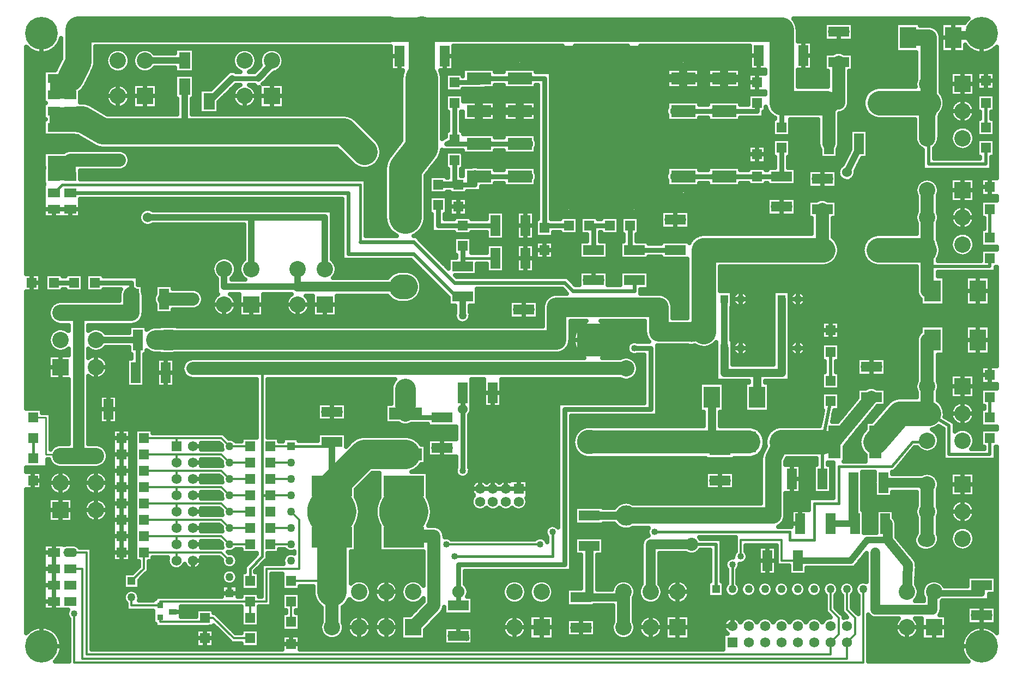
<source format=gtl>
*%FSLAX24Y24*%
*%MOIN*%
G01*
%ADD11C,0.0000*%
%ADD12C,0.0050*%
%ADD13C,0.0060*%
%ADD14C,0.0073*%
%ADD15C,0.0080*%
%ADD16C,0.0100*%
%ADD17C,0.0120*%
%ADD18C,0.0160*%
%ADD19C,0.0200*%
%ADD20C,0.0200*%
%ADD21C,0.0240*%
%ADD22C,0.0250*%
%ADD23C,0.0300*%
%ADD24C,0.0320*%
%ADD25C,0.0380*%
%ADD26C,0.0400*%
%ADD27C,0.0400*%
%ADD28C,0.0440*%
%ADD29C,0.0500*%
%ADD30C,0.0500*%
%ADD31C,0.0520*%
%ADD32C,0.0540*%
%ADD33C,0.0560*%
%ADD34C,0.0580*%
%ADD35C,0.0600*%
%ADD36C,0.0600*%
%ADD37C,0.0620*%
%ADD38C,0.0640*%
%ADD39C,0.0660*%
%ADD40C,0.0670*%
%ADD41C,0.0700*%
%ADD42C,0.0700*%
%ADD43C,0.0740*%
%ADD44C,0.0750*%
%ADD45C,0.0760*%
%ADD46C,0.0790*%
%ADD47C,0.0800*%
%ADD48C,0.0800*%
%ADD49C,0.0840*%
%ADD50O,0.0850X0.0560*%
%ADD51C,0.0870*%
%ADD52O,0.0890X0.0600*%
%ADD53C,0.0950*%
%ADD54C,0.1000*%
%ADD55C,0.1000*%
%ADD56C,0.1040*%
%ADD57C,0.1200*%
%ADD58C,0.1250*%
%ADD59C,0.1250*%
%ADD60C,0.1290*%
%ADD61C,0.1400*%
%ADD62C,0.1500*%
%ADD63C,0.1500*%
%ADD64C,0.1540*%
%ADD65C,0.1600*%
%ADD66C,0.1620*%
%ADD67C,0.1800*%
%ADD68C,0.1820*%
%ADD69C,0.2000*%
%ADD70C,0.2000*%
%ADD71C,0.2040*%
%ADD72C,0.2500*%
%ADD73R,0.0200X0.0200*%
%ADD74R,0.0300X0.0300*%
%ADD75R,0.0350X0.0550*%
%ADD76R,0.0360X0.0360*%
%ADD77R,0.0394X0.1102*%
%ADD78R,0.0400X0.0400*%
%ADD79R,0.0400X0.0500*%
%ADD80R,0.0400X0.2400*%
%ADD81R,0.0500X0.0360*%
%ADD82R,0.0500X0.0500*%
%ADD83R,0.0500X0.0500*%
%ADD84R,0.0500X0.1200*%
%ADD85R,0.0540X0.0400*%
%ADD86R,0.0540X0.0540*%
%ADD87R,0.0550X0.0350*%
%ADD88R,0.0551X0.1417*%
%ADD89R,0.0591X0.1260*%
%ADD90R,0.0600X0.0600*%
%ADD91R,0.0600X0.1250*%
%ADD92R,0.0620X0.0620*%
%ADD93R,0.0631X0.1300*%
%ADD94R,0.0640X0.0640*%
%ADD95R,0.0640X0.1290*%
%ADD96R,0.0660X0.0660*%
%ADD97R,0.0700X0.0700*%
%ADD98R,0.0700X0.0700*%
%ADD99R,0.0700X0.1000*%
%ADD100R,0.0700X0.1900*%
%ADD101R,0.0740X0.0740*%
%ADD102R,0.0740X0.1040*%
%ADD103R,0.0750X0.0560*%
%ADD104R,0.0750X0.2000*%
%ADD105R,0.0790X0.0600*%
%ADD106R,0.0790X0.2040*%
%ADD107R,0.0900X0.0900*%
%ADD108R,0.0900X0.1200*%
%ADD109R,0.0984X0.1299*%
%ADD110R,0.1000X0.1000*%
%ADD111R,0.1000X0.1000*%
%ADD112R,0.1024X0.1339*%
%ADD113R,0.1040X0.1040*%
%ADD114R,0.1100X0.1100*%
%ADD115R,0.1102X0.0394*%
%ADD116R,0.1200X0.0500*%
%ADD117R,0.1200X0.1200*%
%ADD118R,0.1250X0.0150*%
%ADD119R,0.1250X0.0600*%
%ADD120R,0.1290X0.0640*%
%ADD121R,0.1290X0.1290*%
%ADD122R,0.1300X0.0650*%
%ADD123R,0.1300X0.0700*%
%ADD124R,0.1350X0.0600*%
%ADD125R,0.1350X0.0650*%
%ADD126R,0.1400X0.0650*%
%ADD127R,0.1400X0.0700*%
%ADD128R,0.1417X0.0551*%
%ADD129R,0.1500X0.0750*%
%ADD130R,0.1500X0.1500*%
%ADD131R,0.1540X0.0790*%
%ADD132R,0.1900X0.0700*%
%ADD133R,0.2000X0.0750*%
%ADD134R,0.2000X0.2000*%
%ADD135R,0.2040X0.0790*%
%ADD136R,0.2200X0.2200*%
%ADD137R,0.2250X0.0500*%
%ADD138R,0.2500X0.1250*%
%ADD139R,0.2500X0.2500*%
D15*
X86230Y69140D02*
X86730D01*
D16*
X72980Y71640D02*
Y73890D01*
Y71640D02*
X73980D01*
X72980Y73890D02*
X72230D01*
D17*
X83230Y61640D02*
X84480Y60390D01*
X74730Y58890D02*
Y61890D01*
X75230Y59140D02*
Y64640D01*
X75480Y65640D02*
Y59390D01*
X78980Y64640D02*
Y65640D01*
X79980Y61681D02*
Y61390D01*
Y62390D02*
Y62640D01*
X78230Y62390D02*
Y62890D01*
Y63890D02*
X78980Y64640D01*
X80980Y65140D02*
Y65640D01*
Y66140D02*
Y66640D01*
Y67140D02*
Y67640D01*
Y68140D02*
Y68640D01*
Y69140D02*
Y69640D01*
Y70140D02*
Y70640D01*
Y72140D02*
Y72640D01*
Y71640D02*
Y71140D01*
X82730Y61681D02*
Y61390D01*
Y61640D02*
Y61681D01*
X84230Y65140D02*
X83730Y65640D01*
X84230Y66140D02*
X83730Y66640D01*
X84230Y67140D02*
X83730Y67640D01*
X84230Y68140D02*
X83730Y68640D01*
X84230Y69140D02*
X83730Y69640D01*
X84230Y70140D02*
X83730Y70640D01*
X84230Y72140D02*
X83730Y72640D01*
Y71640D02*
X84230Y71140D01*
X85480Y62640D02*
Y61640D01*
X86480Y62640D02*
Y64640D01*
X88480D02*
Y67640D01*
X87980Y62640D02*
Y61390D01*
X88480Y67640D02*
X87980Y68140D01*
X90480Y72140D02*
Y72390D01*
Y69700D02*
Y69640D01*
Y63890D02*
Y63140D01*
X90500Y63223D01*
X108326D02*
Y62890D01*
X115480Y65390D02*
Y66390D01*
X117980D02*
Y65140D01*
X120980Y60140D02*
Y59390D01*
Y62140D02*
Y63390D01*
X121480Y60640D02*
X120980Y60140D01*
X121480Y61640D02*
X120980Y62140D01*
X121980Y60140D02*
Y59140D01*
Y62140D02*
Y63390D01*
X122480Y61640D02*
Y60640D01*
X121480D02*
Y61640D01*
X122980Y63390D02*
Y58890D01*
X121980Y60140D02*
X122480Y60640D01*
Y61640D02*
X121980Y62140D01*
X127230Y63140D02*
X127307Y63223D01*
X120980Y59390D02*
X75480D01*
X75230Y59140D02*
X121980D01*
X122980Y58890D02*
X74730D01*
X79980Y61390D02*
X82730D01*
Y61640D02*
X83230D01*
X84480Y60390D02*
X85480D01*
X105730Y62890D02*
X106230D01*
X86480Y62640D02*
X85480D01*
X79980D01*
Y62390D02*
X78230D01*
X80980Y65640D02*
X83730D01*
X80980D02*
X78980D01*
X86480Y64640D02*
X88480D01*
X87980Y63890D02*
X90480D01*
X75480Y65640D02*
X74480D01*
Y64640D02*
X75230D01*
X117980Y65140D02*
X118980D01*
X80980Y66640D02*
X78980D01*
X80980D02*
X83730D01*
Y67640D02*
X80980D01*
X78980D01*
X84230Y67140D02*
X85480D01*
X86730D02*
X87980D01*
X97480Y66140D02*
X103230D01*
X85480D02*
X84230D01*
X86730D02*
X87980D01*
X115480Y66390D02*
X117980D01*
X80980Y68640D02*
X78980D01*
X80980D02*
X83730D01*
Y69640D02*
X80980D01*
X78980D01*
X84230Y69140D02*
X85480D01*
Y68140D02*
X84230D01*
X86730Y69140D02*
X87980D01*
X80980Y70640D02*
X78980D01*
X80980D02*
X83730D01*
Y71640D02*
X80980D01*
X78980D01*
X84230Y71140D02*
X85480D01*
Y70140D02*
X84230D01*
X86730D02*
X87980D01*
Y71140D02*
X86730D01*
X83730Y72640D02*
X80980D01*
X78980D01*
X84230Y72140D02*
X85480D01*
X86730D02*
X87980D01*
X120480Y93140D02*
X120530D01*
D18*
X125980Y72390D02*
X124730Y70890D01*
X72230Y71390D02*
Y72640D01*
X73480Y87640D02*
X73980Y88140D01*
X85480Y64640D02*
Y63890D01*
Y64640D02*
X86230Y65390D01*
Y69140D02*
Y76890D01*
Y69140D02*
Y65390D01*
X92230Y84640D02*
Y88140D01*
X98480Y84390D02*
Y83640D01*
X103980Y66890D02*
Y65390D01*
X114980Y64890D02*
Y63390D01*
X118480Y66390D02*
Y66890D01*
X119980Y66390D02*
Y68640D01*
X121480D02*
Y70890D01*
X103980Y65390D02*
X97980D01*
X118480Y66390D02*
X119980D01*
X118480Y66890D02*
X110230D01*
X119980Y68640D02*
X121480D01*
X86730Y69140D02*
X86230D01*
X121480Y70890D02*
X124730D01*
X90480Y72140D02*
X87980D01*
X125980Y72390D02*
X126730D01*
X86230Y76890D02*
X81980D01*
X98480Y83640D02*
X100480D01*
X92230Y88140D02*
X73980D01*
D20*
X126980Y74140D02*
X128230Y73390D01*
X120980Y74890D02*
X120480Y72390D01*
X113980Y66140D02*
Y63390D01*
X120980Y76140D02*
Y77890D01*
X120480Y72390D02*
Y70140D01*
X126980Y83140D02*
Y84390D01*
Y89390D02*
Y91140D01*
X126897Y90986D01*
Y84486D02*
X126980Y84390D01*
X128230Y73390D02*
Y71640D01*
X130730Y83140D02*
Y83640D01*
X130480Y89390D02*
Y90390D01*
X130730Y75140D02*
Y73890D01*
Y72640D02*
Y71640D01*
X130480Y91640D02*
Y93140D01*
X130730Y86640D02*
Y84890D01*
X113980Y66140D02*
X112480D01*
X128230Y71640D02*
X130730D01*
Y83140D02*
X126980D01*
X123980Y84140D02*
X123930D01*
X126980Y89390D02*
X130480D01*
D21*
X97980Y81390D02*
X95480Y83890D01*
X104730Y82140D02*
X105230Y81640D01*
X97980Y82140D02*
X95480Y84640D01*
X97980Y81390D02*
X98480Y81290D01*
X91480Y83890D02*
Y87640D01*
X108980Y82140D02*
Y81640D01*
Y82140D02*
Y82290D01*
X104730Y82140D02*
X97980D01*
X105230Y81640D02*
X108980D01*
X95480Y83890D02*
X91480D01*
X92230Y84640D02*
X95480D01*
X91480Y87640D02*
X74480D01*
D22*
X84606Y60085D02*
X84480Y59959D01*
X104579Y82505D02*
X104730Y82656D01*
X99031Y89250D02*
X99066Y89285D01*
X99085Y89304D01*
X99230Y89449D01*
X74635Y91095D02*
X74480Y90940D01*
X74635Y91095D02*
X74665Y91125D01*
X85746Y95035D02*
X86135Y95424D01*
X86072Y94102D02*
X85980Y94011D01*
X86262Y94292D02*
X86375Y94406D01*
X86870Y94901D01*
X86977Y95008D01*
X82395Y93284D02*
X82351Y93240D01*
X83086Y93975D02*
X83356Y94245D01*
X83565Y94454D01*
X83985Y94874D01*
X83986Y94875D01*
X84116Y95005D01*
X84146Y95035D01*
X84380Y95269D01*
X83985Y93616D02*
X83565Y93196D01*
X83985Y93616D02*
X84344Y93975D01*
X84614Y94245D01*
X91670Y72449D02*
X91340Y72119D01*
X91670Y72449D02*
X91670Y72450D01*
X92954Y70495D02*
X91965Y69506D01*
X121549Y62140D02*
X121675Y62266D01*
X120675D02*
X120549Y62140D01*
X85155Y64775D02*
X85020Y64640D01*
X85155Y64775D02*
X85325Y64945D01*
X85345Y64965D01*
X85445Y65065D01*
X85785Y65405D01*
X85805Y65425D01*
X85905Y65525D01*
Y64605D02*
X85805Y64505D01*
X85905Y64605D02*
X86015Y64715D01*
X86175Y64875D01*
X86195Y64895D01*
X86245Y64945D01*
X86265Y64965D01*
X86365Y65065D01*
X86555Y65255D01*
X86690Y65390D01*
X83730Y66071D02*
X83604Y65945D01*
Y66945D02*
X83730Y67071D01*
X83604Y67945D02*
X83730Y68071D01*
X83604Y68945D02*
X83730Y69071D01*
X83604Y69945D02*
X83730Y70071D01*
X83604Y70945D02*
X83730Y71071D01*
X83604Y72945D02*
X83730Y73071D01*
Y72071D02*
X83604Y71945D01*
X78445Y64536D02*
X78284Y64375D01*
X78445Y64536D02*
X78675Y64766D01*
X79106Y64335D02*
X78715Y63944D01*
X79106Y64335D02*
X79146Y64375D01*
X79285Y64514D01*
X79411Y64640D01*
X97615Y81239D02*
X97620Y81234D01*
X97615Y81239D02*
X97584Y81270D01*
X97509Y81345D01*
X97409Y81445D01*
X97079Y81775D01*
X97029Y81825D01*
X97019Y81835D01*
X96519Y82335D01*
X96419Y82435D01*
X96349Y82505D01*
X96249Y82605D01*
X96109Y82745D01*
X95969Y82885D01*
X95845Y83009D01*
X95539Y83315D01*
X95425Y83429D01*
X95329Y83525D01*
X84376Y60925D02*
X84606Y60695D01*
X84376Y60925D02*
X84216Y61085D01*
X84196Y61105D01*
X84175Y61126D01*
X83966Y61335D01*
X83606Y61695D01*
X83535Y61766D01*
X83356Y61945D01*
X83315Y61986D01*
X83230Y62071D01*
X84354Y60085D02*
X84480Y59959D01*
X84354Y60085D02*
X84175Y60264D01*
X83744Y60695D01*
X83535Y60904D01*
X83514Y60925D01*
X83354Y61085D01*
X83334Y61105D01*
X83265Y61174D01*
X105095Y82291D02*
X105381Y82005D01*
X105095Y82291D02*
X104881Y82505D01*
X104865Y82521D01*
X104730Y82656D01*
X104865Y81489D02*
X104869Y81485D01*
X104865Y81489D02*
X104579Y81775D01*
X99429Y89250D02*
X99394Y89285D01*
X99230Y89449D01*
X98085Y82551D02*
X98131Y82505D01*
X98085Y82551D02*
X98035Y82601D01*
X98031Y82605D01*
X97620Y83016D02*
X97615Y83021D01*
X97375Y83261D01*
X97321Y83315D01*
X97111Y83525D01*
X96961Y83675D01*
X96781Y83855D01*
X96671Y83965D01*
X96585Y84051D01*
X96381Y84255D01*
X96361Y84275D01*
X95921Y84715D01*
X95851Y84785D01*
X95845Y84791D01*
X95711Y84925D01*
X95631Y85005D01*
X95585Y85052D01*
X75318Y93181D02*
X75314Y93185D01*
X75230Y93269D01*
X91969Y92129D02*
X93219Y90879D01*
X91741Y89401D02*
X91175Y89967D01*
X90797Y90345D01*
X74480Y90940D02*
X74295Y91125D01*
X85746Y94245D02*
X85980Y94011D01*
X84614Y95035D02*
X84380Y95269D01*
X122606Y61945D02*
X122675Y61876D01*
X122606Y61945D02*
X122285Y62266D01*
X121854Y61835D02*
X122004Y61684D01*
X121854Y61835D02*
X121785Y61904D01*
X121744Y61945D01*
X121675Y62014D01*
X121549Y62140D01*
X121785Y61766D02*
X121876Y61675D01*
X121785Y61766D02*
X121716Y61835D01*
X121675Y61876D01*
X121606Y61945D01*
X121285Y62266D01*
X120854Y61835D02*
X121004Y61684D01*
X120854Y61835D02*
X120744Y61945D01*
X120675Y62014D01*
X120549Y62140D01*
X85155Y64505D02*
X85020Y64640D01*
X86555Y65525D02*
X86690Y65390D01*
X84179Y65622D02*
X84137Y65664D01*
X83754Y66047D02*
X83730Y66071D01*
X83604Y65335D02*
X83748Y65191D01*
X83754Y67047D02*
X83730Y67071D01*
X83604Y66335D02*
X83748Y66191D01*
X83754Y68047D02*
X83730Y68071D01*
X83604Y67335D02*
X83748Y67191D01*
X83754Y69047D02*
X83730Y69071D01*
X83604Y68335D02*
X83748Y68191D01*
X83754Y70047D02*
X83730Y70071D01*
X83604Y69335D02*
X83748Y69191D01*
X83754Y71047D02*
X83730Y71071D01*
X83604Y70335D02*
X83748Y70191D01*
X84179Y72622D02*
X84126Y72675D01*
X84035Y72766D01*
X83925Y72876D01*
X83856Y72945D01*
X83730Y73071D01*
X83604Y72335D02*
X83748Y72191D01*
X83730Y72071D02*
X83754Y72047D01*
X83604Y71335D02*
X83748Y71191D01*
X79285Y64766D02*
X79411Y64640D01*
X121383Y88691D02*
X121415Y88755D01*
X121441Y88808D01*
X121723Y89370D02*
X121927Y89780D01*
X122195Y90315D01*
Y88325D02*
X122179Y88293D01*
X122195Y88325D02*
X122237Y88410D01*
X122519Y88972D02*
X122923Y89780D01*
X123265Y90465D02*
X123327Y90589D01*
X121500Y88633D02*
X121383Y88691D01*
X122062Y88351D02*
X122179Y88293D01*
X96085Y62648D02*
X95270Y61792D01*
X96195Y60894D02*
X96368Y61075D01*
X97051Y61792D01*
X97111Y61855D01*
X97196Y61945D01*
X97197Y61945D01*
X123015Y66834D02*
X123016Y66835D01*
X123104Y66945D01*
X123160Y67015D01*
X122444Y64695D02*
X122300Y64515D01*
X122444Y64695D02*
X122675Y64984D01*
X122785Y65121D01*
X123015Y65409D01*
X123156Y65585D01*
X123185Y65621D01*
X122300Y64515D02*
X122074Y64695D01*
X123249Y66945D02*
X123160Y67015D01*
X123249Y66945D02*
X123386Y66835D01*
X126149Y65239D02*
X126149Y65239D01*
X126149Y65239D02*
X125560Y65945D01*
X125073Y66530D01*
X125025Y66587D01*
X126274Y64864D02*
X126220Y63690D01*
X126274Y64864D02*
X126274Y64865D01*
X116814Y71723D02*
X116814Y71724D01*
X117019Y72133D01*
X118315Y71395D02*
X118225Y71214D01*
X97551Y81104D02*
X97584Y81270D01*
X97225Y90954D02*
X97387Y91035D01*
X97445Y91064D01*
X97433Y90175D02*
X97303Y90110D01*
X97433Y90175D02*
X97445Y90181D01*
X97573Y90245D01*
X97303Y90110D02*
X97271Y90175D01*
X97236Y90245D01*
X97225Y90267D01*
X97220Y90277D01*
X75768Y93036D02*
X75768Y93036D01*
X75768Y93036D02*
X76769Y92435D01*
X74941Y91095D02*
X74939Y91096D01*
X74941Y91095D02*
X74965Y91080D01*
X74975Y91074D01*
X75090Y91005D01*
X75942Y90494D01*
X75942Y90494D01*
X73569Y95155D02*
X73935Y95887D01*
X75914Y95172D02*
X75415Y94173D01*
X75914Y95172D02*
X75915Y95173D01*
X87064Y94856D02*
X87109Y95053D01*
X87064Y94856D02*
X86870Y94901D01*
X78774Y96535D02*
X78721Y96377D01*
X79605Y96213D02*
X79619Y96256D01*
X79011Y96456D02*
X78774Y96535D01*
X79530Y96285D02*
X79619Y96256D01*
X127958Y73956D02*
X128326Y73735D01*
X128593Y73574D01*
X127885Y73195D02*
X127603Y73364D01*
X128575Y73294D02*
X128699Y73501D01*
X123120Y73207D02*
X122975Y73038D01*
X123478Y73625D02*
X124318Y74605D01*
X124340Y74631D01*
X124474Y74787D01*
X124475Y74788D01*
X121515Y73757D02*
X121407Y73625D01*
X121515Y73757D02*
X121840Y74154D01*
X122004Y74355D01*
X122209Y74605D01*
X122620Y75107D01*
Y73070D02*
X121840Y72117D01*
X122620Y73070D02*
X123074Y73625D01*
X123120Y73681D01*
X123671Y74355D01*
X123876Y74605D01*
X120375Y73625D02*
X120327Y73385D01*
X120375Y73625D02*
X120445Y73974D01*
X120521Y74355D01*
X121225D02*
X121079Y73625D01*
X124882Y70565D02*
X124774Y70435D01*
X124882Y70565D02*
X125036Y70750D01*
X125055Y70772D01*
X125424Y71215D01*
X125655Y71492D01*
X126132Y72065D01*
X94735Y90827D02*
X94008Y89918D01*
X96225Y88703D02*
X96445Y88978D01*
X96535Y89091D01*
X96952Y89612D01*
X72130Y82675D02*
Y82140D01*
Y81605D01*
X72180Y70575D02*
Y70040D01*
Y69505D01*
X71805D02*
Y60708D01*
Y70575D02*
Y70855D01*
Y74425D02*
Y81605D01*
Y82675D02*
Y96572D01*
X72080Y69505D02*
Y60940D01*
Y70575D02*
Y70855D01*
Y74425D02*
Y81605D01*
Y82675D02*
Y96340D01*
X71830Y69505D02*
Y60736D01*
Y70575D02*
Y70855D01*
Y74425D02*
Y81605D01*
Y82675D02*
Y96544D01*
X73080Y71345D02*
Y68971D01*
X72730Y96155D02*
Y97390D01*
X73480Y86640D02*
Y86030D01*
X73897Y77721D02*
Y76986D01*
Y76251D01*
X73480Y66250D02*
Y65640D01*
Y65030D01*
Y65250D02*
Y64640D01*
Y64030D01*
Y64250D02*
Y63640D01*
Y63030D01*
Y63250D02*
Y62640D01*
Y62030D01*
X73897Y69890D02*
Y70625D01*
Y69890D02*
Y69155D01*
Y68971D02*
Y68236D01*
Y67501D01*
X72730Y61125D02*
Y59890D01*
X73162Y67501D02*
Y68971D01*
X72715Y70730D02*
Y70855D01*
Y69505D02*
Y69380D01*
Y69505D02*
Y70575D01*
X72765Y74185D02*
Y74425D01*
X72870Y62125D02*
Y62000D01*
Y62125D02*
Y63125D01*
X74090Y62125D02*
Y62000D01*
X72870Y63000D02*
Y63125D01*
Y63155D02*
Y64125D01*
Y64000D01*
Y64155D02*
Y65125D01*
Y65000D01*
Y65155D02*
Y66155D01*
X74090D02*
Y66093D01*
X73870Y62125D02*
Y62000D01*
X73162Y76251D02*
Y77721D01*
X74195Y81605D02*
Y81745D01*
Y82535D02*
Y82675D01*
X72945Y81745D02*
Y81605D01*
Y81745D02*
Y82535D01*
Y82675D01*
X74015Y81745D02*
Y81605D01*
Y82535D02*
Y82675D01*
X72665D02*
Y81605D01*
X73870Y86000D02*
Y86125D01*
X72870Y89000D02*
Y89125D01*
Y89195D02*
Y90085D01*
Y90125D01*
Y90155D01*
X74090D02*
Y90154D01*
X72870Y88125D02*
Y88000D01*
Y88195D02*
Y89125D01*
Y87125D02*
Y87000D01*
Y87155D02*
Y88125D01*
Y86125D02*
Y86000D01*
Y86125D02*
Y87125D01*
X74090Y86125D02*
Y86000D01*
X72870Y91000D02*
Y91125D01*
Y91145D01*
Y91155D01*
Y92125D01*
X74090Y91125D02*
Y91000D01*
X72870Y92000D02*
Y92125D01*
Y92155D02*
Y92875D01*
Y93125D01*
Y93000D01*
Y93155D02*
Y94125D01*
Y94000D01*
Y94155D02*
Y95125D01*
Y95155D01*
X73870Y91125D02*
Y91000D01*
X72895Y88155D02*
Y88125D01*
Y88155D02*
Y88195D01*
Y89125D02*
Y89155D01*
Y89195D01*
Y90085D02*
Y90125D01*
Y90155D01*
X72995Y91030D02*
Y91125D01*
Y91145D01*
Y92135D02*
Y92145D01*
X73935Y95887D02*
Y97119D01*
X72985Y93135D02*
Y93125D01*
Y93135D02*
Y93155D01*
Y91125D02*
Y91020D01*
Y91125D02*
Y91145D01*
Y91155D01*
X74035Y90155D02*
Y90125D01*
X73275Y73595D02*
Y71953D01*
X74080Y62125D02*
Y58965D01*
Y66155D02*
Y67501D01*
Y72289D02*
Y76251D01*
Y81039D02*
Y81605D01*
Y82675D02*
Y86125D01*
Y90155D02*
Y91125D01*
X73830Y59329D02*
Y58965D01*
Y60451D02*
Y62125D01*
Y66155D02*
Y67501D01*
Y72289D02*
Y76251D01*
Y81039D02*
Y81605D01*
Y82675D02*
Y86125D01*
Y90155D02*
Y91125D01*
Y95677D02*
Y96829D01*
X73580Y62125D02*
Y60786D01*
Y66155D02*
Y67501D01*
Y68971D02*
Y69227D01*
Y70553D02*
Y70870D01*
Y72218D02*
Y73595D01*
Y74185D01*
Y76251D01*
Y77721D02*
Y77977D01*
Y79303D02*
Y79620D01*
Y80968D02*
Y81605D01*
Y82675D02*
Y86125D01*
Y90155D02*
Y91125D01*
Y95177D02*
Y96494D01*
X73330Y62125D02*
Y60969D01*
Y66155D02*
Y67501D01*
Y68971D02*
Y69423D01*
Y70357D02*
Y71061D01*
Y72026D02*
Y73595D01*
Y74185D01*
Y76251D01*
Y77721D02*
Y78173D01*
Y79107D02*
Y79811D01*
Y80776D02*
Y81605D01*
Y82675D02*
Y86125D01*
Y90155D02*
Y91125D01*
Y95155D02*
Y96311D01*
X73080Y62125D02*
Y61074D01*
Y66155D02*
Y67501D01*
Y68971D01*
Y74185D02*
Y76251D01*
Y77721D01*
Y81605D01*
Y82675D02*
Y86125D01*
Y90155D02*
Y91125D01*
Y95155D02*
Y96206D01*
X72830Y62125D02*
Y61121D01*
Y62125D02*
Y63125D01*
Y63155D02*
Y64125D01*
Y64155D02*
Y65125D01*
Y65155D02*
Y66155D01*
Y69505D01*
Y70575D01*
Y70855D01*
Y74425D02*
Y81605D01*
Y81745D02*
Y82535D01*
Y82675D02*
Y86125D01*
Y87125D01*
Y87155D02*
Y88125D01*
Y88195D02*
Y89125D01*
Y89195D02*
Y90085D01*
Y90155D02*
Y91125D01*
Y91155D02*
Y92125D01*
Y92155D02*
Y92875D01*
Y93125D01*
Y93155D02*
Y94125D01*
Y94155D02*
Y95125D01*
Y95155D02*
Y96159D01*
X72580Y62125D02*
Y61116D01*
Y62125D02*
Y63125D01*
Y63155D02*
Y64125D01*
Y64155D02*
Y65125D01*
Y65155D02*
Y66155D01*
Y69505D01*
Y70575D02*
Y70855D01*
Y74425D02*
Y81605D01*
Y82675D02*
Y86125D01*
Y87125D01*
Y87155D02*
Y88125D01*
Y88155D02*
Y89125D01*
Y89155D02*
Y90155D01*
Y91125D01*
Y92125D01*
Y92155D02*
Y93125D01*
Y93155D02*
Y94125D01*
Y94155D02*
Y95155D01*
Y96164D01*
X72330Y69505D02*
Y61058D01*
Y70575D02*
Y70855D01*
Y74425D02*
Y81605D01*
Y82675D02*
Y96222D01*
X72870Y63155D02*
Y63125D01*
Y64125D02*
Y64155D01*
Y65125D02*
Y65155D01*
Y89125D02*
Y89155D01*
Y89195D01*
Y88155D02*
Y88125D01*
Y88155D02*
Y88195D01*
Y87155D02*
Y87125D01*
Y92125D02*
Y92135D01*
Y92145D01*
Y92155D01*
Y93125D02*
Y93135D01*
Y93155D01*
Y94125D02*
Y94155D01*
X72985Y92135D02*
Y92125D01*
Y92135D02*
Y92145D01*
Y92155D01*
X73275Y74185D02*
Y73595D01*
X74480Y86030D02*
Y86640D01*
X76063Y77721D02*
Y76986D01*
Y76251D01*
Y68971D02*
Y68236D01*
Y67501D01*
Y69890D02*
Y70625D01*
Y69890D02*
Y69155D01*
X74632Y68971D02*
Y67501D01*
X75445Y81605D02*
Y81745D01*
Y82535D01*
Y82675D01*
X75265Y81745D02*
Y81605D01*
Y81745D02*
Y82535D01*
Y82675D01*
X75090Y86000D02*
Y86125D01*
Y87125D01*
Y88465D02*
Y88995D01*
Y87125D02*
Y87000D01*
Y93185D02*
Y93792D01*
Y91005D02*
Y91000D01*
X74965Y91030D02*
Y91080D01*
X76025Y95640D02*
Y95640D01*
Y96595D01*
X74975Y91074D02*
Y91020D01*
X74385Y73530D02*
Y72289D01*
Y73530D02*
Y75250D01*
Y76251D01*
Y77721D02*
Y78090D01*
Y79190D02*
Y79549D01*
X75575Y73530D02*
Y72289D01*
Y73530D02*
Y75250D01*
Y76437D01*
Y77536D02*
Y78090D01*
Y79190D02*
Y79549D01*
X74425Y61566D02*
Y59195D01*
X75785Y59695D02*
Y64335D01*
Y64945D01*
Y65335D01*
X76080D02*
Y59695D01*
Y65335D02*
Y65945D01*
Y67502D01*
Y72289D02*
Y73530D01*
Y75250D01*
Y76252D01*
Y81039D02*
Y81605D01*
Y82675D02*
Y87275D01*
Y88465D02*
Y88995D01*
Y92849D02*
Y96595D01*
X75830Y64335D02*
Y59695D01*
Y64335D02*
Y64945D01*
Y65335D01*
Y65945D01*
Y67539D01*
Y68934D02*
Y69193D01*
Y72289D02*
Y76289D01*
Y77684D02*
Y77943D01*
Y81039D02*
Y81605D01*
Y82675D02*
Y87275D01*
Y88465D02*
Y88995D01*
Y90285D02*
Y90561D01*
Y93085D02*
Y95003D01*
X75580Y67682D02*
Y65945D01*
Y68791D02*
Y69336D01*
Y70444D02*
Y70799D01*
Y72289D02*
Y73530D01*
Y75250D01*
Y76432D01*
Y77541D02*
Y78086D01*
Y79194D02*
Y79549D01*
Y81039D02*
Y81605D01*
Y82675D02*
Y87275D01*
Y88465D02*
Y88995D01*
Y90285D02*
Y90711D01*
Y93125D02*
Y94503D01*
X75330Y68178D02*
Y65945D01*
Y68295D02*
Y69832D01*
Y69948D02*
Y70799D01*
Y81039D02*
Y81605D01*
Y81745D02*
Y82535D01*
Y82675D02*
Y86125D01*
Y87125D01*
Y88465D02*
Y88995D01*
Y90285D02*
Y90861D01*
Y93185D02*
Y94032D01*
X75080Y70799D02*
Y65945D01*
Y81039D02*
Y81605D01*
Y82675D02*
Y86125D01*
Y90285D02*
Y91011D01*
X74830Y67501D02*
Y66155D01*
Y67501D02*
Y68971D01*
Y70799D01*
Y81039D02*
Y81605D01*
Y82675D02*
Y86125D01*
Y90285D02*
Y91095D01*
X74580Y67501D02*
Y66155D01*
Y68971D02*
Y69618D01*
Y70162D02*
Y70799D01*
Y81039D02*
Y81605D01*
Y82675D02*
Y86125D01*
Y90285D02*
Y91040D01*
X74330Y61695D02*
Y59195D01*
Y66155D02*
Y67501D01*
Y68971D02*
Y69296D01*
Y70484D02*
Y70799D01*
Y72289D02*
Y73530D01*
Y75250D01*
Y76251D01*
Y77721D02*
Y78046D01*
Y79234D02*
Y79549D01*
Y81039D02*
Y81605D01*
Y82675D02*
Y86125D01*
Y90285D02*
Y91090D01*
X75090Y87155D02*
Y87125D01*
Y87155D02*
Y87275D01*
X74425Y59195D02*
Y58965D01*
X75785Y65335D02*
Y65945D01*
X77403Y93557D02*
Y94292D01*
Y93557D02*
Y92822D01*
X76830Y75250D02*
Y74390D01*
Y73530D01*
X77630Y70175D02*
Y69640D01*
Y69105D01*
Y69175D02*
Y68640D01*
Y68105D01*
Y68175D02*
Y67640D01*
Y67105D01*
Y67175D02*
Y66640D01*
Y66105D01*
Y66175D02*
Y65640D01*
Y65105D01*
Y70640D02*
Y71175D01*
Y70640D02*
Y70105D01*
Y71640D02*
Y72175D01*
Y71640D02*
Y71105D01*
Y72640D02*
Y73175D01*
Y72640D02*
Y72105D01*
X77095D02*
Y71980D01*
Y72175D02*
Y73175D01*
Y71105D02*
Y70980D01*
Y71175D02*
Y72105D01*
Y70105D02*
Y69980D01*
Y70175D02*
Y71105D01*
Y65105D02*
Y64980D01*
Y65105D02*
Y66105D01*
Y65980D01*
Y66175D02*
Y67105D01*
Y66980D01*
Y67175D02*
Y68105D01*
Y67980D01*
Y68175D02*
Y69105D01*
Y68980D01*
Y69175D02*
Y70105D01*
X77745Y64375D02*
Y63405D01*
X76295Y73530D02*
Y75250D01*
X77365D02*
Y73530D01*
X76515Y81605D02*
Y81745D01*
Y82535D02*
Y82675D01*
X78095Y78195D02*
Y77780D01*
Y79085D02*
Y79500D01*
Y79549D01*
X77945Y76245D02*
Y75780D01*
Y76245D02*
Y77035D01*
Y77500D01*
X77485Y81039D02*
Y81390D01*
X78080Y62085D02*
Y59695D01*
Y64375D02*
Y65105D01*
Y73175D02*
Y75780D01*
Y77500D02*
Y77780D01*
Y78195D01*
Y79085D02*
Y79500D01*
Y82535D02*
Y87275D01*
Y88465D02*
Y89403D01*
Y89877D02*
Y90345D01*
Y92435D02*
Y92822D01*
Y93271D01*
Y93844D02*
Y94292D01*
Y95436D01*
Y96009D02*
Y96595D01*
X77830Y62085D02*
Y59695D01*
Y62085D02*
Y62616D01*
Y64375D02*
Y65105D01*
Y73175D02*
Y75780D01*
Y76245D01*
Y77035D01*
Y77500D01*
Y77780D01*
Y78195D01*
Y79085D02*
Y79500D01*
Y82535D02*
Y87275D01*
Y88465D02*
Y89098D01*
Y92435D02*
Y92959D01*
Y94156D02*
Y95124D01*
Y96321D02*
Y96595D01*
X77580Y63405D02*
Y59695D01*
Y63405D02*
Y64375D01*
Y65105D01*
Y73175D02*
Y73530D01*
Y75250D01*
Y78195D01*
Y79085D02*
Y79549D01*
Y82535D02*
Y87275D01*
Y88465D02*
Y88995D01*
Y92435D02*
Y92844D01*
Y94271D02*
Y95009D01*
X77330Y65105D02*
Y59695D01*
Y73175D02*
Y73530D01*
Y75250D02*
Y78195D01*
Y79085D02*
Y79549D01*
Y81039D02*
Y81745D01*
Y82535D02*
Y87275D01*
Y88465D02*
Y88995D01*
Y92435D02*
Y92826D01*
Y94289D02*
Y94991D01*
X77080Y65105D02*
Y59695D01*
Y65105D02*
Y66105D01*
Y66175D02*
Y67105D01*
Y67175D02*
Y68105D01*
Y68175D02*
Y69105D01*
Y69175D02*
Y70105D01*
Y70175D02*
Y71105D01*
Y71175D02*
Y72105D01*
Y72175D02*
Y73175D01*
Y73530D01*
Y75250D02*
Y78195D01*
Y79085D02*
Y79549D01*
Y81039D02*
Y81745D01*
Y82535D02*
Y87275D01*
Y88465D02*
Y88995D01*
Y92435D02*
Y92897D01*
Y94217D02*
Y95063D01*
X76830Y65105D02*
Y59695D01*
Y65105D02*
Y66105D01*
Y66175D02*
Y67105D01*
Y67175D02*
Y68105D01*
Y68175D02*
Y69105D01*
Y69175D02*
Y70105D01*
Y70175D02*
Y71105D01*
Y71175D02*
Y72105D01*
Y72175D02*
Y73175D01*
Y73530D01*
Y75250D02*
Y78195D01*
Y79085D02*
Y79549D01*
Y81039D02*
Y81745D01*
Y82535D02*
Y87275D01*
Y88465D02*
Y88995D01*
Y92435D02*
Y93097D01*
Y94017D02*
Y95263D01*
Y96183D02*
Y96595D01*
X76580Y67714D02*
Y59695D01*
Y68759D02*
Y69368D01*
Y70412D02*
Y71021D01*
Y72066D02*
Y73530D01*
Y75250D02*
Y76464D01*
Y77509D02*
Y78118D01*
Y79162D02*
Y79549D01*
Y81039D02*
Y81605D01*
Y82675D02*
Y87275D01*
Y88465D02*
Y88995D01*
Y92549D02*
Y96595D01*
X76330Y67552D02*
Y59695D01*
Y68921D02*
Y69205D01*
Y70575D02*
Y70859D01*
Y72228D02*
Y73530D01*
Y75250D02*
Y76302D01*
Y77671D02*
Y77955D01*
Y81039D02*
Y81605D01*
Y82675D02*
Y87275D01*
Y88465D02*
Y88995D01*
Y92699D02*
Y96595D01*
X77095Y72175D02*
Y72105D01*
Y71175D02*
Y71105D01*
Y66175D02*
Y66105D01*
Y67105D02*
Y67175D01*
Y68105D02*
Y68175D01*
Y69105D02*
Y69175D01*
Y70105D02*
Y70175D01*
X77925Y62513D02*
Y62085D01*
X79057Y93557D02*
Y94292D01*
Y93557D02*
Y92822D01*
X78445Y72105D02*
Y71980D01*
Y72175D02*
Y72335D01*
Y72945D01*
Y73175D01*
X79515D02*
Y72945D01*
X78165Y72105D02*
Y71980D01*
Y72175D02*
Y73175D01*
X78445Y71105D02*
Y70980D01*
Y71175D02*
Y71335D01*
Y71945D01*
Y72105D01*
X78165Y71105D02*
Y70980D01*
Y71175D02*
Y72105D01*
X78445Y70105D02*
Y69980D01*
Y70175D02*
Y70335D01*
Y70945D01*
Y71105D01*
X78165Y70105D02*
Y69980D01*
Y70175D02*
Y71105D01*
X78445Y65105D02*
Y64980D01*
Y65105D02*
Y65335D01*
Y65945D01*
Y66105D01*
X79515Y65105D02*
Y64980D01*
Y65105D02*
Y65335D01*
X78165Y65105D02*
Y64980D01*
Y65105D02*
Y66105D01*
X78445D02*
Y65980D01*
Y66175D02*
Y66335D01*
Y66945D01*
Y67105D01*
X78165Y66105D02*
Y65980D01*
Y66175D02*
Y67105D01*
X78445D02*
Y66980D01*
Y67175D02*
Y67335D01*
Y67945D01*
Y68105D01*
X78165Y67105D02*
Y66980D01*
Y67175D02*
Y68105D01*
X78445D02*
Y67980D01*
Y68175D02*
Y68335D01*
Y68945D01*
Y69105D01*
X78165Y68105D02*
Y67980D01*
Y68175D02*
Y69105D01*
X78445D02*
Y68980D01*
Y69175D02*
Y69335D01*
Y69945D01*
Y70105D01*
X78165Y69105D02*
Y68980D01*
Y69175D02*
Y70105D01*
X79565Y61266D02*
Y61141D01*
Y61266D02*
Y61695D01*
Y61975D01*
Y61850D01*
Y62695D02*
Y62805D01*
X78715Y63405D02*
Y63944D01*
X79945Y77780D02*
Y77795D01*
Y79485D02*
Y79500D01*
X79165Y78012D02*
Y77780D01*
Y79268D02*
Y79500D01*
X79695Y80280D02*
Y80780D01*
Y81500D02*
Y82000D01*
X78915Y81745D02*
Y81683D01*
Y81745D02*
Y81785D01*
Y82000D01*
X79795Y77500D02*
Y75780D01*
X79015D02*
Y76245D01*
X78322Y92822D02*
Y94292D01*
X79792D02*
Y92822D01*
X78675Y65105D02*
Y64766D01*
X79285Y64514D02*
Y64335D01*
Y64514D02*
Y64766D01*
Y65105D01*
X79675Y61085D02*
Y60960D01*
X78235Y77500D02*
Y77780D01*
X79025Y77500D02*
Y77035D01*
Y77500D02*
Y77780D01*
X78975Y80280D02*
Y80294D01*
Y80995D01*
Y81390D01*
X80080Y61085D02*
Y59695D01*
Y62945D02*
Y65335D01*
Y72945D02*
Y75780D01*
Y77500D02*
Y77780D01*
Y79500D02*
Y80280D01*
Y82000D02*
Y85695D01*
Y86585D02*
Y87275D01*
Y88465D02*
Y90345D01*
Y92435D02*
Y92822D01*
Y94292D01*
Y95295D01*
Y96185D02*
Y96595D01*
X79830Y61085D02*
Y59695D01*
Y62945D02*
Y65335D01*
Y72945D02*
Y75780D01*
Y77500D02*
Y77780D01*
Y79500D02*
Y80280D01*
Y82000D02*
Y85695D01*
Y86585D02*
Y87275D01*
Y88465D02*
Y90345D01*
Y92435D02*
Y92822D01*
Y94292D01*
Y95295D01*
Y96185D02*
Y96595D01*
X79580Y61085D02*
Y59695D01*
Y62945D02*
Y64335D01*
Y65105D01*
Y73175D02*
Y75780D01*
Y77500D01*
Y77795D01*
Y79485D02*
Y80280D01*
Y82000D01*
Y85695D01*
Y86585D02*
Y87275D01*
Y88465D02*
Y90345D01*
Y92435D02*
Y92822D01*
Y94292D02*
Y95206D01*
Y96269D02*
Y96595D01*
X79330Y61266D02*
Y59695D01*
Y61266D02*
Y61975D01*
Y62805D02*
Y64335D01*
Y64721D02*
Y65105D01*
Y73175D02*
Y76245D01*
Y77035D01*
Y77780D01*
Y79500D02*
Y85604D01*
Y86676D02*
Y87275D01*
Y88465D02*
Y90345D01*
Y92435D02*
Y92822D01*
Y94292D02*
Y95040D01*
X79080Y62085D02*
Y59695D01*
Y62695D02*
Y64309D01*
Y73175D02*
Y75780D01*
Y76245D01*
Y77035D01*
Y77500D01*
Y77780D01*
Y79500D02*
Y80280D01*
Y80995D01*
Y81785D01*
Y82000D02*
Y85616D01*
Y86664D02*
Y87275D01*
Y88465D02*
Y90345D01*
Y92435D02*
Y92822D01*
Y94292D02*
Y94988D01*
X78830Y62085D02*
Y59695D01*
Y62695D02*
Y63195D01*
Y63405D02*
Y64059D01*
Y73175D02*
Y75780D01*
Y79500D02*
Y79852D01*
Y82000D02*
Y82535D01*
Y85695D01*
Y86585D02*
Y87275D01*
Y88465D02*
Y90345D01*
Y92435D02*
Y92822D01*
Y94292D02*
Y95024D01*
X78580Y62085D02*
Y59695D01*
Y64671D02*
Y65105D01*
Y73175D02*
Y75780D01*
Y82535D02*
Y85695D01*
Y86585D01*
Y87275D01*
Y88465D02*
Y90345D01*
Y92435D02*
Y92822D01*
Y94292D02*
Y95163D01*
Y96282D02*
Y96595D01*
X78330Y62085D02*
Y59695D01*
Y64421D02*
Y65105D01*
Y66105D01*
Y66175D02*
Y67105D01*
Y67175D02*
Y68105D01*
Y68175D02*
Y69105D01*
Y69175D02*
Y70105D01*
Y70175D02*
Y71105D01*
Y71175D02*
Y72105D01*
Y72175D02*
Y73175D01*
Y75780D01*
Y82535D02*
Y87275D01*
Y88465D02*
Y90345D01*
Y92435D02*
Y92822D01*
Y94292D02*
Y95295D01*
Y95613D01*
Y95832D02*
Y96185D01*
Y96595D01*
X78445Y72175D02*
Y72105D01*
X78165D02*
Y72175D01*
X78445Y71175D02*
Y71105D01*
X78165D02*
Y71175D01*
X78445Y66175D02*
Y66105D01*
X78165D02*
Y66175D01*
X78445Y67105D02*
Y67175D01*
X78165D02*
Y67105D01*
X78445Y68105D02*
Y68175D01*
X78165D02*
Y68105D01*
X78445Y69105D02*
Y69175D01*
Y70105D02*
Y70175D01*
X78165Y69175D02*
Y69105D01*
Y70105D02*
Y70175D01*
X79565Y61986D02*
Y61975D01*
Y61986D02*
Y62085D01*
X78785Y85695D02*
Y85825D01*
Y86455D02*
Y86585D01*
X79675Y61266D02*
Y61085D01*
X79025Y76245D02*
Y77035D01*
X79675Y62945D02*
Y62805D01*
X78625Y82022D02*
Y82535D01*
X80330Y77500D02*
Y76640D01*
Y75780D01*
X81980Y65140D02*
Y64595D01*
X81252Y62335D02*
Y61695D01*
X81015Y77780D02*
Y77795D01*
Y79485D02*
Y79500D01*
X80765Y80280D02*
Y80495D01*
Y81785D02*
Y82000D01*
X80865Y77500D02*
Y75780D01*
X80895Y94880D02*
Y95005D01*
Y95295D01*
Y96185D02*
Y96475D01*
Y96595D01*
Y93405D02*
Y93280D01*
Y93405D02*
Y94585D01*
Y94875D01*
X81035Y93405D02*
Y92435D01*
X81925D02*
Y93405D01*
X80285Y61085D02*
Y60960D01*
X81830Y61085D02*
Y59695D01*
Y61695D02*
Y62335D01*
Y62945D02*
Y64616D01*
Y72945D02*
Y76245D01*
Y77535D02*
Y77795D01*
Y79485D02*
Y80495D01*
Y81785D02*
Y85695D01*
Y86585D02*
Y87275D01*
Y88465D02*
Y90345D01*
X81580Y61085D02*
Y59695D01*
Y61695D02*
Y62335D01*
Y62945D02*
Y64770D01*
Y72945D02*
Y76384D01*
Y77396D02*
Y77795D01*
Y79485D02*
Y80495D01*
Y81785D02*
Y85695D01*
Y86585D02*
Y87275D01*
Y88465D02*
Y90345D01*
X81330Y61085D02*
Y59695D01*
Y61695D02*
Y62335D01*
Y62945D02*
Y64722D01*
Y72945D02*
Y77795D01*
Y79485D02*
Y80495D01*
Y81785D02*
Y85695D01*
Y86585D02*
Y87275D01*
Y88465D02*
Y90345D01*
X81080Y61085D02*
Y59695D01*
Y62945D02*
Y64604D01*
Y72945D02*
Y75780D01*
Y77500D01*
Y77780D01*
Y79500D02*
Y80495D01*
Y81785D02*
Y85695D01*
Y86585D02*
Y87275D01*
Y88465D02*
Y90345D01*
X80830Y61085D02*
Y59695D01*
Y62945D02*
Y64616D01*
Y72945D02*
Y75780D01*
Y77500D02*
Y77780D01*
Y79500D02*
Y80280D01*
Y82000D02*
Y85695D01*
Y86585D02*
Y87275D01*
Y88465D02*
Y90345D01*
Y92435D02*
Y93405D01*
Y94585D01*
Y94875D01*
Y95005D02*
Y95295D01*
Y96185D02*
Y96475D01*
X80580Y61085D02*
Y59695D01*
Y62945D02*
Y64770D01*
Y72945D02*
Y75780D01*
Y77500D02*
Y77780D01*
Y79500D02*
Y80280D01*
Y82000D02*
Y85695D01*
Y86585D02*
Y87275D01*
Y88465D02*
Y90345D01*
Y92435D02*
Y95295D01*
Y96185D02*
Y96595D01*
X80330Y61085D02*
Y59695D01*
Y62945D02*
Y65335D01*
Y72945D02*
Y75780D01*
Y77500D02*
Y77780D01*
Y79500D02*
Y80280D01*
Y82000D02*
Y85695D01*
Y86585D02*
Y87275D01*
Y88465D02*
Y90345D01*
Y92435D02*
Y95295D01*
Y96185D02*
Y96595D01*
X83903Y80807D02*
Y80072D01*
X82730Y60925D02*
Y60390D01*
Y59855D01*
X83745Y62945D02*
Y63625D01*
X82195Y61085D02*
Y60980D01*
Y61695D02*
Y61945D01*
Y61986D01*
Y62175D01*
X83265Y61085D02*
Y60980D01*
Y61085D02*
Y61105D01*
Y61174D01*
Y61945D02*
Y61986D01*
Y62036D01*
Y62175D01*
X82195Y59855D02*
Y59730D01*
Y59855D02*
Y60925D01*
X83265Y59855D02*
Y59730D01*
Y59855D02*
Y60925D01*
X82395Y92435D02*
Y92505D01*
Y93196D01*
Y93284D01*
Y93975D01*
X83565Y92505D02*
Y92435D01*
Y92505D02*
Y93196D01*
X82065Y94880D02*
Y95005D01*
Y95295D01*
Y96185D01*
Y96475D01*
Y96595D01*
Y93405D02*
Y93280D01*
Y93405D02*
Y94585D01*
Y94875D01*
X83985Y94874D02*
Y95035D01*
X83035Y61085D02*
Y60960D01*
X83535Y61766D02*
Y61945D01*
X82425Y61085D02*
Y60960D01*
X83458Y82335D02*
Y82388D01*
X83830Y60609D02*
Y59695D01*
Y61471D02*
Y61945D01*
Y62335D01*
Y64414D02*
Y64866D01*
Y72971D02*
Y76245D01*
Y77535D02*
Y77795D01*
Y79485D02*
Y80076D01*
Y83704D02*
Y85695D01*
Y86585D02*
Y87275D01*
Y88465D02*
Y90345D01*
Y92505D02*
Y93461D01*
Y94719D02*
Y95035D01*
Y96595D01*
X83580Y60859D02*
Y59695D01*
Y61945D02*
Y62335D01*
Y62945D02*
Y63625D01*
Y65335D01*
Y65945D02*
Y66335D01*
Y66945D02*
Y67335D01*
Y67945D02*
Y68335D01*
Y68945D02*
Y69335D01*
Y69945D02*
Y70335D01*
Y70945D02*
Y71335D01*
Y71945D02*
Y72335D01*
Y72945D02*
Y76245D01*
Y77535D02*
Y77795D01*
Y79485D02*
Y80147D01*
Y83633D02*
Y85695D01*
Y86585D02*
Y87275D01*
Y88465D02*
Y90345D01*
Y92505D02*
Y93211D01*
Y94469D02*
Y96595D01*
X83330Y60925D02*
Y59855D01*
Y62945D02*
Y65335D01*
Y65945D02*
Y66335D01*
Y66945D02*
Y67335D01*
Y67945D02*
Y68335D01*
Y68945D02*
Y69335D01*
Y69945D02*
Y70335D01*
Y70945D02*
Y71335D01*
Y71945D02*
Y72335D01*
Y72945D02*
Y76245D01*
Y77535D02*
Y77795D01*
Y79485D02*
Y80347D01*
Y81445D02*
Y82335D01*
Y83433D02*
Y85695D01*
Y86585D02*
Y87275D01*
Y88465D02*
Y90345D01*
Y94219D02*
Y96595D01*
X83080Y65335D02*
Y62945D01*
Y65945D02*
Y66335D01*
Y66945D02*
Y67335D01*
Y67945D02*
Y68335D01*
Y68945D02*
Y69335D01*
Y69945D02*
Y70335D01*
Y70945D02*
Y71335D01*
Y71945D02*
Y72335D01*
Y72945D02*
Y76245D01*
Y77535D02*
Y77795D01*
Y79485D02*
Y85695D01*
Y86585D02*
Y87275D01*
Y88465D02*
Y90345D01*
Y93975D02*
Y96595D01*
X82830Y65335D02*
Y62945D01*
Y65945D02*
Y66335D01*
Y66945D02*
Y67335D01*
Y67945D02*
Y68335D01*
Y68945D02*
Y69335D01*
Y69945D02*
Y70335D01*
Y70945D02*
Y71335D01*
Y71945D02*
Y72335D01*
Y72945D02*
Y76245D01*
Y77535D02*
Y77795D01*
Y79485D02*
Y85695D01*
Y86585D02*
Y87275D01*
Y88465D02*
Y90345D01*
Y93975D02*
Y96595D01*
X82580Y65335D02*
Y62945D01*
Y65945D02*
Y66335D01*
Y66945D02*
Y67335D01*
Y67945D02*
Y68335D01*
Y68945D02*
Y69335D01*
Y69945D02*
Y70335D01*
Y70945D02*
Y71335D01*
Y71945D02*
Y72335D01*
Y72945D02*
Y76245D01*
Y77535D02*
Y77795D01*
Y79485D02*
Y80903D01*
Y81377D02*
Y85695D01*
Y86585D02*
Y87275D01*
Y88465D02*
Y90345D01*
Y93975D02*
Y96595D01*
X82330Y64722D02*
Y62945D01*
Y72945D02*
Y76245D01*
Y77535D02*
Y77795D01*
Y79485D02*
Y80598D01*
Y81682D02*
Y85695D01*
Y86585D02*
Y87275D01*
Y88465D02*
Y90345D01*
Y92505D02*
Y93405D01*
Y93975D01*
Y94875D01*
Y95005D02*
Y96475D01*
X82080Y60925D02*
Y59855D01*
Y61695D02*
Y62175D01*
Y62945D02*
Y64604D01*
Y72945D02*
Y76245D01*
Y77535D02*
Y77795D01*
Y79485D02*
Y80495D01*
Y81785D02*
Y85695D01*
Y86585D02*
Y87275D01*
Y88465D02*
Y90345D01*
Y92435D02*
Y93405D01*
Y94585D01*
Y94875D01*
Y95005D02*
Y95295D01*
Y96185D01*
Y96475D01*
X83035Y61105D02*
Y61085D01*
X83458Y81445D02*
Y82335D01*
X85153Y92822D02*
Y93557D01*
X85557Y80807D02*
Y80072D01*
X84230Y63625D02*
Y63140D01*
X84945Y72445D02*
Y72675D01*
Y65605D02*
Y65480D01*
Y65605D02*
Y65835D01*
X84715Y63175D02*
Y62945D01*
Y63175D02*
Y63355D01*
Y63625D01*
X84945Y63355D02*
Y63230D01*
Y63355D02*
Y63565D01*
Y63625D01*
Y64425D01*
Y62105D02*
Y61980D01*
Y62175D02*
Y62335D01*
Y62945D02*
Y63175D01*
Y61105D02*
Y60980D01*
Y61105D02*
Y61335D01*
Y62105D01*
Y59855D02*
Y59730D01*
Y59855D02*
Y60085D01*
Y60695D02*
Y60925D01*
X84822Y80072D02*
Y81445D01*
X84035Y72945D02*
Y72766D01*
X84175Y60264D02*
Y60085D01*
X85905Y72675D02*
Y76245D01*
Y65605D02*
Y65525D01*
X85112Y83558D02*
Y85695D01*
X85155Y64505D02*
Y64425D01*
Y64505D02*
Y64775D01*
Y64965D01*
X85805Y64505D02*
Y64425D01*
X84348Y82335D02*
Y82388D01*
X85830Y76245D02*
Y72675D01*
Y77535D02*
Y77795D01*
Y79485D02*
Y80072D01*
Y86585D02*
Y87275D01*
Y88465D02*
Y90345D01*
Y92435D02*
Y92822D01*
Y93271D01*
Y93844D02*
Y94161D01*
Y95119D02*
Y95436D01*
Y96009D02*
Y96595D01*
X85580Y65605D02*
Y65200D01*
Y72675D02*
Y76245D01*
Y77535D02*
Y77795D01*
Y79485D02*
Y80072D01*
Y86585D02*
Y87275D01*
Y88465D02*
Y90345D01*
Y92435D02*
Y92959D01*
Y96321D02*
Y96595D01*
X85330Y65605D02*
Y64965D01*
Y72675D02*
Y76245D01*
Y77535D02*
Y77795D01*
Y79485D02*
Y80072D01*
Y86585D02*
Y87275D01*
Y88465D02*
Y90345D01*
Y92435D02*
Y92844D01*
X85080Y64965D02*
Y64700D01*
Y64965D02*
Y65605D01*
Y72675D02*
Y76245D01*
Y77535D02*
Y77795D01*
Y79485D02*
Y80072D01*
Y83532D02*
Y85695D01*
Y86585D02*
Y87275D01*
Y88465D02*
Y90345D01*
Y92435D02*
Y92826D01*
X84830Y62105D02*
Y61105D01*
Y63355D02*
Y63625D01*
Y64425D01*
Y65605D01*
Y72675D02*
Y76245D01*
Y77535D02*
Y77795D01*
Y79485D02*
Y80072D01*
Y82528D02*
Y82863D01*
Y83082D02*
Y85695D01*
Y86585D02*
Y87275D01*
Y88465D02*
Y90345D01*
Y92435D02*
Y92897D01*
X84580Y60059D02*
Y59695D01*
Y60721D02*
Y62335D01*
Y64476D02*
Y64804D01*
Y65476D02*
Y65804D01*
Y72476D02*
Y76245D01*
Y77535D02*
Y77795D01*
Y79485D02*
Y80072D01*
Y80521D01*
Y81094D02*
Y81445D01*
Y82335D02*
Y82686D01*
Y83418D02*
Y85695D01*
Y86585D02*
Y87275D01*
Y88465D02*
Y90345D01*
Y92435D02*
Y93097D01*
Y96183D02*
Y96595D01*
X84330Y60085D02*
Y59695D01*
Y60971D02*
Y62335D01*
Y72615D02*
Y72945D01*
Y76245D01*
Y77535D02*
Y77795D01*
Y79485D02*
Y80209D01*
Y83571D02*
Y85695D01*
Y86585D02*
Y87275D01*
Y88465D02*
Y90345D01*
Y92435D02*
Y93961D01*
Y95219D02*
Y96595D01*
X84080Y60085D02*
Y59695D01*
Y60085D02*
Y60359D01*
Y61221D02*
Y62335D01*
Y72945D02*
Y76245D01*
Y77535D02*
Y77795D01*
Y79485D02*
Y80094D01*
Y83686D02*
Y85695D01*
Y86585D02*
Y87275D01*
Y88465D02*
Y90345D01*
Y92435D02*
Y93711D01*
Y95035D02*
Y96595D01*
X84945Y62175D02*
Y62105D01*
X86807Y93557D02*
Y94292D01*
Y93557D02*
Y92822D01*
X87265Y72625D02*
Y72445D01*
Y72625D02*
Y72675D01*
Y65605D02*
Y65480D01*
Y65605D02*
Y65835D01*
X86015Y63355D02*
Y63230D01*
Y63355D02*
Y63565D01*
Y64335D01*
Y64425D01*
Y62105D02*
Y61980D01*
Y62175D02*
Y62335D01*
Y62945D02*
Y63175D01*
Y61105D02*
Y60980D01*
Y61105D02*
Y61335D01*
Y62105D01*
Y59855D02*
Y59730D01*
Y59855D02*
Y60085D01*
Y60695D01*
Y60925D01*
X86292Y80072D02*
Y81445D01*
X86072Y92822D02*
Y94102D01*
X87542Y94292D02*
Y92822D01*
X87445Y60855D02*
Y60730D01*
Y60855D02*
Y61085D01*
Y61925D01*
Y60575D02*
Y59695D01*
Y63230D02*
Y63355D01*
Y63585D01*
Y64195D01*
Y64335D01*
Y62105D02*
Y61980D01*
Y62105D02*
Y62945D01*
Y63175D01*
X87495Y72445D02*
Y72465D01*
Y72625D01*
Y72675D01*
X86375Y94292D02*
Y94406D01*
X87675Y62105D02*
Y61925D01*
X86555Y72675D02*
Y76245D01*
X86175Y63175D02*
Y62945D01*
Y63175D02*
Y63355D01*
Y64335D01*
X86785D02*
Y62945D01*
Y64945D02*
Y65065D01*
X86555D02*
Y64945D01*
Y65065D02*
Y65255D01*
Y65525D01*
Y65605D01*
X87830Y60855D02*
Y60575D01*
Y72625D02*
Y76245D01*
Y77535D02*
Y77795D01*
Y79485D02*
Y80347D01*
Y86585D02*
Y87275D01*
Y88465D02*
Y90345D01*
Y92435D02*
Y92822D01*
Y94292D01*
Y96595D01*
X87580Y60855D02*
Y60575D01*
Y65414D02*
Y65835D01*
Y72625D02*
Y76245D01*
Y77535D02*
Y77795D01*
Y79485D02*
Y81445D01*
Y86585D02*
Y87275D01*
Y88465D02*
Y90345D01*
Y92435D02*
Y92822D01*
Y94292D01*
Y96595D01*
X87330Y60575D02*
Y59695D01*
Y60575D02*
Y60855D01*
Y61925D01*
Y62105D02*
Y63175D01*
Y63355D02*
Y64335D01*
Y64945D02*
Y65605D01*
Y72675D02*
Y76245D01*
Y77535D02*
Y77795D01*
Y79485D02*
Y81445D01*
Y86585D02*
Y87275D01*
Y88465D02*
Y90345D01*
Y92435D02*
Y92822D01*
Y94292D02*
Y95206D01*
Y96239D02*
Y96595D01*
X87080Y62335D02*
Y59695D01*
Y62335D02*
Y62945D01*
Y64335D01*
Y64945D02*
Y65605D01*
Y72675D02*
Y76245D01*
Y77535D02*
Y77795D01*
Y79485D02*
Y81445D01*
Y86585D02*
Y87275D01*
Y88465D02*
Y90345D01*
Y92435D02*
Y92822D01*
Y94292D02*
Y94928D01*
X86830Y62335D02*
Y59695D01*
Y62335D02*
Y62945D01*
Y64335D01*
Y65065D02*
Y65605D01*
Y72675D02*
Y76245D01*
Y77535D02*
Y77795D01*
Y79485D02*
Y81445D01*
Y86585D02*
Y87275D01*
Y88465D02*
Y90345D01*
Y92435D02*
Y92822D01*
Y94292D02*
Y94861D01*
X86580Y62335D02*
Y59695D01*
Y72675D02*
Y76245D01*
Y77535D02*
Y77795D01*
Y79485D02*
Y80072D01*
Y81445D01*
Y86585D02*
Y87275D01*
Y88465D02*
Y90345D01*
Y92435D02*
Y92822D01*
Y94292D02*
Y94611D01*
X86330Y62335D02*
Y59695D01*
Y77535D02*
Y77795D01*
Y79485D02*
Y80072D01*
Y81445D01*
Y86585D02*
Y87275D01*
Y88465D02*
Y90345D01*
Y92435D02*
Y92822D01*
Y96282D02*
Y96595D01*
X86080Y60695D02*
Y60085D01*
Y61335D02*
Y62105D01*
Y63565D02*
Y64335D01*
Y64425D02*
Y64780D01*
Y77535D02*
Y77795D01*
Y79485D02*
Y80072D01*
Y86585D02*
Y87275D01*
Y88465D02*
Y90345D01*
Y92435D02*
Y92822D01*
Y95832D02*
Y96595D01*
X86015Y62175D02*
Y62105D01*
X86175Y64335D02*
Y64425D01*
Y64875D01*
X86785Y62945D02*
Y62335D01*
X88403Y80072D02*
Y80807D01*
X87980Y60575D02*
Y60040D01*
X88515Y60730D02*
Y60855D01*
Y61085D01*
Y61925D01*
Y60575D02*
Y59695D01*
Y63230D02*
Y63355D01*
Y63585D01*
Y62105D02*
Y61980D01*
Y62105D02*
Y62945D01*
Y63175D01*
X88465Y72465D02*
Y72625D01*
X89620Y73705D02*
Y74775D01*
Y72925D02*
Y72465D01*
X89322Y80072D02*
Y81345D01*
X89355Y63223D02*
Y63223D01*
Y63223D02*
Y63585D01*
X89855Y62277D02*
Y61410D01*
X88175Y65584D02*
Y65696D01*
X88285Y62105D02*
Y61925D01*
X89830Y60754D02*
Y59695D01*
Y61360D02*
Y62294D01*
Y72925D02*
Y73705D01*
Y74775D02*
Y76245D01*
Y77535D02*
Y77795D01*
Y79485D02*
Y80072D01*
Y86585D02*
Y87275D01*
Y88465D02*
Y90345D01*
Y92435D02*
Y96595D01*
X89580Y62541D02*
Y59695D01*
Y72465D02*
Y72925D01*
Y73705D01*
Y74775D01*
Y76245D01*
Y77535D02*
Y77795D01*
Y79485D02*
Y80072D01*
Y86585D02*
Y87275D01*
Y88465D02*
Y90345D01*
Y92435D02*
Y96595D01*
X89330Y63585D02*
Y59695D01*
Y72465D02*
Y72925D01*
Y73705D01*
Y74775D01*
Y76245D01*
Y77535D02*
Y77795D01*
Y79485D02*
Y80072D01*
Y86585D02*
Y87275D01*
Y88465D02*
Y90345D01*
Y92435D02*
Y96595D01*
X89080Y63585D02*
Y59695D01*
Y72465D02*
Y76245D01*
Y77535D02*
Y77795D01*
Y79485D02*
Y80072D01*
Y80521D01*
Y81094D02*
Y81345D01*
Y86585D02*
Y87275D01*
Y88465D02*
Y90345D01*
Y92435D02*
Y96595D01*
X88830Y63585D02*
Y59695D01*
Y72465D02*
Y76245D01*
Y77535D02*
Y77795D01*
Y79485D02*
Y80209D01*
Y86585D02*
Y87275D01*
Y88465D02*
Y90345D01*
Y92435D02*
Y96595D01*
X88580Y60575D02*
Y59695D01*
Y60575D02*
Y60855D01*
Y61085D02*
Y61925D01*
Y62105D02*
Y62945D01*
Y72625D02*
Y76245D01*
Y77535D02*
Y77795D01*
Y79485D02*
Y80094D01*
Y86585D02*
Y87275D01*
Y88465D02*
Y90345D01*
Y92435D02*
Y96595D01*
X88330Y60855D02*
Y60575D01*
Y72625D02*
Y76245D01*
Y77535D02*
Y77795D01*
Y79485D02*
Y80076D01*
Y86585D02*
Y87275D01*
Y88465D02*
Y90345D01*
Y92435D02*
Y96595D01*
X88080Y60855D02*
Y60575D01*
Y72625D02*
Y76245D01*
Y77535D02*
Y77795D01*
Y79485D02*
Y80147D01*
Y86585D02*
Y87275D01*
Y88465D02*
Y90345D01*
Y92435D02*
Y96595D01*
X90057Y80807D02*
Y80072D01*
X90480Y75100D02*
Y74240D01*
Y73380D01*
X91340Y73705D02*
Y74775D01*
Y72925D02*
Y72119D01*
X90792Y80072D02*
Y81345D01*
X91645Y65720D02*
Y63753D01*
X91145Y62277D02*
Y61410D01*
X91115Y84255D02*
Y87275D01*
X90502Y85695D02*
Y83558D01*
X91830Y60397D02*
Y59695D01*
Y61717D02*
Y62563D01*
Y63883D02*
Y65720D01*
Y72583D02*
Y76245D01*
Y77535D02*
Y77795D01*
Y79485D02*
Y81345D01*
Y82435D02*
Y83525D01*
Y88465D02*
Y89322D01*
Y92246D02*
Y96595D01*
X91580Y60597D02*
Y59695D01*
Y61517D02*
Y62763D01*
Y72359D02*
Y72925D01*
Y73705D01*
Y74775D01*
Y76245D01*
Y77535D02*
Y77795D01*
Y79485D02*
Y81345D01*
Y82435D02*
Y83525D01*
Y88465D02*
Y89562D01*
Y92375D02*
Y96595D01*
X91330Y62434D02*
Y59695D01*
Y72925D02*
Y73705D01*
Y74775D02*
Y76245D01*
Y77535D02*
Y77795D01*
Y79485D02*
Y81345D01*
Y82435D02*
Y83525D01*
Y88465D02*
Y89812D01*
Y92435D02*
Y96595D01*
X91080Y60606D02*
Y59695D01*
Y72925D02*
Y73705D01*
Y74775D02*
Y76245D01*
Y77535D02*
Y77795D01*
Y79485D02*
Y80072D01*
Y81345D01*
Y82435D02*
Y83525D01*
Y84255D01*
Y87275D01*
Y88465D02*
Y90062D01*
Y92435D02*
Y96595D01*
X90830Y60401D02*
Y59695D01*
Y72925D02*
Y73705D01*
Y74775D02*
Y76245D01*
Y77535D02*
Y77795D01*
Y79485D02*
Y80072D01*
Y81345D01*
Y82435D02*
Y83525D01*
Y84255D01*
Y87275D01*
Y88465D02*
Y90312D01*
Y92435D02*
Y96595D01*
X90580Y60327D02*
Y59695D01*
Y72925D02*
Y73705D01*
Y74775D02*
Y76245D01*
Y77535D02*
Y77795D01*
Y79485D02*
Y80072D01*
Y83489D02*
Y85695D01*
Y86585D01*
Y87275D01*
Y88465D02*
Y90345D01*
Y92435D02*
Y96595D01*
X90330Y60342D02*
Y59695D01*
Y72925D02*
Y73705D01*
Y74775D02*
Y76245D01*
Y77535D02*
Y77795D01*
Y79485D02*
Y80072D01*
Y86585D02*
Y87275D01*
Y88465D02*
Y90345D01*
Y92435D02*
Y96595D01*
X90080Y60454D02*
Y59695D01*
Y72925D02*
Y73705D01*
Y74775D02*
Y76245D01*
Y77535D02*
Y77795D01*
Y79485D02*
Y80072D01*
Y86585D02*
Y87275D01*
Y88465D02*
Y90345D01*
Y92435D02*
Y96595D01*
X91115Y84255D02*
Y83525D01*
X90502Y85695D02*
Y86585D01*
X92153Y61792D02*
Y61057D01*
Y60322D01*
X93395Y69037D02*
Y70495D01*
Y67243D02*
Y65720D01*
X91965D02*
Y67243D01*
Y69037D02*
Y69506D01*
X93745Y73530D02*
Y74750D01*
X93735Y86140D02*
Y89140D01*
X92555Y87815D02*
Y85005D01*
X93580Y60358D02*
Y59695D01*
Y61756D02*
Y62524D01*
Y63922D02*
Y65720D01*
Y72785D02*
Y73530D01*
Y74750D01*
Y76245D01*
Y77535D02*
Y77795D01*
Y79485D02*
Y81345D01*
Y82435D02*
Y83525D01*
Y85005D02*
Y96595D01*
X93330Y60498D02*
Y59695D01*
Y61617D02*
Y62663D01*
Y63782D02*
Y65720D01*
Y67360D01*
Y68920D02*
Y70495D01*
Y72785D02*
Y76245D01*
Y77535D02*
Y77795D01*
Y79485D02*
Y81345D01*
Y82435D02*
Y83525D01*
Y85005D02*
Y89532D01*
Y90748D02*
Y96595D01*
X93080Y60948D02*
Y59695D01*
Y61167D02*
Y63113D01*
Y63332D02*
Y70495D01*
Y72785D02*
Y76245D01*
Y77535D02*
Y77795D01*
Y79485D02*
Y81345D01*
Y82435D02*
Y83525D01*
Y85005D02*
Y89284D01*
Y91018D02*
Y96595D01*
X92830Y60771D02*
Y59695D01*
Y61344D02*
Y62936D01*
Y63509D02*
Y70371D01*
Y72785D02*
Y76245D01*
Y77535D02*
Y77795D01*
Y79485D02*
Y81345D01*
Y82435D02*
Y83525D01*
Y85005D02*
Y87815D01*
Y88465D01*
Y89155D01*
Y91268D02*
Y96595D01*
X92580Y60459D02*
Y59695D01*
Y61656D02*
Y62624D01*
Y63821D02*
Y70121D01*
Y72785D02*
Y76245D01*
Y77535D02*
Y77795D01*
Y79485D02*
Y81345D01*
Y82435D02*
Y83525D01*
Y85005D02*
Y87815D01*
Y88465D01*
Y89100D01*
Y91518D02*
Y96595D01*
X92330Y60344D02*
Y59695D01*
Y61771D02*
Y62509D01*
Y63936D02*
Y69871D01*
Y72785D02*
Y76245D01*
Y77535D02*
Y77795D01*
Y79485D02*
Y81345D01*
Y82435D02*
Y83525D01*
Y88465D02*
Y89106D01*
Y91768D02*
Y96595D01*
X92080Y60326D02*
Y59695D01*
Y61789D02*
Y62491D01*
Y63954D02*
Y65720D01*
Y67440D01*
Y68840D02*
Y69621D01*
Y72713D02*
Y76245D01*
Y77535D02*
Y77795D01*
Y79485D02*
Y81345D01*
Y82435D02*
Y83525D01*
Y88465D02*
Y89175D01*
Y92018D02*
Y96595D01*
X92555Y88465D02*
Y87815D01*
X94630Y95125D02*
Y95990D01*
X93807Y61792D02*
Y61057D01*
Y60322D01*
Y63223D02*
Y63958D01*
Y63223D02*
Y62488D01*
X94725Y61792D02*
Y60322D01*
X94100Y95125D02*
Y96595D01*
Y96602D01*
X94735Y94640D02*
Y90827D01*
X94110Y75640D02*
Y74750D01*
Y75640D02*
Y75640D01*
X95580Y60322D02*
Y59695D01*
Y62118D02*
Y62497D01*
Y63948D02*
Y65720D01*
Y72615D02*
Y73495D01*
Y77535D02*
Y77795D01*
Y79485D02*
Y81096D01*
Y82684D02*
Y83274D01*
X95330Y60322D02*
Y59695D01*
Y61856D02*
Y62499D01*
Y63946D02*
Y65720D01*
Y72730D02*
Y73482D01*
Y77535D02*
Y77795D01*
Y79485D02*
Y80959D01*
Y82821D02*
Y83524D01*
X95080Y60322D02*
Y59695D01*
Y61792D02*
Y62594D01*
Y63852D02*
Y65720D01*
Y72785D02*
Y73402D01*
Y77535D02*
Y77795D01*
Y79485D02*
Y80895D01*
Y82885D02*
Y83525D01*
X94830Y60322D02*
Y59695D01*
Y61792D02*
Y62845D01*
Y63601D02*
Y65720D01*
Y72785D02*
Y73410D01*
Y77535D02*
Y77795D01*
Y79485D02*
Y80895D01*
Y82885D02*
Y83525D01*
X94580Y60322D02*
Y59695D01*
Y60322D02*
Y61792D01*
Y65720D01*
Y72785D02*
Y73495D01*
Y77535D02*
Y77795D01*
Y79485D02*
Y80895D01*
Y82885D02*
Y83525D01*
Y90633D02*
Y95125D01*
X94330Y60541D02*
Y59695D01*
Y61574D02*
Y62706D01*
Y63739D02*
Y65720D01*
Y72785D02*
Y73495D01*
Y77535D02*
Y77795D01*
Y79485D02*
Y80979D01*
Y82801D02*
Y83525D01*
Y90320D02*
Y95125D01*
X94080Y60375D02*
Y59695D01*
Y61740D02*
Y62540D01*
Y63905D02*
Y65720D01*
Y72785D02*
Y73530D01*
Y74750D02*
Y76245D01*
Y77535D02*
Y77795D01*
Y79485D02*
Y81137D01*
Y82643D02*
Y83525D01*
Y85005D02*
Y85280D01*
Y90008D02*
Y95125D01*
Y96595D01*
X93830Y60323D02*
Y59695D01*
Y61792D02*
Y62488D01*
Y63957D02*
Y65720D01*
Y72785D02*
Y73530D01*
Y74750D02*
Y76245D01*
Y77535D02*
Y77795D01*
Y79485D02*
Y81345D01*
Y82435D02*
Y83525D01*
Y85005D02*
Y85663D01*
Y89617D02*
Y95125D01*
Y96595D01*
X94585Y73508D02*
Y73495D01*
X97380Y95125D02*
Y95990D01*
X97230Y72900D02*
Y72040D01*
Y71180D01*
X96195Y60894D02*
Y60322D01*
X96365Y69037D02*
Y70560D01*
X96215Y71030D02*
Y71505D01*
Y72250D01*
X96370D02*
Y71505D01*
Y72250D02*
Y72575D01*
Y73355D02*
Y73495D01*
X97370Y61075D02*
Y60005D01*
Y61855D02*
Y62310D01*
X97445Y88980D02*
Y89105D01*
Y90035D01*
Y90175D01*
Y90181D01*
Y90245D01*
Y90230D01*
Y91064D02*
Y91425D01*
X96445Y87605D02*
Y87480D01*
Y87605D02*
Y87695D01*
Y88585D01*
Y88675D01*
X97515Y87605D02*
Y87480D01*
Y87605D02*
Y87695D01*
Y88585D02*
Y88675D01*
X96445Y86355D02*
Y86230D01*
Y86355D02*
Y87285D01*
Y87425D01*
X97515Y86255D02*
Y86230D01*
Y86255D02*
Y86355D01*
Y87285D01*
Y87325D01*
Y87425D01*
X97695Y87480D02*
Y87605D01*
Y87695D01*
Y86175D02*
Y86130D01*
Y86175D02*
Y86255D01*
Y86355D01*
Y87325D01*
Y87425D01*
X97620Y83675D02*
Y83016D01*
Y81090D02*
Y80755D01*
Y81090D02*
Y81234D01*
X97445Y92480D02*
Y92605D01*
Y93535D01*
Y93675D01*
Y93730D02*
Y93855D01*
Y93995D01*
Y94785D01*
Y94925D01*
X96225Y86355D02*
Y86140D01*
Y86355D02*
Y87425D01*
Y87605D01*
Y87695D01*
Y88585D01*
Y88675D01*
Y88703D01*
X97225Y90954D02*
Y91035D01*
Y91425D01*
Y92605D01*
Y93675D01*
Y93855D01*
Y94640D01*
X95845Y85005D02*
Y84791D01*
X97585Y91425D02*
Y92605D01*
Y88675D02*
Y88585D01*
Y88675D02*
Y89105D01*
X96085Y62835D02*
Y62648D01*
Y63610D02*
Y65720D01*
X97375Y66572D02*
Y66640D01*
X96585Y86035D02*
Y86355D01*
X97375D02*
Y86035D01*
X97580Y60005D02*
Y59695D01*
Y61075D02*
Y61855D01*
Y66574D02*
Y71505D01*
Y72575D02*
Y73355D01*
Y77535D02*
Y77795D01*
Y79485D02*
Y80755D01*
Y81098D01*
Y83056D02*
Y83675D01*
Y85245D01*
Y86355D02*
Y87285D01*
Y88675D02*
Y89105D01*
Y91425D02*
Y92605D01*
X97330Y60005D02*
Y59695D01*
Y60005D02*
Y61075D01*
Y61855D01*
Y62153D01*
Y66877D02*
Y71505D01*
Y72575D02*
Y73355D01*
Y77535D02*
Y77795D01*
Y79485D02*
Y80755D01*
Y81524D01*
Y83306D02*
Y83675D01*
Y85245D01*
Y88675D02*
Y89105D01*
Y90035D01*
Y91035D02*
Y91425D01*
Y92605D01*
Y93535D01*
Y93995D02*
Y94785D01*
X97080Y60005D02*
Y59695D01*
Y60005D02*
Y61075D01*
Y61822D01*
Y67182D02*
Y71505D01*
Y72575D02*
Y73355D01*
Y77535D02*
Y77795D01*
Y79485D02*
Y81774D01*
Y83556D02*
Y85245D01*
Y88675D02*
Y89807D01*
X96830Y61560D02*
Y59695D01*
Y67285D02*
Y71505D01*
Y72575D02*
Y73355D01*
Y77535D02*
Y77795D01*
Y79485D02*
Y82024D01*
Y83806D02*
Y85245D01*
Y88675D02*
Y89460D01*
X96580Y61297D02*
Y59695D01*
Y67440D02*
Y67793D01*
Y68487D02*
Y68840D01*
Y70560D01*
Y71505D01*
Y72575D02*
Y73355D01*
Y77535D02*
Y77795D01*
Y79485D02*
Y82274D01*
Y84056D02*
Y85245D01*
Y86035D01*
Y86355D01*
Y88675D02*
Y89147D01*
X96330Y60322D02*
Y59695D01*
Y60322D02*
Y61035D01*
Y70560D02*
Y71030D01*
Y71505D01*
Y72250D01*
Y72575D01*
Y73355D01*
Y77535D02*
Y77795D01*
Y79485D02*
Y82524D01*
Y84306D02*
Y85245D01*
Y86035D01*
Y86355D01*
Y87285D01*
Y87695D02*
Y88585D01*
X96080Y60322D02*
Y59695D01*
Y63618D02*
Y65720D01*
Y70560D02*
Y71030D01*
Y72250D02*
Y72575D01*
Y73355D01*
Y77535D02*
Y77795D01*
Y79485D02*
Y82774D01*
Y84556D02*
Y85005D01*
Y85557D01*
X95830Y60322D02*
Y59695D01*
Y63858D02*
Y65720D01*
Y70560D02*
Y70873D01*
Y72407D02*
Y73495D01*
Y77535D02*
Y77795D01*
Y79485D02*
Y81373D01*
Y82407D02*
Y83024D01*
X96585Y85245D02*
Y86035D01*
X98230Y86790D02*
Y87325D01*
Y86790D02*
Y86255D01*
Y61400D02*
Y60540D01*
X99549Y69534D02*
Y70079D01*
X99015Y74530D02*
Y75785D01*
Y76245D01*
X99090Y61075D02*
Y60005D01*
Y61855D02*
Y62925D01*
X98515Y89250D02*
Y90030D01*
Y90035D01*
Y91250D02*
Y91425D01*
X98765Y87605D02*
Y87480D01*
Y87605D02*
Y87695D01*
Y87745D01*
Y86255D02*
Y86175D01*
Y86255D02*
Y87325D01*
X97945Y85105D02*
Y84980D01*
Y85105D02*
Y85245D01*
Y86035D02*
Y86175D01*
Y86255D01*
X99015Y85105D02*
Y84980D01*
Y85105D02*
Y85245D01*
Y86035D02*
Y86175D01*
Y86255D01*
X97945Y83855D02*
Y83730D01*
Y83855D02*
Y83965D01*
Y84715D01*
Y84785D01*
Y84925D01*
X99015Y84715D02*
Y83965D01*
Y84715D02*
Y84785D01*
Y84925D01*
X99340Y82605D02*
Y82505D01*
Y82605D02*
Y83315D01*
Y81775D02*
Y80755D01*
X97910Y95125D02*
Y96645D01*
X98515Y93535D02*
Y93250D01*
Y93535D02*
Y93675D01*
Y93730D02*
Y93855D01*
Y93995D01*
X98495Y94785D02*
Y94925D01*
Y95250D01*
Y92605D02*
Y92030D01*
Y90175D02*
Y90035D01*
Y90175D02*
Y90245D01*
Y89105D02*
Y88675D01*
X98625Y64495D02*
Y63718D01*
X98035Y79695D02*
Y79923D01*
Y80357D02*
Y80755D01*
X98925Y79923D02*
Y79695D01*
Y80357D02*
Y80755D01*
X98835Y87695D02*
Y87745D01*
Y89250D02*
Y89285D01*
X99625D02*
Y89250D01*
X98085Y83855D02*
Y83675D01*
X98375Y91425D02*
Y92030D01*
Y92605D01*
Y89105D02*
Y88675D01*
X98085Y70435D02*
Y70245D01*
Y70845D02*
Y71505D01*
Y72575D02*
Y73355D01*
X98875Y70435D02*
Y70245D01*
Y70845D02*
Y74015D01*
X99580Y64495D02*
Y59695D01*
Y66445D02*
Y68202D01*
Y70078D02*
Y74530D01*
Y76245D01*
Y77535D02*
Y77795D01*
Y79485D02*
Y80755D01*
Y81775D01*
Y82605D02*
Y83315D01*
Y83965D02*
Y85245D01*
Y86035D02*
Y87745D01*
Y89285D02*
Y90030D01*
Y91250D02*
Y92030D01*
Y93250D02*
Y93995D01*
Y95250D02*
Y96645D01*
X99330Y60005D02*
Y59695D01*
Y60005D02*
Y61075D01*
Y61855D01*
Y62925D01*
Y64495D01*
Y66445D02*
Y68247D01*
Y70033D02*
Y76245D01*
Y77535D02*
Y77795D01*
Y79485D02*
Y80755D01*
Y83965D02*
Y85245D01*
Y86035D02*
Y87745D01*
Y89349D02*
Y90030D01*
Y91250D02*
Y92030D01*
Y93250D02*
Y93995D01*
Y95250D02*
Y96645D01*
X99080Y60005D02*
Y59695D01*
Y61075D02*
Y61855D01*
Y62925D02*
Y64495D01*
Y66445D02*
Y68469D01*
Y69811D02*
Y70245D01*
Y74530D01*
Y75785D01*
Y76245D01*
Y77535D02*
Y77795D01*
Y79695D02*
Y80755D01*
Y83965D02*
Y84715D01*
Y86175D02*
Y87745D01*
Y89299D02*
Y90030D01*
Y91250D02*
Y92030D01*
Y93250D02*
Y93995D01*
Y95250D02*
Y96645D01*
X98830Y60005D02*
Y59695D01*
Y61075D02*
Y61855D01*
Y63396D02*
Y64495D01*
Y66445D02*
Y70245D01*
Y77535D02*
Y77795D01*
Y86255D02*
Y87325D01*
Y87605D01*
Y89285D02*
Y90030D01*
Y91250D02*
Y92030D01*
Y93250D02*
Y93995D01*
Y95250D02*
Y96645D01*
X98580Y60005D02*
Y59695D01*
Y61075D02*
Y61855D01*
Y66445D02*
Y70206D01*
Y77535D02*
Y77795D01*
Y87325D02*
Y87605D01*
Y89285D02*
Y90030D01*
Y91425D02*
Y92030D01*
Y93250D02*
Y93535D01*
Y95250D02*
Y96645D01*
X98330Y60005D02*
Y59695D01*
Y61075D02*
Y61855D01*
Y66445D02*
Y70221D01*
Y77535D02*
Y77795D01*
Y87325D02*
Y87605D01*
Y94925D02*
Y95250D01*
Y96645D01*
X98080Y60005D02*
Y59695D01*
Y61075D02*
Y61855D01*
Y66445D02*
Y70245D01*
Y70835D02*
Y71505D01*
Y72575D02*
Y73355D01*
Y77535D02*
Y77795D01*
Y87325D02*
Y87605D01*
Y95125D02*
Y96645D01*
X97830Y60005D02*
Y59695D01*
Y61075D02*
Y61855D01*
Y66445D02*
Y70245D01*
Y71505D01*
Y72575D02*
Y73355D01*
Y77535D02*
Y77795D01*
Y79695D02*
Y80755D01*
Y83855D02*
Y84785D01*
Y87325D02*
Y87605D01*
X99625Y87745D02*
Y88030D01*
X100330Y75390D02*
Y74530D01*
X101124Y70079D02*
Y69534D01*
X100336D02*
Y70079D01*
X101366D02*
Y70022D01*
X99795Y74530D02*
Y76245D01*
X100865D02*
Y74530D01*
X101370Y79955D02*
Y81025D01*
X99945Y82655D02*
Y82780D01*
Y83315D01*
Y83965D02*
Y84500D01*
X101015Y82780D02*
Y82655D01*
Y82780D02*
Y83315D01*
Y83965D01*
Y84500D01*
X99945Y84655D02*
Y84780D01*
Y85245D01*
Y86035D02*
Y86500D01*
X101015Y84780D02*
Y84655D01*
Y84780D02*
Y85245D01*
Y86035D01*
Y86500D01*
X100465Y94030D02*
Y94245D01*
Y95035D02*
Y95250D01*
Y92370D02*
Y92030D01*
Y92910D02*
Y93250D01*
Y90245D02*
Y90030D01*
Y91035D02*
Y91250D01*
Y88245D02*
Y88030D01*
Y89035D02*
Y89250D01*
X100995Y94030D02*
Y94245D01*
Y95035D02*
Y95250D01*
Y93250D02*
Y92030D01*
Y90245D02*
Y90030D01*
Y91035D02*
Y91250D01*
Y88245D02*
Y88030D01*
Y89035D02*
Y89250D01*
X101580Y60326D02*
Y59695D01*
Y61789D02*
Y62491D01*
Y63954D02*
Y64495D01*
Y66445D02*
Y68313D01*
Y70079D02*
Y76245D01*
Y77535D02*
Y77795D01*
Y79485D02*
Y79955D01*
Y81025D02*
Y81775D01*
Y82505D02*
Y82780D01*
Y84500D01*
Y84780D01*
Y86500D01*
Y86855D01*
Y87625D02*
Y88030D01*
Y89250D02*
Y90030D01*
Y91250D02*
Y92030D01*
Y93250D02*
Y94030D01*
Y95250D02*
Y95655D01*
X101330Y60397D02*
Y59695D01*
Y61717D02*
Y62563D01*
Y63883D02*
Y64495D01*
Y66445D02*
Y68242D01*
Y70079D02*
Y76245D01*
Y77535D02*
Y77795D01*
Y79485D02*
Y79955D01*
Y81025D01*
Y81775D01*
Y82505D02*
Y88030D01*
Y89250D02*
Y90030D01*
Y91250D02*
Y92030D01*
Y93250D02*
Y94030D01*
Y95250D02*
Y96645D01*
X101080Y60597D02*
Y59695D01*
Y61517D02*
Y62763D01*
Y63683D02*
Y64495D01*
Y66445D02*
Y68203D01*
Y70079D02*
Y74530D01*
Y76245D01*
Y77535D02*
Y77795D01*
Y79485D02*
Y79955D01*
Y81025D01*
Y81775D01*
Y82505D02*
Y82780D01*
Y83315D01*
Y83965D01*
Y84500D01*
Y84780D01*
Y85245D01*
Y86035D01*
Y86500D01*
Y88030D01*
Y89250D02*
Y90030D01*
Y91250D02*
Y92030D01*
Y93250D02*
Y94030D01*
Y95250D02*
Y96645D01*
X100830Y64495D02*
Y59695D01*
Y66445D02*
Y68287D01*
Y69993D02*
Y74530D01*
Y77535D02*
Y77795D01*
Y79485D02*
Y81775D01*
Y82505D02*
Y82780D01*
Y84500D02*
Y84780D01*
Y86500D02*
Y88030D01*
Y89250D02*
Y90030D01*
Y91250D02*
Y92030D01*
Y93250D01*
Y94030D01*
Y95250D02*
Y96645D01*
X100580Y64495D02*
Y59695D01*
Y66445D02*
Y68259D01*
Y70021D02*
Y74530D01*
Y77535D02*
Y77795D01*
Y79485D02*
Y81775D01*
Y82505D02*
Y82780D01*
Y84500D02*
Y84780D01*
Y86500D02*
Y88030D01*
Y89250D02*
Y90030D01*
Y91250D02*
Y92030D01*
Y93250D01*
Y94030D01*
Y95250D02*
Y96645D01*
X100330Y64495D02*
Y59695D01*
Y66445D02*
Y68201D01*
Y70079D02*
Y74530D01*
Y77535D02*
Y77795D01*
Y79485D02*
Y81775D01*
Y82505D02*
Y82780D01*
Y84500D02*
Y84780D01*
Y86500D02*
Y88030D01*
Y89250D02*
Y90030D01*
Y91250D02*
Y92030D01*
Y93250D02*
Y94030D01*
Y95250D02*
Y96645D01*
X100080Y64495D02*
Y59695D01*
Y66445D02*
Y68265D01*
Y70015D02*
Y74530D01*
Y77535D02*
Y77795D01*
Y79485D02*
Y81775D01*
Y82505D02*
Y82780D01*
Y84500D02*
Y84780D01*
Y86500D02*
Y88030D01*
Y89250D02*
Y90030D01*
Y91250D02*
Y92030D01*
Y93250D02*
Y93995D01*
Y95250D02*
Y96645D01*
X99830Y64495D02*
Y59695D01*
Y66445D02*
Y68279D01*
Y70001D02*
Y74530D01*
Y77535D02*
Y77795D01*
Y79485D02*
Y81775D01*
Y82505D02*
Y82780D01*
Y83315D01*
Y83965D02*
Y84500D01*
Y84780D01*
Y85245D01*
Y86035D02*
Y86500D01*
Y87745D01*
Y88030D01*
Y89285D02*
Y90030D01*
Y91250D02*
Y92030D01*
Y93250D02*
Y93995D01*
Y95250D02*
Y96645D01*
X99875Y94030D02*
Y93995D01*
X103480Y84675D02*
Y84140D01*
Y83605D01*
X102330Y85640D02*
Y86500D01*
Y85640D02*
Y84780D01*
Y84500D02*
Y83640D01*
Y82780D01*
X102230Y81350D02*
Y80490D01*
Y79630D01*
X101911Y70079D02*
Y69534D01*
X103307Y61792D02*
Y61057D01*
Y60322D01*
X101653Y61057D02*
Y61792D01*
Y61057D02*
Y60322D01*
X102572D02*
Y61792D01*
X102456Y68989D02*
Y70079D01*
X103090Y79955D02*
Y81025D01*
X101795Y82655D02*
Y82780D01*
Y84500D01*
X102865Y82780D02*
Y82655D01*
Y82780D02*
Y83605D01*
Y84500D01*
X101795Y84655D02*
Y84780D01*
Y86500D01*
X102865Y84675D02*
Y84655D01*
Y84675D02*
Y84780D01*
Y84955D01*
Y85095D01*
Y85245D01*
Y86025D01*
Y86035D01*
Y86500D01*
X102945Y83605D02*
Y83480D01*
Y83605D02*
Y84500D01*
Y84675D01*
Y84780D01*
Y84830D02*
Y84955D01*
Y85095D01*
Y85245D01*
Y86025D01*
Y86035D01*
X102965Y94030D02*
Y94245D01*
Y95035D02*
Y95250D01*
Y92370D02*
Y92030D01*
Y92910D02*
Y93250D01*
Y90370D02*
Y90030D01*
Y90910D02*
Y91250D01*
Y88370D02*
Y88030D01*
Y88910D02*
Y89250D01*
X103385Y79955D02*
Y79485D01*
Y79955D02*
Y80640D01*
Y80640D01*
X103085Y86035D02*
Y86500D01*
Y88030D01*
Y89250D01*
Y90030D01*
Y91250D01*
Y92030D01*
Y93250D01*
Y94030D01*
Y94245D01*
X103580Y60322D02*
Y59695D01*
Y61792D02*
Y62540D01*
Y63905D02*
Y64495D01*
Y66445D02*
Y66695D01*
Y67215D02*
Y76245D01*
Y77535D02*
Y77795D01*
Y81180D02*
Y81775D01*
Y82505D02*
Y83605D01*
Y84675D02*
Y84955D01*
Y95035D02*
Y96645D01*
X103330Y60322D02*
Y59695D01*
Y61792D02*
Y62488D01*
Y63957D02*
Y64495D01*
Y66574D02*
Y76245D01*
Y77535D02*
Y77795D01*
Y79485D02*
Y79955D01*
Y81025D01*
Y81775D01*
Y82505D02*
Y83605D01*
Y84675D02*
Y84955D01*
Y95035D02*
Y96645D01*
X103080Y60322D02*
Y59695D01*
Y61792D02*
Y62524D01*
Y63922D02*
Y64495D01*
Y66559D02*
Y76245D01*
Y77535D02*
Y77795D01*
Y79485D02*
Y79955D01*
Y81025D02*
Y81775D01*
Y82505D02*
Y82780D01*
Y83605D01*
Y86035D02*
Y86500D01*
Y88030D01*
Y89250D01*
Y90030D01*
Y91250D01*
Y92030D01*
Y93250D01*
Y94030D01*
Y95250D02*
Y96645D01*
X102830Y60322D02*
Y59695D01*
Y61792D02*
Y62663D01*
Y63782D02*
Y64495D01*
Y66445D02*
Y76245D01*
Y77535D02*
Y77795D01*
Y79485D02*
Y79955D01*
Y81025D02*
Y81775D01*
Y82505D02*
Y82780D01*
Y86500D02*
Y88030D01*
Y89250D02*
Y90030D01*
Y91250D02*
Y92030D01*
Y93250D02*
Y94030D01*
Y95250D02*
Y96645D01*
X102580Y60322D02*
Y59695D01*
Y61792D02*
Y63113D01*
Y63332D02*
Y64495D01*
Y66445D02*
Y68989D01*
Y70079D01*
Y76245D01*
Y77535D02*
Y77795D01*
Y79485D02*
Y79955D01*
Y81025D02*
Y81775D01*
Y82505D02*
Y82780D01*
Y84500D02*
Y84780D01*
Y86500D02*
Y88030D01*
Y89250D02*
Y90030D01*
Y91250D02*
Y92030D01*
Y93250D02*
Y94030D01*
Y95250D02*
Y96645D01*
X102330Y60322D02*
Y59695D01*
Y60322D02*
Y60771D01*
Y61344D02*
Y61792D01*
Y62936D01*
Y63509D02*
Y64495D01*
Y66445D02*
Y68398D01*
Y70079D02*
Y76245D01*
Y77535D02*
Y77795D01*
Y79485D02*
Y79955D01*
Y81025D02*
Y81775D01*
Y82505D02*
Y82780D01*
Y84500D02*
Y84780D01*
Y86500D02*
Y86809D01*
Y87671D02*
Y88030D01*
Y89250D02*
Y90030D01*
Y91250D02*
Y92030D01*
Y93250D02*
Y94030D01*
Y95250D02*
Y95609D01*
X102080Y60459D02*
Y59695D01*
Y61656D02*
Y62624D01*
Y63821D02*
Y64495D01*
Y66445D02*
Y68228D01*
Y70079D02*
Y76245D01*
Y77535D02*
Y77795D01*
Y79485D02*
Y79955D01*
Y81025D02*
Y81775D01*
Y82505D02*
Y82780D01*
Y84500D02*
Y84780D01*
Y89250D02*
Y90030D01*
Y91250D02*
Y92030D01*
Y93250D02*
Y94030D01*
X101830Y60344D02*
Y59695D01*
Y61771D02*
Y62509D01*
Y63936D02*
Y64495D01*
Y66445D02*
Y68207D01*
Y70079D02*
Y76245D01*
Y77535D02*
Y77795D01*
Y79485D02*
Y79955D01*
Y81025D02*
Y81775D01*
Y82505D02*
Y82780D01*
Y84500D02*
Y84780D01*
Y87774D02*
Y88030D01*
Y89250D02*
Y90030D01*
Y91250D02*
Y92030D01*
Y93250D02*
Y94030D01*
Y95250D02*
Y95506D01*
X103085Y86035D02*
Y86025D01*
X104042Y61792D02*
Y60322D01*
X105370Y67355D02*
Y68425D01*
Y66575D02*
Y65505D01*
X104870Y61575D02*
Y60505D01*
Y62355D02*
Y63425D01*
X104015Y83480D02*
Y83605D01*
Y84675D01*
Y84830D02*
Y84955D01*
Y85095D01*
Y85245D01*
X104445D02*
Y85105D01*
Y86035D02*
Y86175D01*
X105515Y85245D02*
Y85105D01*
Y85245D02*
Y86035D01*
Y86175D01*
X105075Y78640D02*
Y78640D01*
Y78640D02*
Y79795D01*
X105095Y82291D02*
Y82505D01*
X104865Y81489D02*
Y81485D01*
X104335Y67215D02*
Y67158D01*
Y67215D02*
Y73995D01*
X105125Y65505D02*
Y65285D01*
Y65505D02*
Y66575D01*
Y67355D01*
Y68425D01*
Y73995D01*
X103655Y66445D02*
Y66272D01*
Y66445D02*
Y66586D01*
Y67194D02*
Y67215D01*
X104305D02*
Y67194D01*
X103875Y86035D02*
Y94245D01*
X105330Y60505D02*
Y59695D01*
Y61575D02*
Y62355D01*
Y63425D02*
Y64495D01*
Y65285D01*
Y65505D02*
Y66575D01*
Y67355D01*
Y68425D01*
Y71966D01*
Y72814D02*
Y73995D01*
Y74785D02*
Y76245D01*
Y77535D02*
Y78190D01*
Y79090D02*
Y79795D01*
Y82056D02*
Y82505D01*
Y82825D01*
Y83605D01*
Y84675D01*
Y85105D01*
Y86175D02*
Y86609D01*
Y87471D02*
Y95809D01*
X105080Y60505D02*
Y59695D01*
Y61575D02*
Y62355D01*
Y63425D02*
Y64495D01*
Y74785D02*
Y76245D01*
Y77535D02*
Y79795D01*
Y82505D02*
Y85105D01*
Y86175D02*
Y86494D01*
Y87586D02*
Y95694D01*
X104830Y60505D02*
Y59695D01*
Y60505D02*
Y61575D01*
Y62355D01*
Y63425D01*
Y64495D01*
Y74785D02*
Y76245D01*
Y77535D02*
Y78045D01*
Y82556D02*
Y85105D01*
Y86175D02*
Y86506D01*
Y87574D02*
Y95706D01*
X104580Y60505D02*
Y59695D01*
Y60505D02*
Y61575D01*
Y62355D01*
Y63425D01*
Y64495D01*
Y74785D02*
Y76245D01*
Y77535D02*
Y77871D01*
Y81485D02*
Y81774D01*
Y82506D02*
Y85105D01*
Y86175D02*
Y86655D01*
Y87425D02*
Y95855D01*
X104330Y60322D02*
Y59695D01*
Y60322D02*
Y61792D01*
Y64495D01*
Y67215D02*
Y73995D01*
Y74785D01*
Y76245D01*
Y77535D02*
Y77795D01*
Y81485D02*
Y81775D01*
Y82505D02*
Y85105D01*
Y86175D02*
Y96645D01*
X104080Y60322D02*
Y59695D01*
Y60322D02*
Y61792D01*
Y64495D01*
Y67324D02*
Y73995D01*
Y74785D01*
Y76245D01*
Y77535D02*
Y77795D01*
Y81485D02*
Y81775D01*
Y82505D02*
Y83605D01*
Y84675D01*
Y84955D01*
Y86035D02*
Y94245D01*
Y95035D01*
Y96645D01*
X103830Y60322D02*
Y59695D01*
Y61792D02*
Y62706D01*
Y63739D02*
Y64495D01*
Y67309D02*
Y76245D01*
Y77535D02*
Y77795D01*
Y81384D02*
Y81775D01*
Y82505D02*
Y83605D01*
Y84675D02*
Y84955D01*
Y95035D02*
Y96645D01*
X104335Y74785D02*
Y73995D01*
X105125Y65285D02*
Y64495D01*
X103875Y94245D02*
Y95035D01*
X106480Y83150D02*
Y82290D01*
X105730Y61900D02*
Y61040D01*
Y60180D01*
X107090Y67355D02*
Y67395D01*
Y68385D02*
Y68425D01*
Y66575D02*
Y65505D01*
X106590Y61575D02*
Y60505D01*
Y62355D02*
Y62395D01*
X105695Y85105D02*
Y85245D01*
Y86035D01*
Y86175D01*
X106765D02*
Y86035D01*
X106945Y85245D02*
Y85105D01*
Y86035D02*
Y86175D01*
X105620Y82825D02*
Y82005D01*
X107340D02*
Y82825D01*
X105620Y83605D02*
Y84675D01*
X107340D02*
Y83605D01*
X105735Y65505D02*
Y63425D01*
X106725Y62395D02*
Y62355D01*
Y63385D02*
Y63425D01*
Y65505D01*
X106085Y84675D02*
Y85105D01*
X106875D02*
Y84675D01*
Y85105D02*
Y85245D01*
X107330Y62395D02*
Y59695D01*
Y63385D02*
Y65505D01*
Y66575D01*
Y67355D01*
Y68425D02*
Y71395D01*
Y73385D02*
Y73995D01*
Y74785D02*
Y76245D01*
Y79536D02*
Y79795D01*
Y82825D02*
Y83605D01*
Y84675D02*
Y85105D01*
Y86175D02*
Y96645D01*
X107080Y62395D02*
Y59695D01*
Y63385D02*
Y65505D01*
Y66575D02*
Y67355D01*
Y68425D02*
Y71395D01*
Y73385D02*
Y73995D01*
Y74785D02*
Y76245D01*
Y82825D02*
Y83605D01*
Y84675D02*
Y85105D01*
Y86175D02*
Y96645D01*
X106830Y60505D02*
Y59695D01*
Y60505D02*
Y61575D01*
Y62355D01*
Y63425D02*
Y65505D01*
Y66575D02*
Y67355D01*
Y68425D02*
Y71395D01*
Y73385D02*
Y73995D01*
Y74785D02*
Y76245D01*
Y82825D02*
Y83605D01*
Y86175D02*
Y96645D01*
X106580Y60505D02*
Y59695D01*
Y61575D02*
Y62355D01*
Y66575D02*
Y67355D01*
Y68425D02*
Y71395D01*
Y73385D02*
Y73995D01*
Y74785D02*
Y76245D01*
Y82825D02*
Y83605D01*
Y86175D02*
Y96645D01*
X106330Y60505D02*
Y59695D01*
Y61575D02*
Y62355D01*
Y66575D02*
Y67355D01*
Y68425D02*
Y71395D01*
Y73385D02*
Y73995D01*
Y74785D02*
Y76245D01*
Y82825D02*
Y83605D01*
Y86175D02*
Y96645D01*
X106080Y60505D02*
Y59695D01*
Y61575D02*
Y62355D01*
Y66575D02*
Y67355D01*
Y68425D02*
Y71395D01*
Y73385D02*
Y73995D01*
Y74785D02*
Y76245D01*
Y82825D02*
Y83605D01*
Y84675D02*
Y85105D01*
Y86175D02*
Y96645D01*
X105830Y60505D02*
Y59695D01*
Y61575D02*
Y62355D01*
Y66575D02*
Y67355D01*
Y68425D02*
Y71479D01*
Y73301D02*
Y73995D01*
Y74785D02*
Y76245D01*
Y82825D02*
Y83605D01*
Y84675D02*
Y85105D01*
Y86175D02*
Y96645D01*
X105580Y60505D02*
Y59695D01*
Y61575D02*
Y62355D01*
Y63425D02*
Y65505D01*
Y66575D02*
Y67355D01*
Y68425D02*
Y71637D01*
Y73143D02*
Y73995D01*
Y74785D02*
Y76245D01*
Y77535D02*
Y77794D01*
Y79486D02*
Y79795D01*
Y82005D02*
Y82825D01*
Y83605D01*
Y84675D01*
Y85105D01*
Y85245D02*
Y86035D01*
Y86175D02*
Y96645D01*
X108015Y85245D02*
Y85105D01*
Y85245D02*
Y86035D01*
Y86175D01*
X108195Y86035D02*
Y85105D01*
Y86035D02*
Y86175D01*
X109265Y86035D02*
Y85105D01*
Y86035D02*
Y86175D01*
X108120Y83745D02*
Y83605D01*
Y83745D02*
Y84535D01*
Y84675D01*
Y82825D02*
Y82005D01*
X108585Y77935D02*
Y77745D01*
Y78345D02*
Y78535D01*
X109435Y66140D02*
Y63716D01*
X107681Y62395D02*
Y61410D01*
X108971D02*
Y62395D01*
Y62870D01*
X108335Y84675D02*
Y85105D01*
X109125D02*
Y84675D01*
X109345Y81745D02*
Y81650D01*
X109375Y81745D02*
Y81755D01*
X109330Y60714D02*
Y59695D01*
Y61400D02*
Y62880D01*
Y63566D02*
Y67145D01*
Y68635D02*
Y71395D01*
Y73385D02*
Y73995D01*
Y74785D02*
Y77745D01*
Y78535D02*
Y79795D01*
Y82825D02*
Y83605D01*
Y84675D02*
Y85105D01*
Y86035D01*
Y86175D02*
Y86609D01*
Y87471D02*
Y95809D01*
X109080Y62395D02*
Y59695D01*
Y62395D02*
Y63385D01*
Y67145D01*
Y68635D02*
Y71395D01*
Y73385D02*
Y73995D01*
Y74785D02*
Y76448D01*
Y77332D02*
Y77706D01*
Y78574D02*
Y79795D01*
Y82825D02*
Y83605D01*
Y86175D02*
Y86494D01*
Y87586D02*
Y95694D01*
X108830Y60522D02*
Y59695D01*
Y63758D02*
Y67094D01*
Y68686D02*
Y71395D01*
Y73385D02*
Y73995D01*
Y74785D02*
Y76232D01*
Y78559D02*
Y79795D01*
Y82825D02*
Y83605D01*
Y86175D02*
Y86506D01*
Y87574D02*
Y95706D01*
X108580Y60367D02*
Y59695D01*
Y63913D02*
Y67026D01*
Y68754D02*
Y71395D01*
Y73385D02*
Y73995D01*
Y74785D02*
Y76152D01*
Y78535D02*
Y79795D01*
Y82825D02*
Y83605D01*
Y86175D02*
Y86655D01*
Y87425D02*
Y95855D01*
X108330Y60322D02*
Y59695D01*
Y63958D02*
Y67033D01*
Y68747D02*
Y71395D01*
Y73385D02*
Y73995D01*
Y74785D02*
Y76160D01*
Y77745D02*
Y78535D01*
Y79795D01*
Y82825D02*
Y83605D01*
Y84675D02*
Y85105D01*
Y86175D02*
Y96645D01*
X108080Y60365D02*
Y59695D01*
Y63915D02*
Y67117D01*
Y68663D02*
Y71395D01*
Y73385D02*
Y73995D01*
Y74785D02*
Y76245D01*
Y77535D02*
Y79795D01*
Y82005D02*
Y82825D01*
Y83605D01*
Y83745D02*
Y84535D01*
Y84675D02*
Y85105D01*
Y85245D02*
Y86035D01*
Y86175D02*
Y96645D01*
X107830Y60515D02*
Y59695D01*
Y63765D02*
Y67312D01*
Y68468D02*
Y71395D01*
Y73385D02*
Y73995D01*
Y74785D02*
Y76245D01*
Y77535D02*
Y79795D01*
Y82005D02*
Y82825D01*
Y83605D01*
Y84675D01*
Y85105D01*
Y86175D02*
Y96645D01*
X107580Y62395D02*
Y59695D01*
Y63385D02*
Y67395D01*
Y68385D02*
Y71395D01*
Y73385D02*
Y73995D01*
Y74785D02*
Y76245D01*
Y77535D02*
Y78079D01*
Y79201D02*
Y79795D01*
Y82005D02*
Y82825D01*
Y83605D01*
Y84675D01*
Y85105D01*
Y86175D02*
Y96645D01*
X109345Y81745D02*
Y81485D01*
Y81745D02*
Y81755D01*
X109980Y61792D02*
Y61057D01*
Y60322D01*
X110899D02*
Y61792D01*
X109840Y83605D02*
Y83745D01*
Y84535D02*
Y84675D01*
Y82825D02*
Y81755D01*
X110620Y85455D02*
Y86525D01*
Y83745D02*
Y83605D01*
Y84535D02*
Y84675D01*
X110995Y94030D02*
Y94370D01*
Y94910D02*
Y95250D01*
Y92370D02*
Y92030D01*
Y92910D02*
Y93250D01*
Y88370D02*
Y88030D01*
Y88910D02*
Y89250D01*
X109635Y79795D02*
Y79140D01*
X111325Y79985D02*
Y80640D01*
X110525Y65595D02*
Y63716D01*
X109585Y74785D02*
Y77745D01*
X110375D02*
Y74785D01*
X111330Y60322D02*
Y59695D01*
Y61792D02*
Y62553D01*
Y63892D02*
Y65595D01*
Y68635D02*
Y71395D01*
Y73385D02*
Y78295D01*
Y79985D02*
Y83605D01*
Y84675D02*
Y85455D01*
Y86525D02*
Y88030D01*
Y89250D02*
Y92030D01*
Y93250D02*
Y94030D01*
Y95250D02*
Y96645D01*
X111080Y60322D02*
Y59695D01*
Y61792D02*
Y62739D01*
Y63706D02*
Y65595D01*
Y68635D02*
Y71395D01*
Y73385D02*
Y78295D01*
Y81235D02*
Y83605D01*
Y84675D02*
Y85455D01*
Y86525D02*
Y88030D01*
Y89250D02*
Y92030D01*
Y93250D02*
Y94030D01*
Y95250D02*
Y96645D01*
X110830Y60322D02*
Y59695D01*
Y60322D02*
Y61792D01*
Y65595D01*
Y68635D02*
Y71395D01*
Y73385D02*
Y78295D01*
Y81409D02*
Y83605D01*
Y84675D02*
Y85455D01*
Y86525D02*
Y88030D01*
Y89250D01*
Y92030D01*
Y93250D01*
Y94030D01*
Y95250D01*
Y96645D01*
X110580Y60633D02*
Y59695D01*
Y61482D02*
Y62798D01*
Y63647D02*
Y65595D01*
Y68635D02*
Y71395D01*
Y73385D02*
Y73995D01*
Y74785D01*
Y77745D01*
Y78295D01*
Y81485D02*
Y83605D01*
Y84675D02*
Y85455D01*
Y86525D01*
Y96645D01*
X110330Y60411D02*
Y59695D01*
Y61704D02*
Y62576D01*
Y68635D02*
Y71395D01*
Y73385D02*
Y73995D01*
Y81485D02*
Y83605D01*
Y84675D02*
Y85455D01*
Y86525D01*
Y96645D01*
X110080Y60329D02*
Y59695D01*
Y61785D02*
Y62495D01*
Y68635D02*
Y71395D01*
Y73385D02*
Y73995D01*
Y81485D02*
Y81755D01*
Y82825D01*
Y83605D01*
Y84675D02*
Y96645D01*
X109830Y60338D02*
Y59695D01*
Y61777D02*
Y62503D01*
Y68635D02*
Y71395D01*
Y73385D02*
Y73995D01*
Y81485D02*
Y81755D01*
Y82825D02*
Y83605D01*
Y84675D02*
Y96645D01*
X109580Y60441D02*
Y59695D01*
Y61674D02*
Y62606D01*
Y66510D02*
Y67145D01*
Y68635D02*
Y71395D01*
Y73385D02*
Y73995D01*
Y74785D02*
Y77745D01*
Y78535D02*
Y79795D01*
Y81485D02*
Y81745D01*
Y82825D02*
Y83605D01*
Y84675D02*
Y96645D01*
X110375Y74785D02*
Y73995D01*
Y77745D02*
Y78295D01*
Y78302D01*
X111480Y85990D02*
Y86850D01*
Y85990D02*
Y85130D01*
X111634Y61792D02*
Y61057D01*
Y60322D01*
X111634Y63223D02*
Y63958D01*
Y63223D02*
Y62488D01*
X113003Y74255D02*
Y75635D01*
Y76025D01*
X112369Y61792D02*
Y60322D01*
X113370Y69505D02*
Y70575D01*
Y71355D02*
Y71395D01*
X112340Y85455D02*
Y86525D01*
Y84675D02*
Y84585D01*
X112965Y94030D02*
Y95250D01*
Y92245D02*
Y92030D01*
Y93035D02*
Y93250D01*
Y88245D02*
Y88030D01*
Y89035D02*
Y89250D01*
X112235Y83605D02*
Y79985D01*
X113235Y71395D02*
Y71355D01*
Y73385D02*
Y74255D01*
X113330Y62905D02*
Y59695D01*
Y63045D02*
Y63875D01*
Y65795D01*
Y68635D02*
Y69505D01*
Y70575D01*
Y71355D01*
Y76025D02*
Y78150D01*
Y85135D02*
Y88030D01*
Y89250D02*
Y92030D01*
Y93250D02*
Y94030D01*
Y95250D01*
Y96645D01*
X113080Y65795D02*
Y59695D01*
Y68635D02*
Y69505D01*
Y70575D01*
Y71355D01*
Y73385D02*
Y74255D01*
Y76025D02*
Y78156D01*
Y85135D02*
Y88030D01*
Y89250D02*
Y92030D01*
Y93250D02*
Y94030D01*
Y95250D01*
Y96645D01*
X112830Y65598D02*
Y59695D01*
Y68635D02*
Y71395D01*
Y73385D02*
Y74255D01*
Y76025D01*
Y78229D01*
Y85051D02*
Y88030D01*
Y89250D02*
Y92030D01*
Y93250D02*
Y94030D01*
Y95250D02*
Y96645D01*
X112580Y60322D02*
Y59695D01*
Y60322D02*
Y61792D01*
Y65503D01*
Y68635D02*
Y71395D01*
Y73385D02*
Y78276D01*
Y84893D02*
Y85455D01*
Y86525D01*
Y88030D01*
Y89250D02*
Y92030D01*
Y93250D02*
Y94030D01*
Y95250D02*
Y96645D01*
X112330Y60322D02*
Y59695D01*
Y61792D02*
Y62988D01*
Y63458D02*
Y65513D01*
Y68635D02*
Y71395D01*
Y73385D02*
Y78283D01*
Y84675D02*
Y85455D01*
Y86525D02*
Y86809D01*
Y87671D02*
Y88030D01*
Y89250D02*
Y92030D01*
Y93250D02*
Y94030D01*
Y95250D02*
Y95609D01*
X112080Y60322D02*
Y59695D01*
Y61792D02*
Y62639D01*
Y63807D02*
Y65595D01*
Y68635D02*
Y71395D01*
Y73385D02*
Y78295D01*
Y79985D02*
Y83605D01*
Y84675D02*
Y85455D01*
Y89250D02*
Y92030D01*
Y93250D02*
Y94030D01*
X111830Y60322D02*
Y59695D01*
Y61792D02*
Y62514D01*
Y63931D02*
Y65595D01*
Y68635D02*
Y71395D01*
Y73385D02*
Y78295D01*
Y79985D02*
Y83605D01*
Y84675D02*
Y85455D01*
Y87774D02*
Y88030D01*
Y89250D02*
Y92030D01*
Y93250D02*
Y94030D01*
Y95250D02*
Y95506D01*
X111580Y60322D02*
Y59695D01*
Y61792D02*
Y62490D01*
Y63956D02*
Y65595D01*
Y68635D02*
Y71395D01*
Y73385D02*
Y78295D01*
Y79985D02*
Y83605D01*
Y84675D02*
Y85455D01*
Y86525D02*
Y86855D01*
Y87625D02*
Y88030D01*
Y89250D02*
Y92030D01*
Y93250D02*
Y94030D01*
Y95250D02*
Y95655D01*
X114980Y61685D02*
Y61140D01*
X114230Y70040D02*
Y70900D01*
Y70040D02*
Y69180D01*
X114457Y74255D02*
Y75635D01*
Y76025D01*
Y76145D01*
X113495Y63045D02*
Y62905D01*
Y63045D02*
Y63875D01*
X114465Y63045D02*
Y62905D01*
Y63045D02*
Y63065D01*
Y63875D01*
X115090Y69505D02*
Y70575D01*
Y71355D02*
Y71395D01*
X114965Y80655D02*
Y81585D01*
Y81625D01*
Y78635D02*
Y78625D01*
X113495Y94030D02*
Y94370D01*
Y94910D02*
Y95250D01*
Y92245D02*
Y92030D01*
Y93035D02*
Y93250D01*
Y88245D02*
Y88030D01*
Y89035D02*
Y89250D01*
X114435Y60685D02*
Y59695D01*
X114225Y81625D02*
Y83145D01*
X115175Y66085D02*
Y65714D01*
X114925Y78625D02*
Y78635D01*
Y80655D01*
Y81585D02*
Y81625D01*
X114225Y74255D02*
Y73385D01*
X113985Y77135D02*
Y77655D01*
Y77695D01*
Y78492D01*
X114975Y77655D02*
Y77135D01*
Y77655D02*
Y77695D01*
Y78625D01*
Y78635D01*
X113635Y65795D02*
Y63875D01*
Y66485D02*
Y66565D01*
X114325Y65795D02*
Y63875D01*
X114655D02*
Y63750D01*
Y63875D02*
Y64586D01*
Y65194D02*
Y65215D01*
X115305Y64586D02*
Y63750D01*
X115080Y62915D02*
Y61676D01*
Y65585D02*
Y66085D01*
Y66565D01*
Y68635D02*
Y69505D01*
Y70575D02*
Y71355D01*
Y73385D02*
Y76145D01*
Y77135D02*
Y77655D01*
Y78635D02*
Y80655D01*
Y81625D02*
Y83145D01*
Y85135D02*
Y88030D01*
Y89250D02*
Y92030D01*
Y93250D02*
Y94030D01*
Y95250D02*
Y96645D01*
X114830Y62929D02*
Y61664D01*
Y65309D02*
Y66565D01*
Y68635D02*
Y69505D01*
Y70575D02*
Y71355D01*
Y73385D02*
Y76145D01*
Y81625D02*
Y83145D01*
Y85135D02*
Y88030D01*
Y89250D02*
Y92030D01*
Y93250D02*
Y94030D01*
Y95250D02*
Y96645D01*
X114580Y62905D02*
Y61510D01*
Y63875D02*
Y64695D01*
Y65215D02*
Y65795D01*
Y66485D01*
Y68635D02*
Y69505D01*
Y70575D02*
Y71355D01*
Y73385D02*
Y74255D01*
Y76025D01*
Y81625D02*
Y83145D01*
Y85135D02*
Y88030D01*
Y89250D02*
Y92030D01*
Y93250D02*
Y94030D01*
Y95250D02*
Y96645D01*
X114330Y60685D02*
Y59695D01*
Y60685D02*
Y62905D01*
Y63875D02*
Y65795D01*
Y66485D01*
Y68635D02*
Y69505D01*
Y70575D02*
Y71355D01*
Y73385D02*
Y74255D01*
Y81625D02*
Y83145D01*
Y85135D02*
Y88030D01*
Y89250D02*
Y92030D01*
Y93250D02*
Y94030D01*
Y95250D02*
Y96645D01*
X114080Y62905D02*
Y59695D01*
Y68635D02*
Y69505D01*
Y70575D02*
Y71355D01*
Y85135D02*
Y88030D01*
Y89250D02*
Y92030D01*
Y93250D02*
Y94030D01*
Y95250D02*
Y96645D01*
X113830Y62905D02*
Y59695D01*
Y68635D02*
Y69505D01*
Y70575D02*
Y71355D01*
Y76145D02*
Y77135D01*
Y77655D01*
Y77695D02*
Y78346D01*
Y85135D02*
Y88030D01*
Y89250D02*
Y92030D01*
Y93250D02*
Y94030D01*
Y95250D02*
Y96645D01*
X113580Y62905D02*
Y59695D01*
Y63875D02*
Y65795D01*
Y68635D02*
Y69505D01*
Y70575D02*
Y71355D01*
Y76025D02*
Y78209D01*
Y85135D02*
Y88030D01*
Y89250D02*
Y92030D01*
Y93250D02*
Y94030D01*
Y95250D02*
Y96645D01*
X115175Y66565D02*
Y66085D01*
X113985Y76025D02*
Y76145D01*
Y77135D01*
X114325Y66485D02*
Y65795D01*
Y66485D02*
Y66565D01*
X117130Y66000D02*
Y65140D01*
Y64280D01*
X116480Y94390D02*
Y94925D01*
Y94390D02*
Y93855D01*
X116580Y95175D02*
Y96040D01*
X115480Y78625D02*
Y78140D01*
Y77655D01*
Y81140D02*
Y81625D01*
Y81140D02*
Y80655D01*
X116480Y89990D02*
Y90525D01*
Y89990D02*
Y89455D01*
X115753Y74645D02*
Y74255D01*
Y74645D02*
Y76025D01*
Y76145D01*
X117207Y74645D02*
Y74255D01*
Y74645D02*
Y76025D01*
Y76145D01*
X116665Y71668D02*
Y71530D01*
Y73112D02*
Y73250D01*
X115945Y87980D02*
Y88105D01*
Y88245D01*
Y89035D02*
Y89175D01*
X117015Y88105D02*
Y87980D01*
Y88105D02*
Y88245D01*
Y89035D02*
Y89175D01*
X115945Y89330D02*
Y89455D01*
Y90525D01*
X117015Y89455D02*
Y89330D01*
Y89455D02*
Y90525D01*
X117120Y87325D02*
Y86255D01*
Y88105D02*
Y88245D01*
Y89035D02*
Y89175D01*
X115465Y94030D02*
Y95250D01*
Y92245D02*
Y92030D01*
Y93035D02*
Y93250D01*
Y88245D02*
Y88030D01*
Y89035D02*
Y89250D01*
X116050Y95175D02*
Y96645D01*
X115945Y93535D02*
Y93035D01*
Y93535D02*
Y93675D01*
X117015Y92605D02*
Y92480D01*
Y92605D02*
Y92898D01*
X115945Y93730D02*
Y93855D01*
Y94925D01*
X116595Y66000D02*
Y64280D01*
Y66000D02*
Y66085D01*
X116985Y93675D02*
Y93855D01*
Y94925D02*
Y95175D01*
X116735Y71390D02*
Y68635D01*
X116975Y76025D02*
Y76145D01*
X115785Y66085D02*
Y65714D01*
X117080Y62915D02*
Y61676D01*
Y63865D02*
Y64280D01*
Y72814D02*
Y74255D01*
Y77135D02*
Y83145D01*
Y85135D02*
Y86255D01*
Y87325D01*
Y88105D01*
Y89175D02*
Y89455D01*
Y90525D01*
Y92245D01*
Y92605D01*
X116830Y62929D02*
Y61664D01*
Y63851D02*
Y64280D01*
Y72907D02*
Y73250D01*
Y74255D01*
Y77135D02*
Y83145D01*
Y85135D02*
Y86255D01*
Y87325D01*
Y88105D01*
Y89175D02*
Y89455D01*
Y90525D02*
Y92245D01*
Y94925D02*
Y95175D01*
X116580Y63116D02*
Y61510D01*
Y63664D02*
Y64280D01*
Y66000D01*
Y68635D02*
Y71530D01*
Y73250D02*
Y74255D01*
Y77135D02*
Y83145D01*
Y85135D02*
Y88105D01*
Y89175D02*
Y89455D01*
Y90525D02*
Y92245D01*
Y94925D02*
Y95175D01*
X116330Y63054D02*
Y61558D01*
Y63726D02*
Y64280D01*
Y66000D01*
Y68635D02*
Y71459D01*
Y73321D02*
Y74255D01*
Y77135D02*
Y83145D01*
Y85135D02*
Y88105D01*
Y89175D02*
Y89455D01*
Y90525D02*
Y92245D01*
Y94925D02*
Y95175D01*
X116080Y62915D02*
Y61676D01*
Y63865D02*
Y65085D01*
Y66085D01*
Y68635D02*
Y71395D01*
Y73385D02*
Y74255D01*
Y77135D02*
Y83145D01*
Y85135D02*
Y88105D01*
Y89175D02*
Y89455D01*
Y90525D02*
Y92245D01*
Y94925D02*
Y95175D01*
X115830Y62929D02*
Y61664D01*
Y63851D02*
Y65085D01*
Y65665D02*
Y66085D01*
Y68635D02*
Y71395D01*
Y73385D02*
Y74255D01*
Y77135D02*
Y77804D01*
Y78476D02*
Y80804D01*
Y81476D02*
Y83145D01*
Y85135D02*
Y88105D01*
Y89175D02*
Y89455D01*
Y90525D01*
Y92245D01*
Y93035D02*
Y93535D01*
Y93855D02*
Y94925D01*
Y95175D01*
Y96645D01*
X115580Y63065D02*
Y61510D01*
Y63664D02*
Y64956D01*
Y68635D02*
Y71395D01*
Y73385D02*
Y74255D01*
Y76025D01*
Y77135D02*
Y77665D01*
Y78615D02*
Y80665D01*
Y81615D02*
Y83145D01*
Y85135D02*
Y88030D01*
Y89250D02*
Y92030D01*
Y93250D02*
Y94030D01*
Y95250D01*
Y96645D01*
X115330Y63054D02*
Y61558D01*
Y63726D02*
Y64615D01*
Y68635D02*
Y69505D01*
Y70575D01*
Y71355D01*
Y73385D02*
Y76145D01*
Y77135D02*
Y77679D01*
Y78601D02*
Y80679D01*
Y81601D02*
Y83145D01*
Y85135D02*
Y88030D01*
Y89250D02*
Y92030D01*
Y93250D02*
Y94030D01*
Y95250D02*
Y96645D01*
X116875Y92605D02*
Y92245D01*
X115985Y76145D02*
Y76025D01*
X118980Y81140D02*
Y81625D01*
Y81140D02*
Y80655D01*
Y78625D02*
Y78140D01*
Y77655D01*
X118630Y71000D02*
Y70140D01*
Y69280D01*
X119130Y68250D02*
Y67390D01*
X117980Y86790D02*
Y87650D01*
Y86790D02*
Y85930D01*
X117445Y73250D02*
Y73229D01*
X118840Y86255D02*
Y87325D01*
Y88105D02*
Y89175D01*
X117445Y89730D02*
Y89855D01*
Y90785D01*
Y90925D01*
X118515Y89855D02*
Y89730D01*
Y89855D02*
Y90785D01*
Y90925D01*
X117445Y90980D02*
Y91105D01*
Y91245D01*
Y92175D01*
X118515Y91105D02*
Y90980D01*
Y91105D02*
Y91245D01*
Y92145D01*
X117665Y64835D02*
Y64280D01*
Y64835D02*
Y65445D01*
Y66000D01*
Y66085D01*
X118445Y64695D02*
Y64280D01*
Y64695D02*
Y64835D01*
X118595Y67215D02*
Y68250D01*
X119165Y69280D02*
Y71000D01*
X117495Y81625D02*
Y81635D01*
X118465D02*
Y81625D01*
X118975Y94135D02*
Y95175D01*
Y96905D02*
Y97640D01*
X118225Y69280D02*
Y67890D01*
Y71000D02*
Y71214D01*
X117585Y89175D02*
Y89855D01*
X118375D02*
Y89175D01*
X117485Y77645D02*
Y77520D01*
Y78635D02*
Y80655D01*
Y81625D01*
Y81635D01*
X118475Y77645D02*
Y77520D01*
Y78635D02*
Y80655D01*
Y81625D01*
Y81635D01*
X117485Y76025D02*
Y76020D01*
Y76025D02*
Y76145D01*
Y77135D02*
Y77645D01*
X118475Y76145D02*
Y76020D01*
Y77135D02*
Y77645D01*
X117585Y92175D02*
Y92227D01*
X117675Y66000D02*
Y65445D01*
Y66000D02*
Y66085D01*
X119080Y62915D02*
Y61676D01*
Y63865D02*
Y64280D01*
Y68250D02*
Y69280D01*
Y71000D02*
Y71395D01*
Y73385D02*
Y77665D01*
Y78615D02*
Y80665D01*
Y81615D02*
Y83145D01*
Y85135D02*
Y86255D01*
Y87325D01*
Y88105D01*
Y89175D01*
Y92145D01*
Y94135D02*
Y95175D01*
Y96905D02*
Y98315D01*
X118830Y62929D02*
Y61664D01*
Y63851D02*
Y64280D01*
Y68250D02*
Y69280D01*
Y71000D02*
Y71395D01*
Y73385D02*
Y77679D01*
Y78601D02*
Y80679D01*
Y81601D02*
Y83145D01*
Y85135D02*
Y86255D01*
Y87325D02*
Y88105D01*
Y89175D02*
Y92145D01*
X118580Y63116D02*
Y61510D01*
Y63664D02*
Y64280D01*
Y67215D02*
Y68250D01*
Y69280D01*
Y71000D02*
Y71395D01*
Y73385D02*
Y76145D01*
Y77135D01*
Y77645D01*
Y78635D02*
Y80655D01*
Y81635D02*
Y83145D01*
Y85135D02*
Y86255D01*
Y87325D02*
Y88105D01*
Y89175D02*
Y89855D01*
Y90785D01*
Y91245D02*
Y92145D01*
X118330Y63054D02*
Y61558D01*
Y63726D02*
Y64280D01*
Y64695D01*
Y67215D02*
Y68250D01*
Y69280D01*
Y71000D02*
Y71395D01*
Y73385D02*
Y76145D01*
Y81635D02*
Y83145D01*
Y85135D02*
Y86255D01*
Y87325D02*
Y88105D01*
X118080Y62915D02*
Y61676D01*
Y63865D02*
Y64835D01*
Y73385D02*
Y76145D01*
Y81635D02*
Y83145D01*
Y85135D02*
Y86255D01*
Y87325D02*
Y88105D01*
X117830Y62929D02*
Y61664D01*
Y63851D02*
Y64280D01*
Y64835D01*
Y73385D02*
Y76145D01*
Y81635D02*
Y83145D01*
Y85135D02*
Y86255D01*
Y87325D02*
Y88105D01*
X117580Y63116D02*
Y61510D01*
Y63664D02*
Y64280D01*
Y73301D02*
Y76145D01*
Y81635D02*
Y83145D01*
Y85135D02*
Y86255D01*
Y87325D02*
Y88105D01*
Y89175D02*
Y89855D01*
X117330Y63054D02*
Y61558D01*
Y63726D02*
Y64280D01*
Y73250D02*
Y74255D01*
Y76025D01*
Y77135D02*
Y77645D01*
Y77655D02*
Y78625D01*
Y78635D02*
Y80655D01*
Y81625D01*
Y81635D02*
Y83145D01*
Y85135D02*
Y86255D01*
Y87325D02*
Y88105D01*
Y89175D02*
Y89855D01*
Y90785D01*
Y91245D02*
Y92175D01*
X117485Y77655D02*
Y77645D01*
Y77655D02*
Y78625D01*
Y78635D01*
X118475Y77135D02*
Y76145D01*
Y77645D02*
Y77655D01*
Y78625D01*
Y78635D01*
X117675Y65445D02*
Y64835D01*
X120480Y88490D02*
Y89350D01*
Y88490D02*
Y87630D01*
X120980Y79775D02*
Y79240D01*
Y78705D01*
X119330Y96040D02*
Y96905D01*
Y96040D02*
Y95175D01*
X119860Y95175D02*
Y96905D01*
X120445Y74355D02*
Y74230D01*
Y74355D02*
Y75425D01*
Y75480D02*
Y75605D01*
Y75795D01*
Y76675D01*
X119515Y64695D02*
Y64280D01*
X119945Y69280D02*
Y69795D01*
Y71000D01*
X121015Y69795D02*
Y69280D01*
Y69795D02*
Y70565D01*
Y71000D01*
X120445Y77230D02*
Y77355D01*
Y78235D01*
Y78425D01*
Y78580D02*
Y78705D01*
Y79775D01*
X120345Y89780D02*
Y90280D01*
X119620Y89025D02*
Y87955D01*
Y87175D02*
Y86105D01*
X120620Y96955D02*
Y98025D01*
Y96175D02*
Y95105D01*
X120835Y94135D02*
Y94129D01*
Y94135D02*
Y95105D01*
X121155Y69280D02*
Y68965D01*
Y69280D02*
Y70565D01*
X120675Y62014D02*
Y61835D01*
Y62014D02*
Y62266D01*
Y63013D01*
X120235Y90640D02*
Y90640D01*
Y91500D01*
Y92145D01*
X120635Y77355D02*
Y76675D01*
X119835Y85135D02*
Y86105D01*
X121125D02*
Y84938D01*
X120135Y71395D02*
Y71000D01*
X120825D02*
Y71155D01*
X121080Y64695D02*
Y63865D01*
Y68965D02*
Y69280D01*
Y69795D01*
Y70565D01*
Y71000D01*
Y78425D02*
Y78705D01*
Y79775D02*
Y83311D01*
Y87175D02*
Y87955D01*
Y89025D02*
Y89780D01*
Y96175D02*
Y96955D01*
Y98025D02*
Y98315D01*
X120830Y64695D02*
Y63851D01*
Y68965D02*
Y69280D01*
Y78425D02*
Y78705D01*
Y79775D02*
Y83145D01*
Y87182D02*
Y87955D01*
Y89025D02*
Y89780D01*
Y94135D02*
Y95105D01*
Y96175D02*
Y96955D01*
Y98025D02*
Y98315D01*
X120580Y61835D02*
Y61510D01*
Y61835D02*
Y62109D01*
Y62171D02*
Y63116D01*
Y63695D02*
Y64695D01*
Y68965D02*
Y69280D01*
Y76675D02*
Y77355D01*
Y78425D02*
Y78705D01*
Y79775D02*
Y83145D01*
Y87277D02*
Y87955D01*
Y89025D02*
Y89780D01*
Y94135D02*
Y95105D01*
Y96175D01*
Y96955D01*
Y98025D01*
Y98315D01*
X120330Y63054D02*
Y61558D01*
Y63726D02*
Y64695D01*
Y68965D02*
Y69280D01*
Y73625D02*
Y74355D01*
Y75425D01*
Y75795D02*
Y76675D01*
Y77355D01*
Y78235D01*
Y78425D02*
Y78705D01*
Y79775D01*
Y83145D01*
Y87267D02*
Y87955D01*
Y89025D02*
Y89780D01*
Y90303D01*
Y94135D02*
Y95105D01*
Y96175D01*
Y96955D01*
Y98025D01*
Y98315D01*
X120080Y62915D02*
Y61676D01*
Y63865D02*
Y64695D01*
Y68965D02*
Y69280D01*
Y71000D02*
Y71395D01*
Y73385D02*
Y83145D01*
Y87175D02*
Y87955D01*
Y89025D02*
Y89780D01*
Y91500D01*
Y92145D01*
Y94135D02*
Y95175D01*
Y96905D01*
Y98315D01*
X119830Y62929D02*
Y61664D01*
Y63851D02*
Y64695D01*
Y68965D02*
Y69280D01*
Y69795D01*
Y71000D01*
Y71395D01*
Y73385D02*
Y83145D01*
Y85135D02*
Y86105D01*
Y87175D02*
Y87955D01*
Y89025D02*
Y92145D01*
Y94135D02*
Y95175D01*
Y96905D02*
Y98315D01*
X119580Y63116D02*
Y61510D01*
Y63664D02*
Y64280D01*
Y64695D01*
Y68315D02*
Y68965D01*
Y71395D01*
Y73385D02*
Y83145D01*
Y85135D02*
Y86105D01*
Y87175D01*
Y87955D01*
Y89025D01*
Y92145D01*
Y94135D02*
Y95175D01*
Y96905D02*
Y98315D01*
X119330Y63054D02*
Y61558D01*
Y63726D02*
Y64280D01*
Y68250D02*
Y69280D01*
Y71000D01*
Y71395D01*
Y73385D02*
Y77804D01*
Y78476D02*
Y80804D01*
Y81476D02*
Y83145D01*
Y85135D02*
Y86105D01*
Y87175D01*
Y87955D01*
Y89025D01*
Y92145D01*
Y94135D02*
Y95175D01*
Y96905D02*
Y98315D01*
X121155Y71000D02*
Y70565D01*
Y71000D02*
Y71155D01*
X119655Y68315D02*
Y68250D01*
Y68315D02*
Y68965D01*
X121480Y96630D02*
Y97490D01*
X121840Y72117D02*
Y71215D01*
X123120D02*
Y71604D01*
Y73207D02*
Y73625D01*
Y73681D01*
X121515Y74230D02*
Y74355D01*
Y75425D01*
Y75480D02*
Y75605D01*
Y75795D01*
Y76675D01*
X123015Y66835D02*
Y66834D01*
Y66835D02*
Y66945D01*
Y67835D01*
Y68250D01*
X122915Y69994D02*
Y70565D01*
X122620Y76455D02*
Y77525D01*
Y75675D02*
Y75107D01*
X121265Y83405D02*
Y83469D01*
Y84811D02*
Y84875D01*
X121515Y77355D02*
Y77230D01*
Y77355D02*
Y78235D01*
Y78425D01*
Y78580D02*
Y78705D01*
Y79775D01*
X122195Y90315D02*
Y91500D01*
X121415Y90280D02*
Y89780D01*
X121340Y89025D02*
Y87955D01*
Y87175D02*
Y86105D01*
X122340Y96955D02*
Y98025D01*
Y96175D02*
Y95105D01*
X122675Y64984D02*
Y64695D01*
X121675Y61945D02*
Y61876D01*
Y61945D02*
Y62014D01*
Y62266D01*
Y63013D01*
X122285D02*
Y62266D01*
X121785Y61766D02*
Y61649D01*
Y61766D02*
Y61835D01*
Y61904D01*
X122675Y61876D02*
Y61945D01*
Y63013D01*
X122125Y93140D02*
Y93140D01*
Y95105D01*
X122925Y69030D02*
Y68250D01*
Y69030D02*
Y69890D01*
X121285Y63013D02*
Y62266D01*
X121525Y90640D02*
Y91500D01*
Y92405D01*
Y92495D01*
Y92497D01*
X121325Y77355D02*
Y76675D01*
X123080Y65490D02*
Y63865D01*
Y66945D02*
Y67835D01*
Y68250D01*
Y69030D01*
Y70565D01*
Y71215D02*
Y71637D01*
Y73161D02*
Y73625D01*
Y75675D02*
Y76455D01*
Y77525D02*
Y83405D01*
Y84875D02*
Y89780D01*
Y91500D02*
Y92405D01*
Y92716D01*
Y93564D02*
Y93875D01*
Y98315D01*
X122830Y64695D02*
Y63851D01*
Y64695D02*
Y65178D01*
Y71215D02*
Y71966D01*
Y72814D02*
Y73327D01*
Y75675D02*
Y76455D01*
Y77525D02*
Y89595D01*
Y91500D02*
Y98315D01*
X122580Y63116D02*
Y61971D01*
Y63695D02*
Y64695D01*
Y71215D02*
Y73021D01*
Y75059D02*
Y75675D01*
Y76455D01*
Y77525D01*
Y89095D01*
Y91500D02*
Y95105D01*
Y96175D01*
Y96955D01*
Y98025D01*
Y98315D01*
X122330Y63054D02*
Y62221D01*
Y63726D02*
Y64553D01*
Y71215D02*
Y72716D01*
Y74753D02*
Y75675D01*
Y76455D01*
Y77525D01*
Y88472D01*
Y91500D02*
Y95105D01*
Y96175D02*
Y96955D01*
Y98025D02*
Y98315D01*
X122080Y64690D02*
Y63865D01*
Y71215D02*
Y72410D01*
Y74447D02*
Y88342D01*
Y90085D02*
Y91500D01*
Y92903D01*
Y96175D02*
Y96955D01*
Y98025D02*
Y98315D01*
X121830Y64695D02*
Y63851D01*
Y74142D02*
Y88366D01*
Y89585D02*
Y92598D01*
Y96182D02*
Y96955D01*
Y98025D02*
Y98315D01*
X121580Y63116D02*
Y62171D01*
Y63695D02*
Y64695D01*
Y73836D02*
Y74355D01*
Y75425D01*
Y75795D02*
Y76675D01*
Y77355D01*
Y78235D01*
Y78425D02*
Y78705D01*
Y79775D01*
Y86105D01*
Y87175D01*
Y87955D01*
Y88520D01*
Y89260D02*
Y89780D01*
Y91500D01*
Y92495D01*
Y96277D02*
Y96955D01*
Y98025D02*
Y98315D01*
X121330Y63054D02*
Y62221D01*
Y63726D02*
Y64695D01*
Y73625D02*
Y74355D01*
Y76675D02*
Y77355D01*
Y78425D02*
Y78705D01*
Y79775D02*
Y83405D01*
Y84875D02*
Y86105D01*
Y87175D02*
Y87955D01*
Y89025D02*
Y89780D01*
Y96267D02*
Y96955D01*
Y98025D02*
Y98315D01*
X123480Y77850D02*
Y76990D01*
Y76130D01*
X123795Y66945D02*
Y66835D01*
Y66945D02*
Y67835D01*
Y68250D01*
X124865Y67835D02*
Y67776D01*
Y67835D02*
Y68250D01*
X123695Y69030D02*
Y69786D01*
Y69994D02*
Y70565D01*
X124765Y69345D02*
Y69030D01*
Y70435D02*
Y70438D01*
Y70565D01*
X124340Y76455D02*
Y77525D01*
Y75675D02*
Y74631D01*
X123195Y83405D02*
Y83469D01*
Y84811D02*
Y84875D01*
X123265Y89780D02*
Y90465D01*
Y90620D01*
Y91500D01*
X123195Y92405D02*
Y92529D01*
Y93751D02*
Y93875D01*
X125003Y96255D02*
Y98025D01*
X125055Y70750D02*
Y70565D01*
Y70750D02*
Y70772D01*
X125025Y66835D02*
Y66587D01*
Y66835D02*
Y66945D01*
Y67390D01*
X123185Y65621D02*
Y63830D01*
X123285Y61825D02*
Y59195D01*
X125080Y58965D02*
Y60597D01*
Y66530D02*
Y66835D01*
Y66945D02*
Y67835D01*
Y68250D01*
Y69345D01*
Y75135D02*
Y83145D01*
Y85135D02*
Y92145D01*
Y94135D02*
Y96255D01*
Y98025D02*
Y98315D01*
X124830Y61595D02*
Y58965D01*
Y68250D02*
Y69030D01*
Y69345D01*
Y75051D02*
Y83145D01*
Y85135D02*
Y92145D01*
Y94135D02*
Y96255D01*
Y98025D01*
Y98315D01*
X124580Y61595D02*
Y58965D01*
Y68250D02*
Y69030D01*
Y74893D02*
Y75675D01*
Y76455D01*
Y77525D01*
Y83145D01*
Y85135D02*
Y92145D01*
Y94135D02*
Y98315D01*
X124330Y61595D02*
Y58965D01*
Y68250D02*
Y69030D01*
Y75675D02*
Y76455D01*
Y77525D02*
Y83145D01*
Y85135D02*
Y92145D01*
Y94135D02*
Y98315D01*
X124080Y61595D02*
Y58965D01*
Y68250D02*
Y69030D01*
Y74327D02*
Y74605D01*
Y75675D02*
Y76455D01*
Y77525D02*
Y83145D01*
Y85135D02*
Y92145D01*
Y94135D02*
Y98315D01*
X123830Y61595D02*
Y58965D01*
Y68250D02*
Y69030D01*
Y74036D02*
Y74549D01*
Y75682D02*
Y76455D01*
Y77525D02*
Y83145D01*
Y85135D02*
Y92145D01*
Y94135D02*
Y98315D01*
X123580Y61595D02*
Y59195D01*
Y66945D02*
Y67835D01*
Y68250D01*
Y69030D01*
Y70565D01*
Y73744D02*
Y74244D01*
Y75777D02*
Y76455D01*
Y77525D02*
Y83209D01*
Y85071D02*
Y92229D01*
Y94051D02*
Y98315D01*
X123330Y61770D02*
Y59195D01*
Y66880D02*
Y70565D01*
Y73625D02*
Y73938D01*
Y75767D02*
Y76455D01*
Y77525D02*
Y83346D01*
Y84934D02*
Y89780D01*
Y91500D01*
Y92387D01*
Y93893D02*
Y98315D01*
X124925Y67835D02*
Y67705D01*
X123285Y59195D02*
Y58965D01*
X125653Y60322D02*
Y61057D01*
X126572Y61595D02*
Y60322D01*
X126503Y80755D02*
Y81130D01*
Y79525D02*
Y79150D01*
X126457Y97885D02*
Y98025D01*
X126685Y62695D02*
Y62685D01*
Y62695D02*
Y62831D01*
X126152Y91140D02*
Y92145D01*
X126235Y94612D02*
Y94640D01*
Y94640D01*
Y94640D01*
Y96255D01*
X126252Y69345D02*
Y68492D01*
X126252Y85135D02*
Y85788D01*
Y82035D02*
Y81640D01*
Y82035D02*
Y82525D01*
Y83145D01*
X126635Y89735D02*
Y90289D01*
X126152Y90986D02*
Y91140D01*
X126252Y67788D02*
Y66839D01*
Y75135D02*
Y75441D01*
Y76146D02*
Y77755D01*
Y78640D01*
X126252Y86492D02*
Y87441D01*
X126830Y60322D02*
Y58965D01*
Y63782D02*
Y65749D01*
Y70525D02*
Y71755D01*
Y79525D02*
Y80755D01*
Y88525D02*
Y89045D01*
Y97885D02*
Y98315D01*
X126580Y60322D02*
Y58965D01*
Y62695D02*
Y63113D01*
Y63332D02*
Y63585D01*
Y65763D01*
Y70457D02*
Y71823D01*
Y79525D02*
Y80755D01*
Y88457D02*
Y89045D01*
Y89735D01*
Y90312D01*
Y98025D02*
Y98315D01*
X126330Y60322D02*
Y58965D01*
Y60322D02*
Y60771D01*
Y61344D02*
Y61595D01*
Y62685D02*
Y62936D01*
Y63509D02*
Y65884D01*
Y70435D02*
Y72019D01*
Y78947D02*
Y79525D01*
Y80755D01*
Y81245D01*
Y88261D02*
Y89045D01*
Y89735D01*
Y90504D01*
Y98025D02*
Y98315D01*
X126080Y60459D02*
Y58965D01*
Y65321D02*
Y69345D01*
Y70435D02*
Y72002D01*
Y75135D02*
Y83145D01*
Y85135D02*
Y92145D01*
Y94135D02*
Y96255D01*
Y98025D02*
Y98315D01*
X125830Y60344D02*
Y58965D01*
Y65621D02*
Y69345D01*
Y70435D02*
Y71702D01*
Y75135D02*
Y83145D01*
Y85135D02*
Y92145D01*
Y94135D02*
Y96255D01*
Y98025D02*
Y98315D01*
X125580Y60326D02*
Y58965D01*
Y65921D02*
Y69345D01*
Y70435D02*
Y71402D01*
Y75135D02*
Y83145D01*
Y85135D02*
Y92145D01*
Y94135D02*
Y96255D01*
Y98025D02*
Y98315D01*
X125330Y60397D02*
Y58965D01*
Y66221D02*
Y69345D01*
Y70565D02*
Y71102D01*
Y75135D02*
Y83145D01*
Y85135D02*
Y92145D01*
Y94135D02*
Y96255D01*
Y98025D02*
Y98315D01*
X126635Y89735D02*
Y89045D01*
X128480Y97140D02*
Y98025D01*
Y97140D02*
Y96255D01*
X127307Y61057D02*
Y60322D01*
X128328Y69059D02*
Y70529D01*
X128042Y61792D02*
Y60322D01*
X128328Y75059D02*
Y76529D01*
Y87059D02*
Y88529D01*
X127957Y81245D02*
Y80755D01*
Y81245D02*
Y82035D01*
Y82525D01*
Y79525D02*
Y77755D01*
X127753Y96255D02*
Y98025D01*
X128328Y95029D02*
Y93559D01*
X127775Y62140D02*
Y62140D01*
Y62140D02*
Y62656D01*
X127885Y71985D02*
Y73195D01*
X128575Y73294D02*
Y73036D01*
Y73294D02*
Y73585D01*
Y73590D01*
X127642Y91140D02*
Y92299D01*
X127725Y93800D02*
Y94640D01*
Y94640D01*
Y94640D01*
Y96255D01*
Y97140D01*
Y97140D01*
X127542Y69441D02*
Y68492D01*
X127542Y84839D02*
Y85788D01*
Y82795D02*
Y82525D01*
Y83485D02*
Y83565D01*
X127325Y89735D02*
Y90376D01*
X127642Y90986D02*
Y91140D01*
X127542Y67788D02*
Y66839D01*
Y74961D02*
Y75441D01*
Y76146D02*
Y77755D01*
X127542Y86492D02*
Y87441D01*
X128830Y62695D02*
Y58965D01*
Y63585D02*
Y65789D01*
Y67184D02*
Y67443D01*
Y70529D02*
Y71295D01*
Y73184D02*
Y73443D01*
Y76529D02*
Y82795D01*
Y83485D02*
Y83789D01*
Y85184D02*
Y85443D01*
Y88529D02*
Y89045D01*
Y89735D02*
Y90289D01*
Y91684D02*
Y91943D01*
Y95029D02*
Y96255D01*
Y98025D02*
Y98315D01*
X128580Y62695D02*
Y58965D01*
Y63585D02*
Y65932D01*
Y67041D02*
Y67586D01*
Y68694D02*
Y69059D01*
Y70529D02*
Y71295D01*
Y73041D02*
Y73303D01*
Y73582D01*
Y74694D02*
Y75059D01*
Y76529D02*
Y82795D01*
Y83485D02*
Y83932D01*
Y85041D02*
Y85586D01*
Y86694D02*
Y87059D01*
Y88529D02*
Y89045D01*
Y89735D02*
Y90432D01*
Y91541D02*
Y92086D01*
Y93194D02*
Y93559D01*
Y95029D02*
Y96255D01*
Y98025D02*
Y98315D01*
X128330Y60322D02*
Y58965D01*
Y60322D02*
Y61792D01*
Y62695D01*
Y63585D02*
Y66428D01*
Y66545D02*
Y68082D01*
Y68198D02*
Y69059D01*
Y70529D02*
Y71295D01*
Y73735D02*
Y74082D01*
Y74198D02*
Y75059D01*
Y76529D02*
Y82795D01*
Y83485D02*
Y84428D01*
Y84545D02*
Y86082D01*
Y86198D02*
Y87059D01*
Y88529D02*
Y89045D01*
Y89735D02*
Y90928D01*
Y91045D02*
Y92582D01*
Y92698D02*
Y93559D01*
Y95029D02*
Y96255D01*
Y98025D02*
Y98315D01*
X128080Y60322D02*
Y58965D01*
Y60322D02*
Y61792D01*
Y62695D01*
Y63585D02*
Y69059D01*
Y70529D01*
Y71295D01*
Y73882D02*
Y75059D01*
Y76529D01*
Y77755D01*
Y79525D01*
Y80755D01*
Y82525D01*
Y82795D01*
Y83485D02*
Y87059D01*
Y88529D01*
Y89045D01*
Y89735D02*
Y93559D01*
Y95029D01*
Y96255D01*
Y98025D02*
Y98315D01*
X127830Y60322D02*
Y58965D01*
Y61792D02*
Y62695D01*
Y63739D02*
Y71295D01*
Y71985D01*
Y73228D01*
Y74657D02*
Y77755D01*
Y79525D02*
Y80755D01*
Y82525D02*
Y82795D01*
Y83485D02*
Y89045D01*
Y89735D02*
Y92623D01*
Y93657D02*
Y96255D01*
Y98025D02*
Y98315D01*
X127580Y60322D02*
Y58965D01*
Y63905D02*
Y66214D01*
Y66759D02*
Y67868D01*
Y68412D02*
Y69521D01*
Y70066D02*
Y71295D01*
Y71985D01*
Y72759D02*
Y73346D01*
Y74934D02*
Y75521D01*
Y76066D02*
Y77755D01*
Y79525D02*
Y80755D01*
Y82525D02*
Y82795D01*
Y84759D02*
Y85868D01*
Y86412D02*
Y87521D01*
Y88066D02*
Y89045D01*
Y89735D02*
Y90688D01*
Y97582D02*
Y98025D01*
Y98315D01*
X127330Y60322D02*
Y58965D01*
Y63957D02*
Y65892D01*
Y70388D02*
Y71892D01*
Y79525D02*
Y80755D01*
Y88388D02*
Y89045D01*
Y89735D02*
Y90380D01*
Y97798D02*
Y98315D01*
X127080Y60322D02*
Y58965D01*
Y63922D02*
Y65771D01*
Y70505D02*
Y71775D01*
Y79525D02*
Y80755D01*
Y88505D02*
Y89045D01*
Y97885D02*
Y98315D01*
X127885Y71985D02*
Y71295D01*
X129063Y92640D02*
Y93375D01*
Y92640D02*
Y91905D01*
Y94294D02*
Y95029D01*
Y94294D02*
Y93559D01*
X130480Y94490D02*
Y95025D01*
Y94490D02*
Y93955D01*
X130230Y96155D02*
Y97390D01*
X129980Y79525D02*
Y78640D01*
Y77755D01*
Y81640D02*
Y82525D01*
Y81640D02*
Y80755D01*
X130730Y87990D02*
Y88525D01*
Y87990D02*
Y87455D01*
X129063Y86875D02*
Y86140D01*
Y85405D01*
Y87794D02*
Y88529D01*
Y87794D02*
Y87059D01*
X130230Y62650D02*
Y61790D01*
Y60930D01*
X129063Y74140D02*
Y74875D01*
Y74140D02*
Y73405D01*
Y75794D02*
Y76529D01*
Y75794D02*
Y75059D01*
X130730Y76490D02*
Y77025D01*
Y76490D02*
Y75955D01*
X129063Y70529D02*
Y69794D01*
Y69059D01*
Y68875D02*
Y68140D01*
Y67405D01*
X130230Y61125D02*
Y59890D01*
X129798Y69059D02*
Y70529D01*
X130195Y74480D02*
Y74605D01*
Y75485D01*
Y75675D01*
Y75830D02*
Y75955D01*
Y77025D01*
Y73355D02*
Y73230D01*
Y73355D02*
Y73545D01*
Y74425D01*
Y72105D02*
Y71985D01*
Y72105D02*
Y72985D01*
Y73175D01*
X129798Y75059D02*
Y76529D01*
X129370Y62325D02*
Y61255D01*
Y63585D02*
Y64175D01*
X129945Y89735D02*
Y89855D01*
Y90735D01*
Y90925D01*
Y90980D02*
Y91105D01*
Y91295D01*
Y92175D01*
X129798Y88529D02*
Y87059D01*
X130195Y86105D02*
Y85980D01*
Y86105D02*
Y86985D01*
Y87175D01*
Y87330D02*
Y87455D01*
Y88525D01*
Y83985D02*
Y83485D01*
Y83985D02*
Y84175D01*
Y84230D02*
Y84355D01*
Y84545D01*
Y85425D01*
X129253Y82525D02*
Y80755D01*
X130707D02*
Y82525D01*
X129253Y79525D02*
Y77755D01*
X130707D02*
Y79525D01*
X129207Y96255D02*
Y96698D01*
X129945Y92605D02*
Y92480D01*
Y92605D02*
Y93485D01*
Y93559D01*
Y93675D01*
Y93830D02*
Y93955D01*
Y95025D01*
Y95029D01*
X129798Y93675D02*
Y93559D01*
Y93675D02*
Y93955D01*
Y95025D01*
Y95029D01*
X130135Y89855D02*
Y89735D01*
X130385Y74605D02*
Y74425D01*
Y72105D02*
Y71985D01*
X130135Y92175D02*
Y92605D01*
X130825D02*
Y92175D01*
X130385Y86105D02*
Y85425D01*
X130830Y61255D02*
Y60969D01*
Y62325D02*
Y62695D01*
Y63105D01*
Y64175D02*
Y71295D01*
Y75675D02*
Y75955D01*
Y77025D02*
Y77755D01*
Y79525D01*
Y80755D01*
Y82525D01*
Y82795D01*
Y87175D02*
Y87455D01*
Y88525D02*
Y89045D01*
Y89735D01*
Y92175D02*
Y92605D01*
Y93675D02*
Y93955D01*
Y95025D02*
Y96311D01*
X130580Y62695D02*
Y62325D01*
Y64175D02*
Y71295D01*
Y75675D02*
Y75955D01*
Y77025D02*
Y77755D01*
Y79525D02*
Y80755D01*
Y82525D02*
Y82795D01*
Y87175D02*
Y87455D01*
Y88525D02*
Y89045D01*
Y93675D02*
Y93955D01*
Y95025D02*
Y96206D01*
X130330Y62695D02*
Y62325D01*
Y64175D02*
Y71295D01*
Y75675D02*
Y75955D01*
Y77025D02*
Y77755D01*
Y79525D02*
Y80755D01*
Y82525D02*
Y82795D01*
Y85425D02*
Y86105D01*
Y87175D02*
Y87455D01*
Y88525D02*
Y89045D01*
Y93675D02*
Y93955D01*
Y95025D02*
Y96159D01*
X130080Y62695D02*
Y62325D01*
Y64175D02*
Y69059D01*
Y70529D01*
Y71295D01*
Y72105D02*
Y72985D01*
Y73545D02*
Y74425D01*
Y74605D02*
Y75059D01*
Y75485D01*
Y75675D02*
Y75955D01*
Y76529D01*
Y77025D01*
Y77755D01*
Y79525D02*
Y80755D01*
Y82525D02*
Y82795D01*
Y83485D02*
Y83985D01*
Y84545D02*
Y85425D01*
Y86105D01*
Y86985D01*
Y87175D02*
Y87455D01*
Y88525D01*
Y88529D02*
Y89045D01*
Y92175D02*
Y92605D01*
Y93675D02*
Y93955D01*
Y95029D02*
Y96164D01*
X129830Y62695D02*
Y62325D01*
Y64175D02*
Y69059D01*
Y70529D01*
Y71295D01*
Y71985D02*
Y75059D01*
Y76529D01*
Y77755D01*
Y79525D02*
Y80755D01*
Y82525D02*
Y82795D01*
Y83485D02*
Y87059D01*
Y88529D01*
Y89045D01*
Y89855D02*
Y90735D01*
Y91295D02*
Y92175D01*
Y92605D01*
Y93485D01*
Y93675D02*
Y93955D01*
Y95025D01*
Y95029D02*
Y96222D01*
X129580Y61255D02*
Y60940D01*
Y62325D02*
Y62695D01*
Y64175D02*
Y65964D01*
Y67009D02*
Y67618D01*
Y68662D02*
Y69059D01*
Y70529D02*
Y71295D01*
Y73009D02*
Y73618D01*
Y74662D02*
Y75059D01*
Y76529D02*
Y77755D01*
Y79525D02*
Y80755D01*
Y82525D02*
Y82795D01*
Y83485D02*
Y83964D01*
Y85009D02*
Y85618D01*
Y86662D02*
Y87059D01*
Y88529D02*
Y89045D01*
Y89735D02*
Y90464D01*
Y91509D02*
Y92118D01*
Y93162D02*
Y93559D01*
Y95029D02*
Y96340D01*
X129330Y61255D02*
Y60736D01*
Y61255D02*
Y62325D01*
Y62695D01*
Y63585D02*
Y64175D01*
Y65802D01*
Y67171D02*
Y67455D01*
Y70529D02*
Y71295D01*
Y73171D02*
Y73455D01*
Y76529D02*
Y77755D01*
Y79525D02*
Y80755D01*
Y82525D02*
Y82795D01*
Y83485D02*
Y83802D01*
Y85171D02*
Y85455D01*
Y88529D02*
Y89045D01*
Y89735D02*
Y90302D01*
Y91671D02*
Y91955D01*
Y95029D02*
Y96255D01*
Y96544D01*
X129080Y59440D02*
Y58965D01*
Y60340D02*
Y61255D01*
Y62325D01*
Y62695D01*
Y63585D02*
Y64175D01*
Y65752D01*
Y70529D02*
Y71295D01*
Y76529D02*
Y77755D01*
Y79525D01*
Y80755D01*
Y82525D01*
Y82795D01*
Y83485D02*
Y83752D01*
Y88529D02*
Y89045D01*
Y89735D02*
Y90252D01*
Y95029D02*
Y96255D01*
Y98025D02*
Y98315D01*
X130675Y63105D02*
Y62695D01*
X130825Y89045D02*
Y89735D01*
Y89855D01*
X131090Y62325D02*
Y61255D01*
Y63105D02*
Y64175D01*
X131015Y89730D02*
Y89735D01*
Y89855D01*
Y90735D01*
Y90925D01*
Y90980D02*
Y91105D01*
Y91295D01*
Y92175D01*
Y92480D02*
Y92605D01*
Y93485D01*
Y93675D01*
Y93830D02*
Y93955D01*
Y95025D01*
X131155Y61255D02*
Y60708D01*
Y61255D02*
Y62325D01*
Y63105D01*
Y64175D01*
Y71295D01*
Y71985D01*
Y72105D01*
Y73175D02*
Y73355D01*
Y75675D02*
Y75955D01*
Y77025D02*
Y82795D01*
Y83105D01*
Y84175D02*
Y84355D01*
Y87175D02*
Y87455D01*
Y88525D02*
Y89855D01*
Y90925D01*
Y91105D01*
Y92175D01*
Y92605D01*
Y93675D01*
Y93955D01*
Y95025D01*
Y96572D01*
X131080Y61255D02*
Y60786D01*
Y62325D02*
Y63105D01*
Y64175D02*
Y71295D01*
Y71985D01*
Y75675D02*
Y75955D01*
Y77025D02*
Y82795D01*
Y83105D01*
Y87175D02*
Y87455D01*
Y88525D02*
Y89045D01*
Y89735D01*
Y89855D02*
Y90735D01*
Y91295D02*
Y92175D01*
Y92605D01*
Y93485D01*
Y93675D02*
Y93955D01*
Y95025D01*
Y96494D01*
X131075Y83105D02*
Y82795D01*
Y71985D02*
Y71295D01*
Y71985D02*
Y72105D01*
X130230Y59890D02*
X128995D01*
X73965D02*
X72730D01*
X84945Y59855D02*
X85785D01*
X86015D01*
X83265D02*
X82195D01*
X74425Y58965D02*
X73548D01*
X123285D02*
X129412D01*
X82195Y59695D02*
X75785D01*
X82195D02*
X83265D01*
X84945D01*
X86015D01*
X87445D01*
X88515D02*
X97370D01*
X99090D01*
X114435D01*
X74425Y59090D02*
X73671D01*
X123285D02*
X129289D01*
X74425Y59340D02*
X73836D01*
X123285D02*
X129124D01*
X74425Y59590D02*
X73928D01*
X123285D02*
X129032D01*
X74425Y59840D02*
X73964D01*
X75785D02*
X82195D01*
X83265D01*
X84175D01*
X84945D01*
X85785D01*
X86015D02*
X87445D01*
X88515D02*
X97370D01*
X99090D01*
X114435D01*
X123285D02*
X128996D01*
X130230Y61790D02*
X130765D01*
X130230D02*
X129695D01*
X114980Y61140D02*
X114435D01*
X127307Y61057D02*
X128042D01*
X127307D02*
X126572D01*
X126388D02*
X125653D01*
X124918D01*
X106265Y61040D02*
X105730D01*
X105195D01*
X111634Y61057D02*
X112369D01*
X111634D02*
X110899D01*
X110715D02*
X109980D01*
X109245D01*
X98765Y60540D02*
X98230D01*
X97695D01*
X88515Y60040D02*
X87980D01*
X87445D01*
X93807Y61057D02*
X94542D01*
X93807D02*
X93072D01*
X92888D02*
X92153D01*
X91418D01*
X103307D02*
X104042D01*
X103307D02*
X102572D01*
X102388D02*
X101653D01*
X100918D01*
X83265Y60390D02*
X82730D01*
X82195D01*
X84945Y61105D02*
X85175D01*
X85785D01*
X86015D01*
X85785Y60925D02*
X84945D01*
X85785D02*
X86015D01*
X83265Y61105D02*
X83035D01*
X83265D02*
X83334D01*
X82425Y60925D02*
X82195D01*
X82425D02*
X83035D01*
X83265D01*
X79675Y61266D02*
X79565D01*
X102572Y61792D02*
X104042D01*
Y60322D02*
X102572D01*
X95270Y61792D02*
X94725D01*
Y60322D02*
X96195D01*
X87675Y60855D02*
X87445D01*
X87675D02*
X88285D01*
X88515D01*
Y60575D02*
X87445D01*
X97370Y61075D02*
X99090D01*
Y60005D02*
X97370D01*
Y61855D02*
X97835D01*
X98625D01*
X99090D01*
X110899Y61792D02*
X112369D01*
Y60322D02*
X110899D01*
X106590Y61575D02*
X104870D01*
Y60505D02*
X106590D01*
X127650Y61792D02*
X128042D01*
Y60322D02*
X126572D01*
X114680Y60685D02*
X114435D01*
X129370Y61255D02*
X131090D01*
X131155D01*
X125152Y61595D02*
X123730D01*
X126154D02*
X126572D01*
X82195Y61085D02*
X80395D01*
X82195D02*
X82425D01*
X82195Y61695D02*
X81252D01*
X84175Y60085D02*
X84354D01*
X84606D01*
X84945D01*
Y60695D02*
X84606D01*
X121716Y61835D02*
X121785D01*
X121854D01*
X120854D02*
X120675D01*
X74425Y60090D02*
X73949D01*
X75785D02*
X82195D01*
X83265D02*
X84175D01*
X86015D02*
X87445D01*
X88515D02*
X94725D01*
X96195D01*
X97370D01*
X99090D02*
X102572D01*
X104042D01*
X110899D01*
X112369D01*
X114435D01*
X123285D02*
X126572D01*
X128042D01*
X129011D01*
X74425Y60340D02*
X73880D01*
X75785D02*
X82195D01*
X83265D02*
X84099D01*
X86015D02*
X87445D01*
X88515D02*
X90339D01*
X90660D02*
X91993D01*
X92313D02*
X93647D01*
X93967D02*
X94725D01*
X96195D02*
X97370D01*
X99090D02*
X101493D01*
X101813D02*
X102572D01*
X104042D02*
X104870D01*
X106590D01*
X108166D01*
X108487D02*
X109820D01*
X110140D02*
X110899D01*
X112369D02*
X114435D01*
X123285D02*
X125493D01*
X125813D02*
X126572D01*
X128042D02*
X129080D01*
X74425Y60590D02*
X73747D01*
X75785D02*
X82195D01*
X83265D02*
X83849D01*
X86015D02*
X87445D01*
X88515D01*
X89932D01*
X91067D02*
X91586D01*
X92721D02*
X93239D01*
X94374D02*
X94725D01*
X96195D02*
X97370D01*
X99090D02*
X101086D01*
X102221D02*
X102572D01*
X104042D02*
X104870D01*
X106590D02*
X107759D01*
X108894D02*
X109413D01*
X110547D02*
X110899D01*
X112369D02*
X114435D01*
X123285D02*
X125086D01*
X126221D02*
X126572D01*
X128042D02*
X129213D01*
X74425Y60840D02*
X73519D01*
X75785D02*
X79675D01*
X80285D01*
X82195D01*
X83265D02*
X83599D01*
X84461D02*
X84945D01*
X86015D02*
X87445D01*
X87675D02*
X88285D01*
X88515D02*
X89798D01*
X96195D02*
X97370D01*
X99090D02*
X100951D01*
X104042D02*
X104870D01*
X106590D02*
X107624D01*
X112369D02*
X114435D01*
X123285D02*
X124951D01*
X128042D02*
X129441D01*
X72438Y61090D02*
X71805D01*
X73022D02*
X74425D01*
X75785D02*
X79565D01*
X84211D02*
X84945D01*
X85175D02*
X85785D01*
X86015D02*
X87445D01*
X88515D02*
X89765D01*
X96382D02*
X97370D01*
X99090D01*
X100919D01*
X104042D02*
X104870D01*
X106590D02*
X107592D01*
X112369D02*
X114437D01*
X123285D02*
X124919D01*
X128042D02*
X129370D01*
X129938D01*
X130522D02*
X131090D01*
X74425Y61340D02*
X71805D01*
X75785D02*
X79565D01*
X83961D02*
X84945D01*
X86015D02*
X87445D01*
X88515D02*
X89821D01*
X91178D02*
X91475D01*
X92832D02*
X93128D01*
X96620D02*
X97370D01*
X99090D01*
X100975D01*
X104042D02*
X104870D01*
X106590D02*
X107648D01*
X109005D02*
X109302D01*
X112369D02*
X114473D01*
X123285D02*
X124975D01*
X128042D02*
X129370D01*
X74401Y61590D02*
X71805D01*
X75785D02*
X79565D01*
X83711D02*
X84945D01*
X86015D02*
X87445D01*
X88515D02*
X89855D01*
X91145D02*
X91647D01*
X92660D02*
X93300D01*
X94313D02*
X94725D01*
X96859D02*
X97370D01*
X99090D01*
X101147D01*
X102160D02*
X102572D01*
X104042D02*
X104870D01*
X106590D01*
X107681D01*
X108971D02*
X109474D01*
X110486D02*
X110899D01*
X112369D02*
X114673D01*
X115287D02*
X115673D01*
X116287D02*
X116673D01*
X117287D02*
X117673D01*
X118287D02*
X118673D01*
X119287D02*
X119673D01*
X120287D02*
X120673D01*
X123285D02*
X125147D01*
X126160D02*
X126572D01*
X128042D02*
X129370D01*
X72870Y61840D02*
X71805D01*
X72870D02*
X73870D01*
X75785D02*
X77925D01*
X78535D01*
X79565D01*
X81252D02*
X82195D01*
X83535D02*
X84945D01*
X86015D02*
X87445D01*
X88515D02*
X89855D01*
X91145D02*
X94725D01*
X95315D01*
X97097D02*
X97370D01*
X97835D01*
X98625D01*
X99090D01*
X102572D01*
X104042D01*
X104870D01*
X106590D01*
X107681D01*
X108971D02*
X110899D01*
X112369D01*
X120675D01*
X127775D02*
X128042D01*
X129370D01*
X83035Y61085D02*
X82425D01*
X79675D02*
X79565D01*
X79675D02*
X80285D01*
X80395D01*
X111634Y63223D02*
X112369D01*
X111634D02*
X110899D01*
X94542Y63223D02*
X93807D01*
X93072D01*
X73480Y63640D02*
X72965D01*
Y62640D02*
X73480D01*
X80767Y62016D02*
X81182D01*
X84230Y63140D02*
X84715D01*
X84230D02*
X83745D01*
Y63625D02*
X84715D01*
X84945Y63355D02*
X85155D01*
X85805D01*
X86015D01*
X85175Y63175D02*
X84945D01*
X85175D02*
X85785D01*
X86015D01*
X82425Y62175D02*
X82195D01*
X82425D02*
X83035D01*
X83265D01*
X79675Y62805D02*
X79565D01*
X77925Y63405D02*
X77745D01*
X77925D02*
X78535D01*
X78715D01*
X72870Y63155D02*
X72745D01*
Y62125D02*
X72870D01*
X73870D01*
X72870Y63125D02*
X72745D01*
X73745Y62125D02*
X73870D01*
X74090D02*
X74352D01*
X87445Y61925D02*
X87675D01*
X88285D02*
X88515D01*
X87675Y63355D02*
X87445D01*
X87675D02*
X88515D01*
X87675Y63175D02*
X87445D01*
X87675D02*
X88285D01*
X88515D01*
X87675Y62105D02*
X87445D01*
X88285D02*
X88515D01*
X98764Y62925D02*
X99090D01*
X113495Y62905D02*
X113635D01*
X114325D01*
X114465D01*
X105235Y63425D02*
X104870D01*
X105235D02*
X105425D01*
X105735D01*
X105235Y62355D02*
X104870D01*
X105235D02*
X105425D01*
X105735D01*
X106535D01*
X106590D01*
X129370Y62325D02*
X131090D01*
X131155D01*
X131090Y63105D02*
X130675D01*
X131090D02*
X131155D01*
X89355Y63585D02*
X88515D01*
X106725Y62395D02*
X107681D01*
X107610Y63385D02*
X106725D01*
X86175Y62335D02*
X86015D01*
Y62945D02*
X86175D01*
X82195Y62335D02*
X81252D01*
X82195D02*
X83265D01*
X84945D01*
X79565Y62945D02*
X79550D01*
X80395D02*
X83745D01*
X84715D02*
X84945D01*
X79565Y62085D02*
X78535D01*
X78674Y62695D02*
X79565D01*
X126154Y62685D02*
X126685D01*
X127818Y62695D02*
X129785D01*
X129370Y63585D02*
X127946D01*
X83356Y61945D02*
X83265D01*
X83356D02*
X83535D01*
X122606D02*
X122675D01*
X121675D02*
X121606D01*
X121675D02*
X121744D01*
X72870Y62090D02*
X71805D01*
X72870D02*
X73870D01*
X75785D02*
X77925D01*
X81252D02*
X82195D01*
X83265D02*
X83535D01*
X84945D01*
X86175D02*
X86785D01*
X87445D01*
X88515D02*
X89855D01*
X91145D02*
X94725D01*
X95553D01*
X99090D02*
X102572D01*
X104042D01*
X104870D01*
X105235D01*
X105735D01*
X106590D01*
X106725D02*
X107681D01*
X108971D02*
X110899D01*
X112369D01*
X120599D01*
X127775D02*
X128042D01*
X129370D01*
X72870Y62340D02*
X71805D01*
X75785D02*
X77925D01*
X86785D02*
X87445D01*
X88515D02*
X89770D01*
X91229D02*
X95792D01*
X99090D02*
X104870D01*
X105235D01*
X105425D02*
X105735D01*
X106535D01*
X106725D02*
X107681D01*
X108971D02*
X120675D01*
X121285D02*
X121675D01*
X122285D02*
X122675D01*
X127775D02*
X129370D01*
X131090D01*
X72870Y62590D02*
X71805D01*
X75785D02*
X77849D01*
X86785D02*
X87445D01*
X88515D02*
X89545D01*
X91454D02*
X91779D01*
X92527D02*
X93433D01*
X94181D02*
X95086D01*
X99090D02*
X101279D01*
X102027D02*
X102933D01*
X103681D02*
X104870D01*
X108971D02*
X109606D01*
X110354D02*
X111259D01*
X112008D02*
X120675D01*
X121285D02*
X121675D01*
X122285D02*
X122675D01*
X127775D02*
X129370D01*
X129785D01*
X130675D01*
X131090D01*
X72870Y62840D02*
X71805D01*
X75785D02*
X77748D01*
X78712D02*
X79565D01*
X86785D02*
X87445D01*
X88515D02*
X89421D01*
X92781D02*
X93179D01*
X94434D02*
X94833D01*
X99090D02*
X101026D01*
X102281D02*
X102679D01*
X103934D02*
X104870D01*
X108971D02*
X109352D01*
X110608D02*
X111006D01*
X112261D02*
X113495D01*
X113635D02*
X114325D01*
X114655D02*
X115305D01*
X120675D01*
X121285D02*
X121675D01*
X122285D02*
X122675D01*
X126281D02*
X126679D01*
X130675D02*
X131090D01*
X72870Y63090D02*
X71805D01*
X75785D02*
X77788D01*
X78672D02*
X79565D01*
X79675D02*
X80285D01*
X80395D02*
X83745D01*
X86785D02*
X87445D01*
X88515D02*
X89355D01*
X98832D02*
X99090D01*
X100930D01*
X104030D02*
X104870D01*
X112356D02*
X113495D01*
X130675D02*
X131090D01*
X72870Y63340D02*
X71805D01*
X75785D02*
X77745D01*
X78715D02*
X83745D01*
X85155D02*
X85805D01*
X86785D02*
X87445D01*
X87675D02*
X88515D01*
X89355D01*
X98842D02*
X100928D01*
X104032D02*
X104870D01*
X112359D02*
X113495D01*
X72870Y63590D02*
X71805D01*
X75785D02*
X77745D01*
X78715D02*
X83745D01*
X86785D02*
X87445D01*
X92790D02*
X93170D01*
X94443D02*
X94824D01*
X98742D02*
X101017D01*
X102290D02*
X102670D01*
X103943D02*
X104870D01*
X105235D01*
X105735D01*
X106725D02*
X107690D01*
X108963D02*
X109343D01*
X110617D02*
X110997D01*
X112270D02*
X113495D01*
X126290D02*
X126670D01*
X127943D02*
X129370D01*
X72870Y63840D02*
X71805D01*
X75785D02*
X77745D01*
X78715D02*
X83745D01*
X86785D02*
X87445D01*
X92552D02*
X93408D01*
X94206D02*
X95061D01*
X98625D02*
X101254D01*
X102052D02*
X102908D01*
X103706D02*
X105735D01*
X106725D02*
X107928D01*
X108725D02*
X109435D01*
X110525D02*
X111235D01*
X112032D02*
X113495D01*
X115305D02*
X115799D01*
X116161D02*
X116799D01*
X117161D02*
X117799D01*
X118161D02*
X118799D01*
X119161D02*
X119799D01*
X120161D02*
X120675D01*
X121285D02*
X121675D01*
X122285D02*
X122675D01*
X126227D02*
X126785D01*
X127706D02*
X129370D01*
X74090Y62125D02*
X73870D01*
X129785Y62695D02*
X130675D01*
X106590Y62395D02*
X106535D01*
X106590D02*
X106725D01*
X86785Y62335D02*
X86175D01*
X79675Y62945D02*
X79565D01*
X79675D02*
X80285D01*
X80395D01*
X78535Y62085D02*
X77925D01*
X117130Y65140D02*
X117665D01*
X117130D02*
X116595D01*
X73480Y65640D02*
X72965D01*
Y64640D02*
X73480D01*
X77630Y65640D02*
X78165D01*
X77630D02*
X77095D01*
X81980Y65140D02*
X82525D01*
X78445Y65105D02*
X78320D01*
X78445D02*
X78675D01*
X79285D02*
X79515D01*
X77095D02*
X76970D01*
X77095D02*
X78165D01*
X86555Y65605D02*
X87265D01*
X84945D02*
X84820D01*
X84945D02*
X85785D01*
X85905D01*
X85155Y64425D02*
X84945D01*
X85805D02*
X86015D01*
X78284Y64375D02*
X77745D01*
X72870Y64155D02*
X72745D01*
Y65155D02*
X72870D01*
Y64125D02*
X72745D01*
Y65125D02*
X72870D01*
X93395Y65720D02*
X96085D01*
X91965D02*
X91645D01*
X113495Y63875D02*
X113635D01*
X114325D02*
X114465D01*
X105735Y65505D02*
X105370D01*
X106725D02*
X107090D01*
X116595Y64280D02*
X117665D01*
X118445D02*
X119515D01*
X129370Y64175D02*
X129785D01*
X130675D01*
X131090D01*
X131155D01*
X112135Y65595D02*
X110525D01*
X112135D02*
X112135D01*
X113025Y65795D02*
X113635D01*
X83604Y65335D02*
X82489D01*
X80471D02*
X79515D01*
X86785Y64335D02*
X87445D01*
X87536Y64945D02*
X86785D01*
X98625Y64495D02*
X104335D01*
X119515Y64695D02*
X122074D01*
X122444D01*
X122675D01*
X118445Y64835D02*
X118285D01*
X117675Y65445D02*
X117665D01*
X114676Y65215D02*
X114655D01*
X86555Y65065D02*
X86365D01*
X85345Y64965D02*
X85155D01*
X79285Y64335D02*
X79106D01*
X72870Y64090D02*
X71805D01*
X75785D02*
X77745D01*
X78861D02*
X79285D01*
X83748D01*
X86785D02*
X87445D01*
X91645D02*
X96085D01*
X98625D02*
X105735D01*
X106725D02*
X109435D01*
X110525D02*
X113495D01*
X115305D02*
X116595D01*
X117665D01*
X118445D01*
X119515D01*
X123185D01*
X126239D02*
X129370D01*
X72870Y64340D02*
X71805D01*
X75785D02*
X77745D01*
X79285D02*
X83788D01*
X84672D02*
X84945D01*
X91645D02*
X96085D01*
X98625D02*
X104335D01*
X105125D01*
X105735D01*
X106725D02*
X109435D01*
X110525D02*
X113635D01*
X114325D02*
X114655D01*
X115305D02*
X116595D01*
X117665D02*
X118445D01*
X119515D02*
X123185D01*
X126250D02*
X129370D01*
X129785D01*
X130675D01*
X131090D01*
X72870Y64590D02*
X71805D01*
X75785D02*
X77745D01*
X78499D01*
X79361D02*
X80675D01*
X81285D01*
X84049D01*
X84411D02*
X84945D01*
X91645D02*
X96085D01*
X105125D02*
X105735D01*
X106725D02*
X109435D01*
X110525D02*
X113635D01*
X114325D02*
X114651D01*
X115309D02*
X116595D01*
X117675D02*
X118285D01*
X119515D02*
X122205D01*
X122360D02*
X122675D01*
X123185D01*
X126262D02*
X131155D01*
X72870Y64840D02*
X71805D01*
X75785D02*
X77095D01*
X78165D01*
X78445D01*
X79515D02*
X80525D01*
X82435D02*
X83849D01*
X84611D02*
X85155D01*
X91645D02*
X96085D01*
X105125D02*
X105735D01*
X106725D02*
X109435D01*
X110525D02*
X113635D01*
X115422D02*
X115785D01*
X116595D01*
X122675D02*
X123185D01*
X126273D02*
X131155D01*
X72870Y65090D02*
X71805D01*
X75785D02*
X77095D01*
X78165D01*
X78445D01*
X79515D02*
X80437D01*
X82523D02*
X83748D01*
X84712D02*
X85155D01*
X85470D01*
X86785D02*
X87498D01*
X91645D02*
X96085D01*
X105125D02*
X105735D01*
X106725D02*
X109435D01*
X110525D02*
X113635D01*
X114325D02*
X114582D01*
X115809D02*
X116595D01*
X122760D02*
X123185D01*
X126237D02*
X131155D01*
X72870Y65340D02*
X71805D01*
X75785D02*
X77095D01*
X78165D02*
X78445D01*
X84672D02*
X84945D01*
X85720D01*
X86640D02*
X87265D01*
X87538D01*
X91645D02*
X96085D01*
X105370D02*
X105735D01*
X106725D02*
X107090D01*
X109435D01*
X110525D02*
X113635D01*
X114325D02*
X114655D01*
X115038D01*
X115922D02*
X116595D01*
X126064D02*
X131155D01*
X72870Y65590D02*
X71805D01*
X75785D02*
X77095D01*
X78165D02*
X78445D01*
X84411D02*
X84945D01*
X85785D01*
X86555D02*
X87265D01*
X87799D01*
X91645D02*
X91965D01*
X93395D01*
X96085D01*
X107090D02*
X109435D01*
X110525D02*
X112135D01*
X112817D02*
X113635D01*
X114325D02*
X115082D01*
X115878D02*
X116595D01*
X125856D02*
X131155D01*
X117675Y64835D02*
X117665D01*
X117675D02*
X118285D01*
X105125Y64495D02*
X104335D01*
X86555Y64945D02*
X86245D01*
X86555D02*
X86785D01*
X118595Y67390D02*
X119130D01*
X78165Y67640D02*
X77630D01*
X77095D01*
X77630Y66640D02*
X78165D01*
X77630D02*
X77095D01*
X81980Y67140D02*
X82525D01*
Y66140D02*
X81980D01*
X78445Y66175D02*
X78320D01*
X77095D02*
X76970D01*
X78320Y67175D02*
X78445D01*
Y66105D02*
X78320D01*
X77095Y67175D02*
X76970D01*
Y66105D02*
X77095D01*
X78320Y67105D02*
X78445D01*
X77095D02*
X76970D01*
X74632Y67501D02*
X73162D01*
X74210Y66155D02*
X74335D01*
X74625D01*
X72870D02*
X72745D01*
X72870D02*
X74090D01*
X74175D01*
X105370Y67355D02*
X105735D01*
X107090D01*
X105735Y66575D02*
X105370D01*
X105735D02*
X106725D01*
X107090D01*
X116595Y66000D02*
X117665D01*
X117675D01*
X107765Y67395D02*
X107090D01*
X108929Y67145D02*
X108975D01*
X109865D01*
X96730Y67285D02*
X96390D01*
X83604Y66335D02*
X82489D01*
Y66945D02*
X83604D01*
X83786D01*
X83604Y67335D02*
X82489D01*
X123015Y66835D02*
X123016D01*
X123386D01*
X123795D01*
X102906Y66445D02*
X97804D01*
X113025Y66485D02*
X113635D01*
X84945Y65835D02*
X84607D01*
X87265D02*
X87603D01*
X112965Y66565D02*
X113635D01*
X114325D01*
X115175D01*
X117795Y67215D02*
X118155D01*
X116595Y66085D02*
X115785D01*
X116595D02*
X117665D01*
X117675D01*
X83604Y65945D02*
X82489D01*
X83604D02*
X83786D01*
X75175D02*
X75040D01*
X103655Y67215D02*
X103676D01*
X104284D02*
X104305D01*
X104335D01*
X72870Y65840D02*
X71805D01*
X75785D02*
X77095D01*
X78165D02*
X78445D01*
X91965D02*
X93395D01*
X107090D02*
X109435D01*
X114325D02*
X115175D01*
X115785D02*
X116595D01*
X125648D02*
X126393D01*
X127247D02*
X128713D01*
X129412D02*
X131155D01*
X72870Y66090D02*
X71805D01*
X74875D02*
X75175D01*
X75785D01*
X77095D01*
X78165D02*
X78445D01*
X82523D02*
X83748D01*
X91965D02*
X93395D01*
X107090D02*
X109435D01*
X114325D02*
X115175D01*
X125439D02*
X126159D01*
X127542D02*
X128444D01*
X129682D02*
X131155D01*
X72870Y66340D02*
X71805D01*
X72870D02*
X74090D01*
X77095D01*
X78165D02*
X78445D01*
X91965D02*
X93395D01*
X107090D02*
X109435D01*
X114325D02*
X115175D01*
X125231D02*
X126087D01*
X127618D02*
X128342D01*
X129783D02*
X131155D01*
X77095Y66590D02*
X71805D01*
X78165D02*
X78445D01*
X91965D02*
X93395D01*
X97375D02*
X103535D01*
X105370D02*
X105735D01*
X106725D01*
X107090D01*
X109673D01*
X125025D02*
X126117D01*
X127625D02*
X128335D01*
X129790D02*
X131155D01*
X77095Y66840D02*
X71805D01*
X78165D02*
X78445D01*
X91965D02*
X93395D01*
X97375D02*
X103538D01*
X105370D02*
X105735D01*
X106725D01*
X107090D01*
X109788D01*
X123020D02*
X123380D01*
X123795D01*
X125025D02*
X126252D01*
X127542D02*
X128418D01*
X129707D02*
X131155D01*
X77095Y67090D02*
X71805D01*
X78165D02*
X78445D01*
X82523D02*
X83748D01*
X91965D02*
X93395D01*
X97192D02*
X103582D01*
X105370D02*
X105735D01*
X107090D01*
X108138D01*
X108975D02*
X109832D01*
X123015D02*
X123795D01*
X125025D02*
X126252D01*
X127542D02*
X128643D01*
X129482D02*
X131155D01*
X73162Y67340D02*
X71805D01*
X73162D02*
X74632D01*
X77095D01*
X78165D02*
X78445D01*
X92020D02*
X93340D01*
X96420D02*
X103655D01*
X104305D01*
X105370D02*
X105735D01*
X107090D01*
X107806D01*
X118155D02*
X118595D01*
X123015D02*
X123795D01*
X125025D02*
X126252D01*
X127542D02*
X131155D01*
X73162Y67590D02*
X71805D01*
X74632D02*
X75713D01*
X76412D02*
X77095D01*
X78165D02*
X78445D01*
X92126D02*
X93234D01*
X96526D02*
X104335D01*
X118225D02*
X118595D01*
X123015D02*
X123795D01*
X125025D02*
X126252D01*
X127542D02*
X128575D01*
X129550D02*
X131155D01*
X118595Y67215D02*
X118155D01*
X114325Y66485D02*
X113635D01*
X75785Y65945D02*
X75175D01*
X129063Y68140D02*
X129798D01*
X129063D02*
X128328D01*
X101669Y69534D02*
X101124D01*
X100579D01*
X100336D02*
X100881D01*
X100336D02*
X99791D01*
X99549D02*
X100094D01*
X99549D02*
X99004D01*
X101911D02*
X102456D01*
X101911D02*
X101366D01*
X76798Y68236D02*
X76063D01*
X75328D01*
X74632D02*
X73897D01*
X73162D01*
X77630Y69640D02*
X78165D01*
X77630D02*
X77095D01*
X77630Y68640D02*
X78165D01*
X77630D02*
X77095D01*
X81980Y69140D02*
X82525D01*
Y68140D02*
X81980D01*
X78445Y68175D02*
X78320D01*
X77095D02*
X76970D01*
X78320Y69175D02*
X78445D01*
Y68105D02*
X78320D01*
X77095Y69175D02*
X76970D01*
Y68105D02*
X77095D01*
X78320Y69105D02*
X78445D01*
X77095D02*
X76970D01*
X74632Y68971D02*
X73162D01*
X72715Y69505D02*
X71805D01*
X102399Y68989D02*
X102456D01*
X105370Y68425D02*
X105735D01*
X107090D01*
X113370Y69505D02*
X115090D01*
X128328Y69059D02*
X129798D01*
X123015Y68250D02*
X122925D01*
X123795D02*
X124865D01*
X124765Y69030D02*
X123695D01*
X119655Y68250D02*
X118595D01*
X118225Y69280D02*
X119165D01*
X119945D02*
X121015D01*
X124765Y69345D02*
X126252D01*
X83604Y68335D02*
X82489D01*
Y68945D02*
X83604D01*
X83786D01*
X83604Y69335D02*
X82489D01*
X107090Y68385D02*
X107765D01*
X108929Y68635D02*
X108975D01*
X116735D01*
X120305Y68965D02*
X121155D01*
X83604Y67945D02*
X82489D01*
X83604D02*
X83786D01*
X73162Y67840D02*
X71805D01*
X74632D02*
X75444D01*
X76682D02*
X77095D01*
X78165D02*
X78445D01*
X92189D02*
X93171D01*
X96589D02*
X104335D01*
X118225D02*
X118595D01*
X123015D02*
X123795D01*
X124925D02*
X126226D01*
X127568D02*
X128392D01*
X129734D02*
X131155D01*
X73162Y68090D02*
X71805D01*
X74632D02*
X75342D01*
X76783D02*
X77095D01*
X78165D02*
X78445D01*
X82523D02*
X83748D01*
X92214D02*
X93146D01*
X96614D02*
X104335D01*
X118225D02*
X118595D01*
X123015D02*
X123795D01*
X124925D02*
X126164D01*
X127631D02*
X128329D01*
X129796D02*
X131155D01*
X73162Y68340D02*
X71805D01*
X74632D02*
X75335D01*
X76790D02*
X77095D01*
X78165D02*
X78445D01*
X92203D02*
X93157D01*
X96603D02*
X99186D01*
X102274D02*
X104335D01*
X118225D02*
X118595D01*
X119655D01*
X123015D02*
X123795D01*
X124865D01*
X126190D01*
X127605D02*
X128355D01*
X129770D02*
X131155D01*
X73162Y68590D02*
X71805D01*
X74632D02*
X75418D01*
X76707D02*
X77095D01*
X78165D02*
X78445D01*
X92156D02*
X93204D01*
X96556D02*
X99027D01*
X102433D02*
X104335D01*
X105370D02*
X105735D01*
X107090D01*
X107963D01*
X118225D02*
X119655D01*
X122925D02*
X126252D01*
X127542D02*
X128482D01*
X129644D02*
X131155D01*
X73162Y68840D02*
X71805D01*
X74632D02*
X75643D01*
X76482D02*
X77095D01*
X78165D02*
X78445D01*
X92068D02*
X93292D01*
X96468D02*
X99012D01*
X102456D02*
X104335D01*
X105125D02*
X116735D01*
X118225D02*
X119655D01*
X122925D02*
X123695D01*
X124765D01*
X126252D01*
X127542D02*
X128328D01*
X128839D01*
X129287D02*
X129798D01*
X131155D01*
X73162Y69090D02*
X71805D01*
X73162D02*
X74632D01*
X77095D01*
X78165D02*
X78445D01*
X82523D02*
X83748D01*
X91965D02*
X93395D01*
X96365D02*
X99126D01*
X102456D02*
X104335D01*
X105125D02*
X116735D01*
X118225D02*
X119165D01*
X119655D01*
X119945D01*
X120305D01*
X121015D01*
X122925D02*
X123695D01*
X124765D02*
X126252D01*
X127542D02*
X128328D01*
X129798D02*
X131155D01*
X72715Y69340D02*
X71805D01*
X72715D02*
X73410D01*
X74385D02*
X75575D01*
X76550D02*
X77095D01*
X78165D02*
X78445D01*
X91965D02*
X93395D01*
X96365D02*
X99039D01*
X102456D02*
X104335D01*
X105125D02*
X113370D01*
X115090D01*
X116735D01*
X119165D02*
X119945D01*
X122925D02*
X123695D01*
X124765D02*
X126252D01*
X127542D02*
X128328D01*
X129798D02*
X131155D01*
X73226Y69590D02*
X72715D01*
X74568D02*
X75392D01*
X76734D02*
X77095D01*
X78165D02*
X78445D01*
X92049D02*
X93395D01*
X96365D02*
X99007D01*
X102456D02*
X104335D01*
X105125D02*
X113370D01*
X115090D02*
X116735D01*
X119165D02*
X119945D01*
X122925D02*
X123695D01*
X127604D02*
X128328D01*
X129798D02*
X131155D01*
X124925Y67835D02*
X124865D01*
X120305Y68965D02*
X119655D01*
X119165Y70140D02*
X118630D01*
X129063Y69794D02*
X129798D01*
X129063D02*
X128328D01*
X114765Y70040D02*
X114230D01*
X113695D01*
X72715D02*
X72180D01*
X76063Y69890D02*
X76798D01*
X76063D02*
X75328D01*
X74632D02*
X73897D01*
X73162D01*
X77630Y70640D02*
X78165D01*
X77630D02*
X77095D01*
X77630Y71640D02*
X78165D01*
X77630D02*
X77095D01*
X81980Y71140D02*
X82525D01*
Y70140D02*
X81980D01*
X78445Y71105D02*
X78320D01*
X77095D02*
X76970D01*
X78320Y71175D02*
X78445D01*
Y70105D02*
X78320D01*
X77095Y71175D02*
X76970D01*
Y70105D02*
X77095D01*
X78320Y70175D02*
X78445D01*
X77095D02*
X76970D01*
X71905Y70855D02*
X71805D01*
X71905D02*
X72555D01*
X72715D01*
Y70575D02*
X71805D01*
X95360Y70560D02*
X96365D01*
X101366Y70079D02*
X102456D01*
X96215Y71030D02*
X95949D01*
X96370Y71505D02*
X98085D01*
X116480Y71530D02*
X116665D01*
X116735D01*
X115090Y70575D02*
X113370D01*
Y71355D02*
X113335D01*
X113370D02*
X114225D01*
X114625D01*
X115090D01*
X128328Y70529D02*
X129798D01*
X121015Y71155D02*
X120825D01*
X121015D02*
X121155D01*
X119165Y71000D02*
X118225D01*
X119945D02*
X120135D01*
X120825D02*
X121015D01*
X118515Y71395D02*
X118315D01*
X118515D02*
X119480D01*
X109730D02*
X106230D01*
X109605D02*
X109730D01*
X109730D01*
X113235D01*
X115090D02*
X115595D01*
X115980D01*
X115980D01*
X119480D02*
X119480D01*
X120135D01*
X93395Y70495D02*
X92954D01*
X83604Y70335D02*
X82489D01*
Y70945D02*
X83604D01*
X83786D01*
X83604Y71335D02*
X82489D01*
X74915Y70799D02*
X73897D01*
X75045D02*
X75980D01*
X124765Y70435D02*
X124768D01*
X124774D01*
X125055D01*
X126538D01*
X128575Y71295D02*
X130385D01*
X123695Y70565D02*
X122915D01*
X124765D02*
X124882D01*
X125055D01*
X123120Y71215D02*
X121840D01*
X83604Y69945D02*
X82489D01*
X83604D02*
X83786D01*
X113110Y71395D02*
X113235D01*
X98275Y70245D02*
X98085D01*
X98685D02*
X98875D01*
X73164Y69840D02*
X72715D01*
X74631D02*
X75329D01*
X76796D02*
X77095D01*
X78165D02*
X78445D01*
X92299D02*
X93395D01*
X96365D02*
X99098D01*
X102456D02*
X104335D01*
X105125D02*
X113370D01*
X115090D02*
X116735D01*
X119165D02*
X119945D01*
X122925D02*
X123687D01*
X127631D02*
X128328D01*
X129798D02*
X131155D01*
X73190Y70090D02*
X72715D01*
X74605D02*
X75355D01*
X76770D02*
X77095D01*
X78165D02*
X78445D01*
X82523D02*
X83748D01*
X92549D02*
X93395D01*
X96365D02*
X98085D01*
X98875D01*
X101366D01*
X102456D01*
X104335D01*
X105125D02*
X113370D01*
X115090D02*
X116735D01*
X119165D02*
X119945D01*
X122925D02*
X123695D01*
X127570D02*
X128328D01*
X129798D02*
X131155D01*
X73316Y70340D02*
X72715D01*
X74478D02*
X75482D01*
X76644D02*
X77095D01*
X78165D02*
X78445D01*
X92799D02*
X93395D01*
X96365D02*
X98085D01*
X98875D02*
X101366D01*
X102456D01*
X104335D01*
X105125D02*
X113370D01*
X115090D02*
X116735D01*
X119165D02*
X119945D01*
X122915D02*
X123695D01*
X127389D02*
X128328D01*
X129798D02*
X131155D01*
X72715Y70590D02*
X71805D01*
X72715D02*
X73673D01*
X74121D02*
X75839D01*
X76287D02*
X77095D01*
X78165D02*
X78445D01*
X95437D02*
X96365D01*
X98038D01*
X98922D02*
X104335D01*
X105125D02*
X113370D01*
X115090D01*
X116735D01*
X119165D02*
X119945D01*
X125055D02*
X128328D01*
X129798D01*
X131155D01*
X72555Y70840D02*
X71905D01*
X72715D02*
X73652D01*
X76275D02*
X77095D01*
X78165D02*
X78445D01*
X95799D02*
X96215D01*
X96365D02*
X98082D01*
X98878D02*
X104335D01*
X105125D02*
X113370D01*
X115090D01*
X116735D01*
X119165D02*
X119945D01*
X125111D02*
X131155D01*
X77095Y71090D02*
X76641D01*
X78165D02*
X78445D01*
X82523D02*
X83748D01*
X96215D02*
X98085D01*
X98875D02*
X104335D01*
X105125D02*
X113235D01*
X113370D02*
X114225D01*
X115090D01*
X116735D01*
X118225D02*
X119165D01*
X119945D01*
X125320D02*
X127885D01*
X128575D01*
X130385D01*
X131075D01*
X77095Y71340D02*
X76769D01*
X78165D02*
X78445D01*
X96370D02*
X98085D01*
X98875D02*
X104335D01*
X105125D02*
X113235D01*
X113370D02*
X114225D01*
X114625D01*
X115090D01*
X115595D01*
X116665D01*
X118515D02*
X120135D01*
X121840D02*
X123120D01*
X125528D02*
X127885D01*
X77095Y71590D02*
X76796D01*
X78165D02*
X78445D01*
X98875D02*
X104335D01*
X105125D02*
X105638D01*
X121840D02*
X123120D01*
X125736D02*
X127885D01*
X130385Y71295D02*
X131075D01*
X131155D01*
X128575D02*
X127885D01*
X121840Y71215D02*
X121805D01*
X113335Y71395D02*
X113235D01*
X113335D02*
X113370D01*
X97765Y72040D02*
X97230D01*
X96695D01*
X78165Y72640D02*
X77630D01*
X77095D01*
X81980Y72140D02*
X82525D01*
X78445Y73175D02*
X78320D01*
X78445D02*
X78675D01*
X79515D01*
X78445Y72105D02*
X78320D01*
X77095Y73175D02*
X76970D01*
X77095D02*
X78165D01*
X77095Y72105D02*
X76970D01*
X78320Y72175D02*
X78445D01*
X77095D02*
X76970D01*
X84820Y72675D02*
X84945D01*
X85785D01*
X85905D01*
X86555D02*
X87265D01*
X77365Y73530D02*
X76295D01*
X87495Y72625D02*
X87655D01*
X88285D01*
X88465D01*
X93745Y73530D02*
X94552D01*
X95949Y72250D02*
X96215D01*
X96370Y72575D02*
X98085D01*
X97625Y73355D02*
X96370D01*
X97625D02*
X98085D01*
X90035Y72925D02*
X89620D01*
X90035D02*
X90175D01*
X90785D01*
X90925D01*
X91340D01*
X117445Y73250D02*
X117480D01*
X116665D02*
X116480D01*
X130195Y73355D02*
X130385D01*
X131075D01*
X131155D01*
X130385Y73175D02*
X130195D01*
X130385D02*
X131075D01*
X131155D01*
X130385Y72105D02*
X130195D01*
X131075D02*
X131155D01*
X121407Y73625D02*
X121079D01*
X123074D02*
X123120D01*
X123478D01*
X118515Y73385D02*
X117980D01*
X118515D02*
X119480D01*
X109730D02*
X106230D01*
X109730D02*
X109730D01*
X113235D01*
X114225D02*
X115595D01*
X115980D01*
X115980D01*
X119480D02*
X119480D01*
X120327D01*
X92480Y72785D02*
X92480D01*
X92480D02*
X94980D01*
X94980D01*
X95375Y73495D02*
X96215D01*
X96370D01*
X89620Y72465D02*
X88465D01*
X83604Y72335D02*
X82489D01*
X80675Y72945D02*
X80550D01*
X81285D02*
X81525D01*
X83604D01*
X83856D01*
X84035D01*
X80435D02*
X79515D01*
X80435D02*
X80675D01*
X84607Y72445D02*
X84945D01*
X87265D02*
X87495D01*
X126132Y72065D02*
X126295D01*
X83604Y71945D02*
X82489D01*
X83604D02*
X83786D01*
X74385Y72289D02*
X73897D01*
X75575D02*
X75980D01*
X129600Y71985D02*
X130195D01*
X130385D01*
X131075D02*
X131155D01*
X77095Y71840D02*
X76735D01*
X78165D02*
X78445D01*
X98875D02*
X104335D01*
X105125D02*
X105401D01*
X121840D02*
X122901D01*
X125945D02*
X126548D01*
X127247D02*
X127885D01*
X77095Y72090D02*
X76554D01*
X78165D02*
X78445D01*
X82523D02*
X83748D01*
X98875D02*
X104335D01*
X121840D02*
X122781D01*
X127516D02*
X127885D01*
X129682D02*
X130195D01*
X74385Y72340D02*
X73275D01*
X75575D02*
X77095D01*
X78165D02*
X78445D01*
X95886D02*
X96215D01*
X98875D02*
X104335D01*
X122022D02*
X122736D01*
X127618D02*
X127885D01*
X129783D02*
X130195D01*
X74385Y72590D02*
X73275D01*
X75575D02*
X77095D01*
X78165D02*
X78445D01*
X84411D02*
X84945D01*
X88465D02*
X89620D01*
X91340D02*
X91841D01*
X95619D02*
X96370D01*
X98085D01*
X98875D02*
X104335D01*
X122227D02*
X122755D01*
X127625D02*
X127885D01*
X129790D02*
X130195D01*
X74385Y72840D02*
X73275D01*
X75575D02*
X77095D01*
X78165D02*
X78445D01*
X84035D02*
X84945D01*
X85905D01*
X86555D02*
X87265D01*
X87495D02*
X88465D01*
X89620D01*
X91340D02*
X96370D01*
X98085D01*
X98875D02*
X104335D01*
X122432D02*
X122843D01*
X127542D02*
X127885D01*
X129707D02*
X130195D01*
X74385Y73090D02*
X73275D01*
X75575D02*
X77095D01*
X78165D02*
X78445D01*
X79515D02*
X80675D01*
X81285D01*
X84035D01*
X85905D01*
X86555D02*
X89620D01*
X90035D01*
X90925D01*
X91340D01*
X96370D01*
X98085D01*
X98875D02*
X104335D01*
X105125D02*
X105523D01*
X116687D02*
X117273D01*
X122636D02*
X123020D01*
X127317D02*
X127885D01*
X129482D02*
X130195D01*
X74385Y73340D02*
X73275D01*
X75575D02*
X76295D01*
X77095D01*
X77365D01*
X78165D01*
X78445D01*
X79515D01*
X85905D01*
X86555D02*
X93745D01*
X94585D01*
X95375D01*
X96215D01*
X96370D02*
X97625D01*
X98085D01*
X98875D02*
X104335D01*
X105125D02*
X105934D01*
X116276D02*
X116665D01*
X117445D01*
X122841D02*
X123120D01*
X128602D02*
X130195D01*
X130385D02*
X131075D01*
X74385Y73590D02*
X73275D01*
X75575D02*
X76295D01*
X77365D02*
X85905D01*
X86555D02*
X89620D01*
X91340D01*
X93745D01*
X98875D02*
X104335D01*
X105125D02*
X113235D01*
X114225D02*
X120368D01*
X129550D02*
X130195D01*
X94607Y73495D02*
X94585D01*
X95353D02*
X95375D01*
X81285Y72945D02*
X80675D01*
X129063Y74140D02*
X129798D01*
X129063D02*
X128328D01*
X100865Y75390D02*
X100330D01*
X99795D01*
X91015Y74240D02*
X90480D01*
X89945D01*
X77365Y74390D02*
X76830D01*
X76295D01*
X71935Y74425D02*
X71805D01*
X71935D02*
X72685D01*
X72765D01*
X76295Y75250D02*
X77365D01*
X93745Y74750D02*
X94110D01*
X91340Y74775D02*
X89620D01*
Y73705D02*
X91340D01*
X99795Y74530D02*
X100865D01*
X99015D02*
X99007D01*
X113003Y74255D02*
X113235D01*
X114225D02*
X114457D01*
X115753D02*
X117207D01*
X130195Y74605D02*
X130385D01*
Y74425D02*
X130195D01*
X129798Y75059D02*
X128328D01*
X121515Y75425D02*
X120445D01*
Y74355D02*
X120521D01*
X121225D02*
X121515D01*
X123876Y74605D02*
X124318D01*
X125230Y75135D02*
X126252D01*
X109585Y73995D02*
X105125D01*
Y74785D02*
X109585D01*
X128326Y73735D02*
X128449D01*
X74385Y73840D02*
X73275D01*
X75575D02*
X76295D01*
X77365D02*
X85905D01*
X86555D02*
X89620D01*
X91340D02*
X93745D01*
X98875D02*
X104335D01*
X105125D02*
X109585D01*
X110375D01*
X113235D01*
X114225D02*
X120418D01*
X121122D02*
X121583D01*
X123250D02*
X123662D01*
X129734D02*
X130195D01*
X74385Y74090D02*
X73275D01*
X75575D02*
X76295D01*
X77365D02*
X85905D01*
X86555D02*
X89620D01*
X91340D02*
X93745D01*
X98935D02*
X104335D01*
X110375D02*
X113003D01*
X114457D02*
X115753D01*
X117207D01*
X120445D01*
X121172D02*
X121515D01*
X121788D01*
X123454D02*
X123877D01*
X127974D02*
X128329D01*
X129796D02*
X130195D01*
X73275Y74340D02*
X72765D01*
X73275D02*
X74385D01*
X75575D02*
X76295D01*
X77365D02*
X85905D01*
X86555D02*
X89620D01*
X91340D02*
X93745D01*
X99023D02*
X99795D01*
X100865D01*
X104335D01*
X110375D02*
X113003D01*
X114457D02*
X115753D01*
X117207D02*
X120445D01*
X121222D02*
X121515D01*
X121992D01*
X123659D02*
X124091D01*
X127955D02*
X128355D01*
X129770D02*
X130195D01*
X72765Y74590D02*
X71805D01*
X72765D02*
X74385D01*
X75575D02*
X76295D01*
X77365D02*
X85905D01*
X86555D02*
X89620D01*
X91340D02*
X93745D01*
X99015D02*
X99795D01*
X100865D02*
X104335D01*
X110375D02*
X113003D01*
X114457D02*
X115753D01*
X117207D02*
X120445D01*
X121515D02*
X122197D01*
X123863D02*
X124305D01*
X127867D02*
X128482D01*
X129644D02*
X130195D01*
X74385Y74840D02*
X71805D01*
X75575D02*
X76295D01*
X77365D02*
X85905D01*
X86555D02*
X89620D01*
X91340D01*
X93745D01*
X94110D01*
X99015D02*
X99795D01*
X100865D02*
X104335D01*
X105125D01*
X109585D01*
X110375D02*
X113003D01*
X114457D02*
X115753D01*
X117207D02*
X120445D01*
X121515D02*
X122401D01*
X127687D02*
X128328D01*
X128839D01*
X129287D02*
X129798D01*
X130195D01*
X74385Y75090D02*
X71805D01*
X75575D02*
X76295D01*
X77365D02*
X85905D01*
X86555D02*
X94110D01*
X99015D02*
X99795D01*
X100865D02*
X104335D01*
X105125D01*
X109585D01*
X110375D02*
X113003D01*
X114457D02*
X115753D01*
X117207D02*
X120445D01*
X121515D02*
X122606D01*
X124340D02*
X124934D01*
X127542D02*
X128328D01*
X129798D02*
X130195D01*
X74385Y75340D02*
X71805D01*
X75575D02*
X76295D01*
X77365D01*
X85905D01*
X86555D02*
X94110D01*
X99015D02*
X99795D01*
X100865D02*
X109585D01*
X110375D02*
X113003D01*
X114457D02*
X115753D01*
X117207D02*
X120445D01*
X121515D02*
X122620D01*
X124340D02*
X126252D01*
X127542D02*
X128328D01*
X129798D02*
X130195D01*
X110375Y73995D02*
X109585D01*
X105125Y74785D02*
X104335D01*
X73275Y74185D02*
X72765D01*
X123480Y76990D02*
X124015D01*
X123480D02*
X122945D01*
X129063Y75794D02*
X129798D01*
X129063D02*
X128328D01*
X130195Y76490D02*
X130730D01*
X80865Y76640D02*
X80330D01*
X79795D01*
X76798Y76986D02*
X76063D01*
X73897D02*
X73162D01*
Y76251D02*
X74385D01*
X79795Y77500D02*
X79945D01*
X80865D01*
Y75780D02*
X79795D01*
X78095Y77500D02*
X77945D01*
X78095D02*
X78235D01*
X77945Y75780D02*
X79015D01*
X113003Y76025D02*
X113985D01*
X114457D01*
X115753D02*
X115985D01*
X116975D02*
X117207D01*
X130195Y75675D02*
X130385D01*
X131075D01*
X131155D01*
Y77025D02*
X130195D01*
Y75955D02*
X131155D01*
X129798Y76529D02*
X128328D01*
X120635Y76675D02*
X120445D01*
X121325D02*
X121515D01*
X120635Y75605D02*
X120445D01*
X120635D02*
X121325D01*
X121515D01*
X122620Y77525D02*
X124340D01*
Y76455D02*
X122620D01*
Y75675D02*
X123120D01*
X123840D02*
X124340D01*
X120635Y77355D02*
X120445D01*
X121325D02*
X121515D01*
X115753Y76145D02*
X114975D01*
X115753D02*
X115985D01*
X113985Y77135D02*
X113860D01*
X114975D02*
X115985D01*
X85905Y76245D02*
X81980D01*
X86555D02*
X94355D01*
X99015D02*
X99795D01*
X100865D02*
X108107D01*
X105928Y77535D02*
X81980D01*
X107032D02*
X108107D01*
X115860Y77135D02*
X115985D01*
X74385Y75590D02*
X71805D01*
X75575D02*
X77945D01*
X79015D01*
X79795D01*
X80865D01*
X85905D01*
X86555D02*
X94110D01*
X99015D02*
X99795D01*
X100865D02*
X109585D01*
X110375D02*
X113003D01*
X114457D02*
X115753D01*
X117207D02*
X120445D01*
X120635D02*
X121325D01*
X121515D02*
X122620D01*
X124340D02*
X126191D01*
X127604D02*
X128328D01*
X129798D02*
X130195D01*
X74385Y75840D02*
X71805D01*
X75575D02*
X77945D01*
X79015D02*
X79795D01*
X80865D02*
X85905D01*
X86555D02*
X94110D01*
X99015D02*
X99795D01*
X100865D02*
X109585D01*
X110375D02*
X113003D01*
X114457D02*
X114975D01*
X115753D01*
X117207D02*
X117485D01*
X118475D01*
X120445D01*
X121515D02*
X122620D01*
X124340D01*
X126164D01*
X127631D02*
X128328D01*
X129798D02*
X130195D01*
X131155D01*
X73162Y76090D02*
X71805D01*
X73162D02*
X74385D01*
X75575D02*
X77945D01*
X79025D02*
X79795D01*
X80865D02*
X85905D01*
X86555D02*
X94235D01*
X99015D02*
X99795D01*
X100865D02*
X109585D01*
X110375D02*
X113003D01*
X113985D01*
X114457D01*
X114975D01*
X115753D01*
X117207D02*
X117485D01*
X118475D01*
X120445D01*
X121515D02*
X126225D01*
X127570D02*
X128328D01*
X129798D02*
X130195D01*
X73162Y76340D02*
X71805D01*
X76412D02*
X77945D01*
X79025D02*
X79795D01*
X80865D02*
X81643D01*
X108983D02*
X109585D01*
X110375D02*
X113985D01*
X118475D02*
X120445D01*
X121515D02*
X122620D01*
X124340D01*
X126252D01*
X127542D02*
X128328D01*
X129798D02*
X130195D01*
X73162Y76590D02*
X71805D01*
X76682D02*
X77945D01*
X79025D02*
X79795D01*
X80865D02*
X81409D01*
X109162D02*
X109585D01*
X110375D02*
X113985D01*
X118475D02*
X120445D01*
X121515D02*
X122620D01*
X124340D02*
X126252D01*
X127542D02*
X128328D01*
X129798D01*
X130195D01*
X73162Y76840D02*
X71805D01*
X76783D02*
X77945D01*
X79025D02*
X79795D01*
X80865D02*
X81337D01*
X109223D02*
X109585D01*
X110375D02*
X113985D01*
X118475D02*
X120445D01*
X121515D02*
X122620D01*
X124340D02*
X126252D01*
X127542D02*
X130195D01*
X73162Y77090D02*
X71805D01*
X76790D02*
X77945D01*
X79025D02*
X79795D01*
X80865D02*
X81367D01*
X109198D02*
X109585D01*
X110375D02*
X113985D01*
X118475D02*
X120445D01*
X121515D02*
X122620D01*
X124340D02*
X126252D01*
X127542D02*
X130195D01*
X131155D01*
X73162Y77340D02*
X71805D01*
X76707D02*
X77945D01*
X79025D02*
X79795D01*
X80865D02*
X81518D01*
X109074D02*
X109585D01*
X110375D02*
X113985D01*
X114975D02*
X115985D01*
X116975D01*
X117485D01*
X118475D02*
X120445D01*
X121515D02*
X122620D01*
X124340D02*
X126252D01*
X127542D02*
X131155D01*
X117207Y76145D02*
X116975D01*
X117207D02*
X117485D01*
Y77135D02*
X116975D01*
X117485Y76145D02*
X118475D01*
X116975Y77135D02*
X115985D01*
X114457Y76145D02*
X113985D01*
X114457D02*
X114975D01*
X79025Y76245D02*
X79015D01*
X118980Y78140D02*
X119465D01*
X118980D02*
X118495D01*
X120980Y79240D02*
X121515D01*
X120980D02*
X120445D01*
X129980Y78640D02*
X130707D01*
X129980D02*
X129253D01*
X107715D02*
X106480D01*
X105245D01*
X115480Y78140D02*
X115965D01*
X115480D02*
X114995D01*
X74385Y77721D02*
X73162D01*
X79945Y79500D02*
X81015D01*
X80865Y77780D02*
X79945D01*
X80865D02*
X81015D01*
X79165Y79500D02*
X78095D01*
Y77780D02*
X78235D01*
X79025D02*
X79165D01*
X114925Y78625D02*
X114965D01*
X114975D01*
X129253Y77755D02*
X130707D01*
X127957D02*
X127542D01*
X120635Y78425D02*
X120445D01*
X120635D02*
X121325D01*
X121515D01*
Y78705D02*
X120445D01*
X79795Y77795D02*
X79730D01*
X79795D02*
X79945D01*
X80865D02*
X81015D01*
X101370D01*
X103090D01*
X104230D01*
X79945Y79485D02*
X79730D01*
X81015D02*
X98035D01*
X98925D01*
X103385D01*
X110375Y78295D02*
X110480D01*
X110480D01*
X112273D01*
X108775Y77745D02*
X108585D01*
X109185D02*
X109585D01*
X108775Y78535D02*
X108585D01*
X109185D02*
X109585D01*
X78095Y78195D02*
X76648D01*
Y79085D02*
X78095D01*
X114925Y78635D02*
X114965D01*
X114975D01*
X73162Y77590D02*
X71805D01*
X76482D02*
X77945D01*
X79165D02*
X79795D01*
X79945D02*
X80865D01*
X81015D02*
X105830D01*
X107130D02*
X108225D01*
X108735D02*
X109585D01*
X110375D02*
X113985D01*
X114975D02*
X117485D01*
X118475D02*
X120445D01*
X121515D02*
X122620D01*
X124340D01*
X126252D01*
X127542D02*
X127957D01*
X129253D01*
X130707D01*
X131155D01*
X73162Y77840D02*
X71805D01*
X73162D02*
X74385D01*
X75575D02*
X78095D01*
X79165D02*
X79458D01*
X104502D02*
X105539D01*
X107421D02*
X108585D01*
X110375D02*
X113985D01*
X115861D02*
X117485D01*
X119361D02*
X120445D01*
X121515D02*
X126252D01*
X127957D02*
X129253D01*
X130707D02*
X131155D01*
X73410Y78090D02*
X71805D01*
X76550D02*
X78095D01*
X104872D02*
X105374D01*
X107586D02*
X108538D01*
X110375D02*
X113985D01*
X115962D02*
X117485D01*
X119462D02*
X120445D01*
X121515D02*
X126252D01*
X127957D02*
X129253D01*
X130707D02*
X131155D01*
X73226Y78340D02*
X71805D01*
X107678D02*
X108582D01*
X115922D02*
X117485D01*
X119422D02*
X120445D01*
X121515D02*
X126252D01*
X127957D02*
X129253D01*
X130707D02*
X131155D01*
X73164Y78590D02*
X71805D01*
X107714D02*
X108585D01*
X109585D01*
X109838D01*
X114975D02*
X115299D01*
X115661D02*
X117485D01*
X118475D02*
X118799D01*
X119161D02*
X120445D01*
X121515D01*
X126252D01*
X127957D02*
X129253D01*
X130707D02*
X131155D01*
X73190Y78840D02*
X71805D01*
X107699D02*
X108585D01*
X109585D01*
X114975D02*
X117485D01*
X118475D02*
X120445D01*
X121515D02*
X126252D01*
X127957D02*
X129253D01*
X130707D02*
X131155D01*
X73316Y79090D02*
X71805D01*
X76644D02*
X78095D01*
X105075D02*
X105330D01*
X107630D02*
X109635D01*
X114925D02*
X117485D01*
X118475D02*
X120445D01*
X121515D02*
X126435D01*
X127957D02*
X129253D01*
X130707D02*
X131155D01*
X73673Y79340D02*
X71805D01*
X74121D02*
X74385D01*
X76287D02*
X78095D01*
X105075D02*
X105463D01*
X107497D02*
X109635D01*
X114925D02*
X117485D01*
X118475D02*
X120445D01*
X121515D02*
X126503D01*
X127957D02*
X129253D01*
X130707D02*
X131155D01*
X109890Y78535D02*
X109585D01*
X118980Y81140D02*
X119465D01*
X118980D02*
X118495D01*
X115965D02*
X115480D01*
X114995D01*
X102765Y80490D02*
X102230D01*
X101695D01*
X89138Y80807D02*
X88403D01*
X87668D01*
X90057D02*
X90792D01*
X90057D02*
X89322D01*
X84638D02*
X83903D01*
X83168D01*
X85557D02*
X86292D01*
X85557D02*
X84822D01*
Y80072D02*
X86292D01*
X80765Y80280D02*
X79695D01*
X89322Y80072D02*
X90792D01*
X97620Y80755D02*
X98035D01*
X98925D02*
X99340D01*
X101370Y81025D02*
X103090D01*
Y79955D02*
X101370D01*
X114925Y80655D02*
X114965D01*
X129253Y80755D02*
X130707D01*
X127957D02*
X126503D01*
X129253Y79525D02*
X130707D01*
X127957D02*
X126503D01*
X121515Y79775D02*
X120445D01*
X106043Y79795D02*
X105075D01*
X106917D02*
X109635D01*
X111325Y79985D02*
X112235D01*
X94730Y80895D02*
X94730D01*
X94730D02*
X94980D01*
X94980D01*
X83458Y81445D02*
X83333D01*
X84348D02*
X84822D01*
X86292D02*
X87958D01*
X88904Y81345D02*
X89322D01*
X90792D02*
X93898D01*
X73897Y79549D02*
X73772D01*
X73897D02*
X74385D01*
X75575D02*
X75980D01*
X73897Y81039D02*
X73772D01*
X73897D02*
X75980D01*
X80765Y80495D02*
X81980D01*
X76063Y79549D02*
X75938D01*
X76063D02*
X78095D01*
X78230D01*
X76063Y81039D02*
X75938D01*
X76063D02*
X77485D01*
X98035Y79695D02*
X98263D01*
X98697D02*
X98925D01*
X87958Y81445D02*
X87833D01*
X73652Y79590D02*
X71805D01*
X78475D02*
X79165D01*
X79945D01*
X81015D01*
X98035D01*
X98925D01*
X103385D01*
X105075D02*
X105691D01*
X107269D02*
X109635D01*
X114925D02*
X117485D01*
X118475D02*
X120445D01*
X121515D02*
X126503D01*
X127957D01*
X129253D01*
X130707D01*
X131155D01*
X73306Y79840D02*
X71805D01*
X78821D02*
X84822D01*
X86292D01*
X89322D01*
X90792D01*
X98035D01*
X98925D02*
X101370D01*
X103090D01*
X103385D01*
X114925D02*
X117485D01*
X118475D02*
X120445D01*
X121515D01*
X131155D01*
X73181Y80090D02*
X71805D01*
X78975D02*
X79695D01*
X80765D01*
X83743D01*
X84063D02*
X84822D01*
X86292D02*
X88243D01*
X88563D02*
X89322D01*
X90792D02*
X97988D01*
X98972D02*
X101370D01*
X103090D02*
X103385D01*
X111325D02*
X112235D01*
X114925D02*
X117485D01*
X118475D02*
X131155D01*
X73154Y80340D02*
X71805D01*
X78975D02*
X79695D01*
X80765D02*
X83336D01*
X84471D02*
X84822D01*
X86292D02*
X87836D01*
X88971D02*
X89322D01*
X90792D02*
X98027D01*
X98933D02*
X101370D01*
X103090D02*
X103385D01*
X111325D02*
X112235D01*
X114925D02*
X117485D01*
X118475D02*
X131155D01*
X73214Y80590D02*
X71805D01*
X78975D02*
X79695D01*
X82317D02*
X83201D01*
X86292D02*
X87701D01*
X90792D02*
X97620D01*
X98035D01*
X98925D02*
X99340D01*
X101370D01*
X103090D02*
X103385D01*
X111325D02*
X112235D01*
X114965D02*
X117485D01*
X118475D02*
X126503D01*
X127957D01*
X129253D01*
X130707D01*
X131155D01*
X73391Y80840D02*
X71805D01*
X78975D02*
X79659D01*
X82551D02*
X83169D01*
X86292D02*
X87669D01*
X90792D02*
X97620D01*
X99340D02*
X101370D01*
X103090D02*
X103385D01*
X111325D02*
X112235D01*
X115861D02*
X117485D01*
X119361D02*
X126503D01*
X127957D02*
X129253D01*
X130707D02*
X131155D01*
X77485Y81090D02*
X71805D01*
X78975D02*
X79587D01*
X82623D02*
X83225D01*
X86292D02*
X87725D01*
X90792D02*
X94138D01*
X95572D02*
X97619D01*
X99340D02*
X101370D01*
X103090D01*
X103515D01*
X111195D02*
X112235D01*
X115962D02*
X117485D01*
X119462D02*
X126502D01*
X127957D02*
X129253D01*
X130707D02*
X131155D01*
X72665Y81340D02*
X71805D01*
X72665D02*
X72945D01*
X74015D01*
X74195D02*
X75265D01*
X75445D02*
X76515D01*
X77485D01*
X78975D02*
X79617D01*
X82593D02*
X83397D01*
X84410D02*
X84822D01*
X86292D02*
X87897D01*
X88910D02*
X89322D01*
X90792D02*
X93901D01*
X95809D02*
X97514D01*
X99340D02*
X103757D01*
X110953D02*
X112235D01*
X115922D02*
X117485D01*
X119422D02*
X126252D01*
X127957D02*
X129253D01*
X130707D02*
X131155D01*
X88038Y81445D02*
X87958D01*
X83538D02*
X83458D01*
X84269D02*
X84348D01*
X129980Y81640D02*
X130707D01*
X129980D02*
X129253D01*
X107015Y82290D02*
X106480D01*
X105945D01*
X72665Y82140D02*
X72130D01*
X75320Y82675D02*
X75445D01*
X75585D01*
X76515D01*
X75445Y81605D02*
X75320D01*
X75445D02*
X75585D01*
X76515D01*
X74195Y82675D02*
X74070D01*
X74195D02*
X75125D01*
X75265D01*
X74195Y81605D02*
X74070D01*
X74195D02*
X75125D01*
X75265D01*
X72945Y82675D02*
X72820D01*
X72945D02*
X73085D01*
X74015D01*
X72945Y81605D02*
X72820D01*
X72945D02*
X73085D01*
X74015D01*
X72665Y82675D02*
X71805D01*
Y81605D02*
X72665D01*
X79695Y82000D02*
X80765D01*
X78775D02*
X78658D01*
X78775D02*
X78915D01*
X98031Y82605D02*
X98085D01*
X98875D01*
X99340D01*
X101795Y82780D02*
X102865D01*
X101015D02*
X99945D01*
X114225Y81625D02*
X114925D01*
X114965D01*
X108585Y82825D02*
X108120D01*
X108585D02*
X108615D01*
X109345D01*
X109375D01*
X109840D01*
X109375Y81755D02*
X109345D01*
X109375D02*
X109840D01*
X107340Y82825D02*
X105620D01*
X121201Y83405D02*
X121265D01*
X123195D02*
X123259D01*
X131075Y83105D02*
X131155D01*
X130385Y82525D02*
X129253D01*
X130385D02*
X130707D01*
X127957D02*
X127542D01*
X117495Y81625D02*
X117485D01*
X118465D02*
X118475D01*
X117980Y83145D02*
X119795D01*
X120530D01*
X123930D02*
X123930D01*
X124665D01*
X126252D01*
X117980D02*
X114225D01*
X104230Y81485D02*
X104230D01*
X104230D02*
X104865D01*
X104869D01*
X109345D02*
X109375D01*
X109840D01*
X110480D01*
X110480D01*
X94730Y82885D02*
X94730D01*
X94730D02*
X94980D01*
X94980D01*
X99340Y83315D02*
X99945D01*
X99340Y81775D02*
X104579D01*
X98875Y82505D02*
X98131D01*
X98875D02*
X99340D01*
X99945D01*
X101015D01*
X101795D01*
X102865D01*
X104579D01*
X104881D01*
X105095D01*
X127542Y82795D02*
X127957D01*
X129253D01*
X130195D01*
X130385D01*
X105620Y82005D02*
X105381D01*
X107340D02*
X108120D01*
X74195Y81745D02*
X74015D01*
Y82535D02*
X74195D01*
X76515Y81745D02*
X77575D01*
X77835Y82535D02*
X76515D01*
X84348Y82335D02*
X85112D01*
X85191D01*
X90558Y82435D02*
X93898D01*
X81980Y81785D02*
X80765D01*
X117485Y81635D02*
X117495D01*
X118465D01*
X118475D01*
X114965Y81585D02*
X114925D01*
X109375Y81745D02*
X109345D01*
X72665Y81590D02*
X71805D01*
X72665D02*
X72945D01*
X73085D02*
X74015D01*
X74195D02*
X75125D01*
X75585D02*
X76515D01*
X77485D01*
X78975D02*
X79695D01*
X82442D02*
X83458D01*
X95929D02*
X97264D01*
X99340D02*
X104764D01*
X109375D02*
X109840D01*
X112235D01*
X114965D02*
X115299D01*
X115661D02*
X117485D01*
X118475D02*
X118799D01*
X119161D02*
X126252D01*
X127957D02*
X129253D01*
X130707D02*
X131155D01*
X72945Y81840D02*
X72665D01*
X78915D02*
X79695D01*
X80765D02*
X83458D01*
X95974D02*
X97014D01*
X109840D02*
X112235D01*
X114225D02*
X114925D01*
X114965D02*
X117485D01*
X117495D02*
X118465D01*
X118475D02*
X126252D01*
X127957D02*
X129253D01*
X130707D02*
X131155D01*
X72945Y82090D02*
X72665D01*
X78915D02*
X79695D01*
X80765D01*
X83458D01*
X95955D02*
X96764D01*
X105296D02*
X105620D01*
X107340D02*
X108120D01*
X109840D02*
X112235D01*
X114225D02*
X126252D01*
X127957D02*
X129253D01*
X130707D02*
X131155D01*
X72945Y82340D02*
X72665D01*
X78625D02*
X83458D01*
X84348D02*
X85112D01*
X95867D02*
X96514D01*
X105095D02*
X105620D01*
X107340D02*
X108120D01*
X109840D02*
X112235D01*
X114225D02*
X126252D01*
X127957D02*
X129253D01*
X130707D02*
X131155D01*
X72945Y82590D02*
X72665D01*
X76515D02*
X77835D01*
X78625D01*
X83276D01*
X84531D02*
X84929D01*
X90684D02*
X94023D01*
X95687D02*
X96264D01*
X98085D02*
X98875D01*
X99340D01*
X99945D01*
X101015D01*
X101795D01*
X102865D01*
X104664D01*
X104796D02*
X105095D01*
X105620D01*
X107340D02*
X108120D01*
X109840D02*
X112235D01*
X114225D02*
X126252D01*
X127542D02*
X127957D01*
X129253D01*
X130385D01*
X130707D01*
X131075D01*
X72665Y82840D02*
X71805D01*
X72665D02*
X72945D01*
X73085D02*
X74015D01*
X74195D02*
X75125D01*
X75585D02*
X76515D01*
X77835D01*
X78625D01*
X83180D01*
X90780D02*
X94434D01*
X95276D02*
X96014D01*
X99340D02*
X99945D01*
X101015D02*
X101795D01*
X102865D02*
X105620D01*
X107340D01*
X108120D01*
X108585D01*
X108615D02*
X109345D01*
X109375D02*
X109840D01*
X112235D01*
X114225D02*
X126252D01*
X83178Y83090D02*
X71805D01*
X90782D02*
X95764D01*
X99340D02*
X99945D01*
X101015D02*
X101795D01*
X102865D02*
X105620D01*
X107340D01*
X108120D01*
X109840D01*
X112235D01*
X114225D02*
X126252D01*
X83267Y83340D02*
X71805D01*
X84540D02*
X84920D01*
X90693D02*
X91115D01*
X91845D01*
X95514D01*
X97296D02*
X97620D01*
X101015D02*
X101795D01*
X102945D02*
X104015D01*
X105620D01*
X107340D01*
X108120D01*
X109840D01*
X110620D01*
X112235D01*
X121265D02*
X123195D01*
X130385Y82795D02*
X130707D01*
X131075D01*
X131155D01*
X78625Y82535D02*
X77835D01*
X103480Y84140D02*
X104015D01*
X103480D02*
X102945D01*
X102865Y83640D02*
X102330D01*
X101795D01*
X98085Y85105D02*
X97945D01*
X98085D02*
X98875D01*
X99015D01*
X98085Y84925D02*
X97945D01*
X98085D02*
X98155D01*
X98805D01*
X98875D01*
X99015D01*
X98085Y83855D02*
X97945D01*
Y83675D02*
X97620D01*
X97945D02*
X98085D01*
X101795Y84500D02*
X102865D01*
X102945D01*
X101015D02*
X99945D01*
X101795Y84780D02*
X102865D01*
X102945D01*
X101015D02*
X99945D01*
X102865Y84675D02*
X102945D01*
X104015D01*
X102945Y83605D02*
X102865D01*
X102945D02*
X104015D01*
X102945Y84955D02*
X102865D01*
X102945D02*
X103085D01*
X103875D01*
X104015D01*
X104320Y85105D02*
X104445D01*
X105375D01*
X105515D01*
X105570D02*
X105695D01*
X105835D01*
X106085D01*
X106875D02*
X106945D01*
X107875D01*
X108015D01*
X108070D02*
X108195D01*
X108335D01*
X109125D02*
X109265D01*
X108335Y84675D02*
X108120D01*
X109125D02*
X109375D01*
X109840D01*
X108335Y83605D02*
X108120D01*
X108335D02*
X108585D01*
X109125D01*
X109375D01*
X109840D01*
X106085Y84675D02*
X105620D01*
X106875D02*
X107340D01*
X106085Y83605D02*
X105620D01*
X106085D02*
X106875D01*
X107340D01*
X110620Y84675D02*
X111875D01*
X112340D01*
X111875Y83605D02*
X110620D01*
X111875D02*
X112235D01*
X121201Y84875D02*
X121265D01*
X123195D02*
X123259D01*
X130195Y84175D02*
X130385D01*
X131075D01*
X131155D01*
X130385Y84355D02*
X130195D01*
X130385D02*
X131075D01*
X131155D01*
X119795Y85135D02*
X117980D01*
X119795D02*
X119835D01*
X123930D02*
X123930D01*
X124665D01*
X126252D01*
X117980D02*
X113230D01*
X96585Y85245D02*
X96460D01*
X97375D02*
X97945D01*
X104015D02*
X104445D01*
X99945D02*
X99015D01*
Y83965D02*
X99340D01*
X99945D01*
X95329Y83525D02*
X91845D01*
X109840Y83745D02*
X110620D01*
Y84535D02*
X109840D01*
X94468Y85005D02*
X92555D01*
X95492D02*
X95631D01*
X95845D01*
X127542Y83485D02*
X130195D01*
X83458Y83590D02*
X71805D01*
X84348D02*
X85112D01*
X90502D02*
X91115D01*
X97046D02*
X97620D01*
X101015D02*
X101795D01*
X102945D02*
X104015D01*
X105620D01*
X106085D01*
X106875D01*
X107340D01*
X108120D01*
X108335D02*
X108585D01*
X109125D01*
X109375D01*
X109840D01*
X110620D01*
X111875D01*
X112235D01*
X121359D02*
X123101D01*
X127559D02*
X130195D01*
X85112Y83840D02*
X71805D01*
X90502D02*
X91115D01*
X96796D02*
X97620D01*
X97945D01*
X101015D02*
X101795D01*
X104015D02*
X105620D01*
X107340D02*
X108120D01*
X121479D02*
X122981D01*
X127679D02*
X128713D01*
X129412D02*
X130195D01*
X85112Y84090D02*
X71805D01*
X90502D02*
X91115D01*
X96546D02*
X97945D01*
X99015D02*
X99945D01*
X101015D02*
X101795D01*
X104015D02*
X105620D01*
X107340D02*
X108120D01*
X121524D02*
X122936D01*
X127724D02*
X128444D01*
X129682D02*
X130195D01*
X85112Y84340D02*
X71805D01*
X90502D02*
X91115D01*
X96296D02*
X97945D01*
X99015D02*
X99945D01*
X101015D02*
X101795D01*
X104015D02*
X105620D01*
X107340D02*
X108120D01*
X121505D02*
X122955D01*
X127705D02*
X128342D01*
X129783D02*
X130195D01*
X130385D02*
X131075D01*
X85112Y84590D02*
X71805D01*
X90502D02*
X91115D01*
X96046D02*
X97945D01*
X99015D02*
X99945D01*
X101015D01*
X101795D01*
X102865D01*
X104015D02*
X105620D01*
X107340D02*
X108120D01*
X109840D02*
X110620D01*
X121417D02*
X123043D01*
X127625D02*
X128335D01*
X129790D02*
X130195D01*
X85112Y84840D02*
X71805D01*
X90502D02*
X91115D01*
X95845D02*
X97945D01*
X99015D02*
X99945D01*
X101015D02*
X101795D01*
X103085D02*
X103875D01*
X104015D02*
X104445D01*
X105515D01*
X105695D02*
X106085D01*
X106945D02*
X107340D01*
X108015D01*
X109375D02*
X109840D01*
X110620D01*
X111875D01*
X112340D01*
X121265D02*
X123195D01*
X127542D02*
X128418D01*
X129707D02*
X130195D01*
X85112Y85090D02*
X71805D01*
X90502D02*
X91115D01*
X92555D02*
X94311D01*
X95845D02*
X96585D01*
X97375D01*
X97945D01*
X98085D02*
X98875D01*
X99015D02*
X99945D01*
X101015D02*
X101795D01*
X104015D02*
X104445D01*
X105375D01*
X105835D02*
X106085D01*
X106945D02*
X107875D01*
X109265D02*
X112934D01*
X121265D02*
X123195D01*
X123634D01*
X127542D02*
X128643D01*
X129482D02*
X130195D01*
X85112Y85340D02*
X71805D01*
X90502D02*
X91115D01*
X92555D02*
X94026D01*
X95934D02*
X96585D01*
X101015D02*
X101795D01*
X109265D02*
X110620D01*
X112340D01*
X119835D01*
X121125D02*
X126252D01*
X127542D02*
X130195D01*
X106945Y85245D02*
X106875D01*
X97375D02*
X96585D01*
X91845Y83525D02*
X91115D01*
X129063Y86140D02*
X129798D01*
X129063D02*
X128328D01*
X112015Y85990D02*
X111480D01*
X110945D01*
X117980Y86790D02*
X118515D01*
X117980D02*
X117445D01*
X102865Y85640D02*
X102330D01*
X101795D01*
X98765Y86790D02*
X98230D01*
X97695D01*
X73995Y86640D02*
X73480D01*
X72965D01*
X74480D02*
X74995D01*
X74480D02*
X73965D01*
X73870Y86125D02*
X73745D01*
X74090D02*
X75090D01*
X72870Y87125D02*
X72745D01*
Y87155D02*
X72870D01*
Y86125D02*
X72745D01*
X72870D02*
X73870D01*
X96445Y86355D02*
X96585D01*
X97375D02*
X97515D01*
X97695Y87325D02*
X98765D01*
X97945Y86255D02*
X97695D01*
X97945D02*
X98085D01*
X98765D01*
X98875D01*
X98085Y86175D02*
X97945D01*
X98085D02*
X98765D01*
X98875D01*
X99015D01*
X101795Y86500D02*
X102865D01*
X101015D02*
X99945D01*
X102865Y86025D02*
X102945D01*
X103085D01*
X104320Y86175D02*
X104445D01*
X105375D01*
X105515D01*
X105570D02*
X105695D01*
X105835D01*
X106085D01*
X106765D01*
X106875D01*
X106820D01*
X106875D02*
X106945D01*
X107875D01*
X108015D01*
X108070D02*
X108195D01*
X108335D01*
X109125D01*
X109265D01*
X117120Y87325D02*
X118840D01*
Y86255D02*
X117120D01*
X112340Y86525D02*
X110620D01*
Y85455D02*
X112340D01*
X128328Y87059D02*
X129798D01*
X130195Y87175D02*
X130385D01*
X131075D01*
X131155D01*
X130385Y86105D02*
X130195D01*
Y85425D02*
X130385D01*
X120120Y87175D02*
X119620D01*
X120840D02*
X121340D01*
X119835Y86105D02*
X119620D01*
X121125D02*
X121340D01*
X91115Y87275D02*
X75090D01*
X78660Y86585D02*
X78785D01*
X86002D02*
X89612D01*
X96460Y86035D02*
X96585D01*
X97375D02*
X97695D01*
X97945D01*
X103875D02*
X104015D01*
X104445D01*
X99945D02*
X99015D01*
X85112Y86585D02*
X84987D01*
X78785Y85590D02*
X71805D01*
X78785D02*
X85112D01*
X90502D02*
X91115D01*
X92555D02*
X93863D01*
X96097D02*
X96585D01*
X101015D02*
X101795D01*
X109265D02*
X110620D01*
X112340D02*
X119835D01*
X121125D02*
X126252D01*
X127542D02*
X128575D01*
X129550D02*
X130195D01*
X72870Y85840D02*
X71805D01*
X72870D02*
X73870D01*
X74090D02*
X75090D01*
X78775D01*
X90502D02*
X91115D01*
X92555D02*
X93735D01*
X96225D02*
X96585D01*
X101015D02*
X101795D01*
X109265D02*
X110620D01*
X112340D02*
X119620D01*
X121340D02*
X126226D01*
X127568D02*
X128392D01*
X129734D02*
X130195D01*
X72870Y86090D02*
X71805D01*
X72870D02*
X73870D01*
X74090D02*
X75090D01*
X78687D01*
X90502D02*
X91115D01*
X92555D02*
X93735D01*
X97695D02*
X97945D01*
X99015D02*
X99945D01*
X101015D02*
X101795D01*
X104015D02*
X104445D01*
X109265D02*
X110620D01*
X112340D02*
X117120D01*
X118840D01*
X119620D01*
X121340D02*
X126164D01*
X127631D02*
X128329D01*
X129796D02*
X130195D01*
X72870Y86340D02*
X71805D01*
X75090D02*
X78723D01*
X90502D02*
X91115D01*
X92555D02*
X93735D01*
X99015D02*
X99945D01*
X101015D02*
X101795D01*
X103875D02*
X104445D01*
X105375D01*
X105835D02*
X106085D01*
X106765D01*
X106945D02*
X107875D01*
X108335D02*
X109125D01*
X109265D02*
X110620D01*
X112340D02*
X117120D01*
X118840D02*
X119620D01*
X121340D02*
X126190D01*
X127605D02*
X128355D01*
X129770D02*
X130195D01*
X72870Y86590D02*
X71805D01*
X75090D02*
X78785D01*
X79537D02*
X85112D01*
X86002D01*
X89612D01*
X90502D01*
X91115D01*
X92555D02*
X93735D01*
X98765D02*
X99945D01*
X101015D01*
X101795D01*
X102865D01*
X103875D02*
X104655D01*
X105305D02*
X108655D01*
X109305D02*
X110620D01*
X112340D01*
X117120D01*
X118840D02*
X119620D01*
X121340D02*
X126252D01*
X127542D02*
X128482D01*
X129644D02*
X130195D01*
X72870Y86840D02*
X71805D01*
X75090D02*
X78785D01*
X85112D01*
X86002D01*
X89612D01*
X90502D01*
X91115D01*
X92555D02*
X93735D01*
X98765D02*
X101595D01*
X102365D02*
X103085D01*
X103875D02*
X104462D01*
X105498D02*
X108462D01*
X109498D02*
X111595D01*
X112365D02*
X117120D01*
X118840D02*
X119620D01*
X121340D02*
X126252D01*
X127542D02*
X128328D01*
X128839D01*
X129287D02*
X129798D01*
X130195D01*
X72870Y87090D02*
X71805D01*
X75090D02*
X91115D01*
X92555D02*
X93735D01*
X98765D02*
X101446D01*
X102514D02*
X103085D01*
X103875D02*
X104427D01*
X105533D02*
X108427D01*
X109533D02*
X111446D01*
X112514D02*
X117120D01*
X118840D02*
X119620D01*
X121340D02*
X126252D01*
X127542D02*
X128328D01*
X129798D02*
X130195D01*
X74090Y86125D02*
X73870D01*
X78785Y85695D02*
X78915D01*
X79545D02*
X85112D01*
X78915Y86585D02*
X78785D01*
X79545D02*
X85112D01*
X106765Y86035D02*
X106875D01*
X106945D01*
X90502Y86585D02*
X89612D01*
X86002D02*
X85112D01*
X120480Y88490D02*
X121015D01*
X120480D02*
X119945D01*
X130195Y87990D02*
X130730D01*
X129798Y87794D02*
X129063D01*
X128328D01*
X72870Y89125D02*
X72745D01*
X72870D02*
X72895D01*
X72870Y89155D02*
X72745D01*
X72870D02*
X72895D01*
X72870Y88125D02*
X72745D01*
X72870D02*
X72895D01*
X72870Y88155D02*
X72745D01*
X97445Y89105D02*
X97585D01*
X98375D02*
X98495D01*
X96445Y88675D02*
X96320D01*
X96445D02*
X96535D01*
X97515D01*
X97585D01*
X96445Y87605D02*
X96320D01*
X96445D02*
X96535D01*
X97515D01*
X97585D01*
X96535Y87425D02*
X96445D01*
X96535D02*
X96585D01*
X97375D01*
X97515D01*
X97570Y88675D02*
X97585D01*
X98375D02*
X98495D01*
X97585Y87605D02*
X97570D01*
X97585D02*
X97695D01*
X98375D01*
X98675D01*
X98765D01*
X98835D01*
X115820Y89175D02*
X115945D01*
X116085D01*
X116875D01*
X117015D01*
X115945Y88105D02*
X115820D01*
X115945D02*
X116085D01*
X116875D01*
X117015D01*
Y89175D02*
X116995D01*
X117120D02*
X117585D01*
X118375D02*
X118840D01*
X117015Y88105D02*
X116995D01*
X117120D02*
X117585D01*
X118375D01*
X118840D01*
X114085Y89250D02*
X113495D01*
X114085D02*
X114875D01*
X115465D01*
X114085Y88030D02*
X113495D01*
X114085D02*
X114875D01*
X115465D01*
X98835Y89250D02*
X98515D01*
X98835D02*
X99031D01*
X99429D02*
X99625D01*
X100465D01*
Y88030D02*
X99625D01*
X110995Y89250D02*
X111585D01*
X112965D01*
X111585Y88030D02*
X110995D01*
X111585D02*
X112965D01*
X102375Y89250D02*
X100995D01*
X102375D02*
X102965D01*
X103085D01*
X102375Y88030D02*
X100995D01*
X102375D02*
X102965D01*
X103085D01*
X128328Y88529D02*
X129798D01*
X130195Y88525D02*
X131155D01*
Y87455D02*
X130195D01*
X121340Y89025D02*
X119620D01*
Y87955D02*
X121340D01*
X72870Y88155D02*
X72770D01*
X127325Y89045D02*
X130135D01*
X77430Y88995D02*
X75090D01*
Y88465D02*
X91905D01*
X100465Y88245D02*
X100995D01*
Y89035D02*
X100465D01*
X112965Y88245D02*
X113495D01*
Y89035D02*
X112965D01*
X115465Y88245D02*
X115945D01*
Y89035D02*
X115465D01*
X117015Y88245D02*
X117120D01*
Y89035D02*
X117015D01*
X97585Y87695D02*
X97515D01*
X97585D02*
X97695D01*
X97585Y88585D02*
X97515D01*
X72870Y87340D02*
X71805D01*
X92555D02*
X93735D01*
X97695D02*
X98765D01*
X101434D01*
X102526D02*
X103085D01*
X103875D02*
X104513D01*
X105447D02*
X108513D01*
X109447D02*
X111434D01*
X112526D02*
X117120D01*
X118840D01*
X119620D01*
X121340D01*
X126252D01*
X127542D02*
X128328D01*
X129798D02*
X130195D01*
X131155D01*
X72870Y87590D02*
X71805D01*
X92555D02*
X93735D01*
X96585D02*
X97375D01*
X97695D02*
X98375D01*
X98675D01*
X98835D02*
X99625D01*
X101549D01*
X102411D02*
X103085D01*
X103875D02*
X104906D01*
X105054D02*
X108906D01*
X109054D02*
X111549D01*
X112411D02*
X117120D01*
X118840D01*
X126191D01*
X127604D02*
X128328D01*
X129798D02*
X130195D01*
X72870Y87840D02*
X71805D01*
X92555D02*
X93735D01*
X99625D02*
X100465D01*
X100995D01*
X102965D01*
X103875D02*
X110995D01*
X112965D01*
X113495D01*
X115465D01*
X115945D01*
X117015D01*
X117120D02*
X118840D01*
X119620D01*
X121340D01*
X126164D01*
X127631D02*
X128328D01*
X129798D02*
X130195D01*
X72870Y88090D02*
X71805D01*
X92555D02*
X93735D01*
X100465D02*
X100995D01*
X103875D02*
X110995D01*
X112965D02*
X113495D01*
X115465D02*
X115945D01*
X116085D02*
X116875D01*
X117120D02*
X117585D01*
X118375D01*
X118840D01*
X119620D01*
X121340D02*
X126225D01*
X127570D02*
X128328D01*
X129798D02*
X130195D01*
X72870Y88340D02*
X71805D01*
X92555D02*
X93735D01*
X103875D02*
X110995D01*
X118840D02*
X119620D01*
X121340D02*
X122085D01*
X122203D02*
X126406D01*
X127389D02*
X128328D01*
X129798D02*
X130195D01*
X72870Y88590D02*
X71805D01*
X75090D02*
X91905D01*
X92555D01*
X93735D01*
X103875D02*
X110927D01*
X118840D02*
X119620D01*
X122435D02*
X128328D01*
X129798D01*
X130195D01*
X131155D01*
X72870Y88840D02*
X71805D01*
X75090D02*
X93735D01*
X96535D02*
X97445D01*
X103875D02*
X110962D01*
X118840D02*
X119620D01*
X122523D02*
X126635D01*
X127325D01*
X130135D01*
X130825D01*
X131155D01*
X72870Y89090D02*
X71805D01*
X77817D02*
X93735D01*
X96534D02*
X97445D01*
X100465D02*
X100995D01*
X103875D02*
X110995D01*
X112965D02*
X113495D01*
X115465D02*
X115945D01*
X118840D02*
X119620D01*
X121340D01*
X122578D02*
X126635D01*
X130825D02*
X131155D01*
X117120Y89175D02*
X117015D01*
Y88105D02*
X117120D01*
X72895Y88155D02*
X72870D01*
X130135Y89045D02*
X130825D01*
X127325D02*
X126635D01*
X98835Y87745D02*
X98765D01*
X98835D02*
X99625D01*
X92555Y88465D02*
X91905D01*
X116480Y89990D02*
X117015D01*
X116480D02*
X115945D01*
X72870Y90155D02*
X72745D01*
X72870D02*
X72895D01*
X73035D01*
X73245D01*
X73925D01*
X74035D01*
X74090D01*
X72870Y91125D02*
X72745D01*
X72870D02*
X72985D01*
X72995D01*
X73870D01*
X73745D01*
X74090D02*
X74295D01*
X74665D01*
X74731D01*
X97433Y90175D02*
X97445D01*
X97585D01*
X98375D01*
X98495D01*
X115945Y90525D02*
X117015D01*
Y89455D02*
X115945D01*
X117015D02*
X117120D01*
X99085Y90030D02*
X98515D01*
X99085D02*
X99875D01*
X100465D01*
X100995D02*
X102375D01*
X102965D01*
X103085D01*
X117445Y90925D02*
X117585D01*
X118375D01*
X118515D01*
X117585Y89855D02*
X117445D01*
X118375D02*
X118515D01*
X117585Y91105D02*
X117445D01*
X117585D02*
X118375D01*
X118515D01*
X129945Y90925D02*
X130135D01*
X130825D01*
X131015D01*
X130135Y89855D02*
X129945D01*
X130825D02*
X131015D01*
X130135Y91105D02*
X129945D01*
X130135D02*
X130825D01*
X131015D01*
X123265Y89780D02*
X122923D01*
X121415D02*
X120345D01*
X72895Y90125D02*
X72870D01*
X74035D02*
X74055D01*
X72985Y91155D02*
X72870D01*
X76480Y90345D02*
X90797D01*
X72985Y91145D02*
X72870D01*
X72985D02*
X72995D01*
X100465Y90245D02*
X100995D01*
Y91035D02*
X100465D01*
X97225Y90245D02*
X97217D01*
X97225D02*
X97236D01*
X97445D01*
X97573D01*
X97585D01*
X98375D01*
X98495D01*
X97387Y91035D02*
X97225D01*
X127325Y89735D02*
X129945D01*
X130135D01*
X74925Y90285D02*
X74480D01*
X74925D02*
X75065D01*
X77430D01*
X98835Y89285D02*
X99066D01*
X99085D01*
X99394D01*
X99625D01*
X72870Y89340D02*
X71805D01*
X78051D02*
X91808D01*
X93152D02*
X93735D01*
X96734D02*
X97445D01*
X98515D02*
X98835D01*
X99085D01*
X99339D02*
X99625D01*
X100465D01*
X100995D01*
X102375D01*
X102965D01*
X103875D02*
X110995D01*
X111585D01*
X112965D01*
X113495D01*
X114085D01*
X114875D01*
X115465D01*
X115945D01*
X116085D02*
X116875D01*
X117120D02*
X117585D01*
X118375D02*
X118840D01*
X121673D01*
X122703D02*
X126635D01*
X130825D02*
X131155D01*
X72870Y89590D02*
X71805D01*
X78123D02*
X91552D01*
X93369D02*
X93819D01*
X96934D02*
X97445D01*
X98515D02*
X98835D01*
X99625D01*
X103085D01*
X103875D02*
X115945D01*
X117015D02*
X117445D01*
X118515D02*
X120345D01*
X121415D01*
X121832D01*
X122828D02*
X123265D01*
X126635D01*
X72870Y89840D02*
X71805D01*
X78093D02*
X91302D01*
X93481D02*
X93950D01*
X97097D02*
X97445D01*
X98515D02*
X100465D01*
X100995D01*
X102965D01*
X103875D02*
X115945D01*
X117015D02*
X117445D01*
X118515D02*
X120345D01*
X121415D02*
X121957D01*
X123265D02*
X126635D01*
X127325D02*
X129945D01*
X72870Y90090D02*
X71805D01*
X77942D02*
X91052D01*
X93524D02*
X94146D01*
X100465D02*
X100995D01*
X103875D02*
X115945D01*
X117015D02*
X117445D01*
X118515D02*
X120345D01*
X121415D02*
X122082D01*
X123265D02*
X126635D01*
X127325D02*
X129945D01*
X72870Y90340D02*
X71805D01*
X73035D02*
X73925D01*
X74090D02*
X74925D01*
X75065D02*
X90802D01*
X93506D02*
X94346D01*
X103875D02*
X115945D01*
X117015D02*
X117445D01*
X118515D02*
X120235D01*
X121525D02*
X122195D01*
X123265D02*
X126527D01*
X127325D02*
X128713D01*
X129412D02*
X129945D01*
X75782Y90590D02*
X71805D01*
X93423D02*
X94546D01*
X103875D02*
X115945D01*
X117015D01*
X117445D01*
X118515D02*
X120235D01*
X121525D02*
X122195D01*
X123325D02*
X126267D01*
X127528D02*
X128444D01*
X129682D02*
X129945D01*
X72870Y90840D02*
X71805D01*
X72985D02*
X73870D01*
X74090D02*
X74975D01*
X75090D02*
X75366D01*
X93256D02*
X94735D01*
X103875D02*
X117445D01*
X118515D02*
X120235D01*
X121525D02*
X122195D01*
X123265D02*
X126152D01*
X127642D02*
X128342D01*
X72870Y91090D02*
X71805D01*
X72995D02*
X73870D01*
X74330D02*
X74630D01*
X74949D01*
X93008D02*
X94735D01*
X100465D02*
X100995D01*
X103875D02*
X117445D01*
X117585D02*
X118375D01*
X118515D02*
X120235D01*
X121525D02*
X122195D01*
X123265D02*
X126152D01*
X127642D02*
X128335D01*
X130135D02*
X130825D01*
X74090Y91125D02*
X73870D01*
X129063Y92640D02*
X129798D01*
X129063D02*
X128328D01*
X83565Y92505D02*
X82395D01*
X72870Y92155D02*
X72745D01*
X72870D02*
X72985D01*
X72870Y93155D02*
X72745D01*
Y92125D02*
X72870D01*
X72985D01*
X72870Y93125D02*
X72745D01*
X72870D02*
X72985D01*
X78322Y92822D02*
X79792D01*
X86072D02*
X87542D01*
X97445Y91425D02*
X97585D01*
X98375D02*
X98495D01*
X98515D01*
X97585Y92605D02*
X97445D01*
X98375D02*
X98495D01*
Y92030D02*
X98375D01*
X98495D02*
X100465D01*
X99085Y91250D02*
X98515D01*
X99085D02*
X99875D01*
X100465D01*
X113495Y92030D02*
X113585D01*
X114375D01*
X115465D01*
X102965D02*
X100995D01*
X102965D02*
X103085D01*
X102375Y91250D02*
X100995D01*
X102375D02*
X102965D01*
X103085D01*
X110995Y92030D02*
X111585D01*
X112965D01*
X116875Y92605D02*
X117015D01*
X117445Y92175D02*
X117585D01*
X129945D02*
X130135D01*
X130825D02*
X131015D01*
X123265Y91500D02*
X122195D01*
X123195Y92405D02*
X123309D01*
X129945Y92605D02*
X130135D01*
X130825D02*
X131015D01*
X81035Y92435D02*
X76769D01*
X81925D02*
X82395D01*
X83565D01*
X91230D01*
X118515Y92145D02*
X119795D01*
X120235D01*
X123980D02*
X124665D01*
X126152D01*
X75146Y93185D02*
X75090D01*
X75146D02*
X75230D01*
X75230D01*
X75314D01*
X72985Y92145D02*
X72870D01*
X72985D02*
X72995D01*
X72985Y93135D02*
X72870D01*
X72985D02*
X72995D01*
X72985Y92135D02*
X72870D01*
X72985D02*
X72995D01*
X112965Y92245D02*
X113495D01*
Y93035D02*
X112965D01*
X113460Y92245D02*
X113495D01*
X115465D02*
X116085D01*
X113495Y93035D02*
X113460D01*
X115465D02*
X115945D01*
X72870Y91340D02*
X71805D01*
X92758D02*
X94735D01*
X98515D02*
X99085D01*
X99875D01*
X100465D01*
X100995D01*
X102375D01*
X102965D01*
X103875D02*
X117445D01*
X118515D02*
X120235D01*
X121525D02*
X122195D01*
X123265D02*
X126152D01*
X127642D02*
X128418D01*
X72870Y91590D02*
X71805D01*
X92508D02*
X94735D01*
X98515D02*
X103085D01*
X103875D02*
X117445D01*
X118515D02*
X120235D01*
X121525D02*
X122195D01*
X123265D01*
X126152D01*
X127642D02*
X128643D01*
X129482D02*
X129945D01*
X72870Y91840D02*
X71805D01*
X92258D02*
X94735D01*
X97225D02*
X97585D01*
X98495D02*
X100465D01*
X100995D01*
X102965D01*
X103875D02*
X110995D01*
X112965D01*
X113495D01*
X115465D01*
X117445D01*
X118515D02*
X120235D01*
X121525D02*
X126152D01*
X127642D02*
X129945D01*
X72870Y92090D02*
X71805D01*
X92008D02*
X94735D01*
X97225D02*
X97585D01*
X100465D02*
X100995D01*
X103875D02*
X110995D01*
X112965D02*
X113495D01*
X115465D02*
X116085D01*
X116875D01*
X117445D01*
X118515D02*
X120235D01*
X121525D02*
X126152D01*
X127642D02*
X128575D01*
X129550D02*
X129945D01*
X72870Y92340D02*
X71805D01*
X91665D02*
X94735D01*
X100465D02*
X100995D01*
X103875D02*
X110995D01*
X117015D02*
X117388D01*
X121525D02*
X123195D01*
X127725D02*
X128392D01*
X72870Y92590D02*
X71805D01*
X76511D02*
X78322D01*
X79792D01*
X81035D01*
X81925D02*
X82395D01*
X83565D02*
X86072D01*
X87542D01*
X94735D01*
X100533D02*
X100995D01*
X103875D02*
X110927D01*
X121817D02*
X123151D01*
X127809D02*
X128329D01*
X72870Y92840D02*
X71805D01*
X76094D02*
X77243D01*
X77563D02*
X78322D01*
X79792D02*
X81035D01*
X81925D02*
X82395D01*
X83565D02*
X84993D01*
X85313D02*
X86072D01*
X87542D02*
X94735D01*
X100498D02*
X100995D01*
X103875D02*
X110962D01*
X122125D02*
X123031D01*
X127929D02*
X128355D01*
X72870Y93090D02*
X71805D01*
X75675D02*
X76836D01*
X77971D02*
X78322D01*
X79792D02*
X81035D01*
X81925D02*
X82395D01*
X83565D02*
X84586D01*
X85721D02*
X86072D01*
X87542D02*
X94735D01*
X100465D02*
X100995D01*
X103875D02*
X110995D01*
X112965D02*
X113495D01*
X115465D02*
X115945D01*
X122125D02*
X122986D01*
X127974D02*
X128482D01*
X129644D02*
X129945D01*
X72985Y93155D02*
X72870D01*
X116085Y92245D02*
X116875D01*
X129063Y94294D02*
X129798D01*
X129063D02*
X128328D01*
X130480Y94490D02*
X131015D01*
X130480D02*
X129945D01*
X116480Y94390D02*
X115945D01*
X87542Y93557D02*
X86807D01*
X86072D01*
X85888D02*
X85153D01*
X84418D01*
X79792D02*
X79057D01*
X78322D01*
X78138D02*
X77403D01*
X76668D01*
X82395Y93975D02*
X83086D01*
X72870Y94155D02*
X72745D01*
Y95155D02*
X72870D01*
X72995D01*
X73569D01*
X72870Y94125D02*
X72745D01*
X78322Y94292D02*
X79792D01*
X80895Y95005D02*
X81925D01*
X82065D01*
X81035Y94875D02*
X80895D01*
X81035D02*
X81925D01*
X82065D01*
X81035Y93405D02*
X80895D01*
X81925D02*
X82065D01*
X86262Y94292D02*
X86375D01*
X87542D01*
X97127Y95125D02*
X97445D01*
X97910D01*
X94833D02*
X94100D01*
X97445Y93675D02*
X97585D01*
X98375D01*
X98515D01*
X97585Y94925D02*
X97445D01*
X97585D02*
X97910D01*
X98495D01*
X97585Y93855D02*
X97445D01*
X97585D02*
X98495D01*
X98515D01*
X99875Y94030D02*
X100465D01*
Y93250D02*
X98515D01*
X113495Y94030D02*
X115465D01*
X113585Y93250D02*
X113495D01*
X113585D02*
X114375D01*
X115465D01*
X101585Y94030D02*
X100995D01*
X101585D02*
X101835D01*
X102375D01*
X102625D01*
X102965D01*
X103085D01*
X102965Y93250D02*
X100995D01*
X102965D02*
X103085D01*
X110995Y94030D02*
X112965D01*
X111585Y93250D02*
X110995D01*
X111585D02*
X112965D01*
X115945Y93675D02*
X116085D01*
X116875D01*
X116985D01*
X116050Y94925D02*
X115945D01*
X116050D02*
X116985D01*
Y93855D02*
X115945D01*
X123195Y93875D02*
X123309D01*
X129945Y93675D02*
X130135D01*
X130825D01*
X131015D01*
Y95025D02*
X129945D01*
Y93955D02*
X131015D01*
X129798Y95029D02*
X128328D01*
Y93559D02*
X129798D01*
X120835Y95105D02*
X120620D01*
X122125D02*
X122340D01*
X119795Y94135D02*
X118975D01*
X119795D02*
X120730D01*
X120835D01*
X123980D02*
X124665D01*
X126180D01*
X100995Y94245D02*
X100465D01*
Y95035D02*
X100995D01*
X102965Y94245D02*
X103085D01*
X98515Y93995D02*
X98495D01*
X98515D02*
X99085D01*
X84894Y94245D02*
X84614D01*
X85413D02*
X85746D01*
X84146Y95035D02*
X83985D01*
X84614D02*
X84894D01*
X85413D02*
X85746D01*
X72870Y93340D02*
X71805D01*
X75090D02*
X75675D01*
X76701D01*
X79792D02*
X80895D01*
X82065D02*
X82395D01*
X83709D02*
X84451D01*
X87542D02*
X94735D01*
X98515D02*
X100465D01*
X100995D01*
X102965D01*
X103875D02*
X110995D01*
X111585D01*
X112965D01*
X113495D01*
X113585D02*
X114375D01*
X115465D01*
X115945D01*
X122125D02*
X123005D01*
X127955D02*
X128328D01*
X128839D01*
X129287D02*
X129798D01*
X72870Y93590D02*
X71805D01*
X75090D02*
X76669D01*
X79792D02*
X80895D01*
X82065D02*
X82395D01*
X83959D02*
X84419D01*
X87542D02*
X94735D01*
X98515D02*
X103085D01*
X103875D02*
X115945D01*
X122125D02*
X123093D01*
X127867D02*
X128328D01*
X72870Y93840D02*
X71805D01*
X75152D02*
X76725D01*
X79792D02*
X80895D01*
X82065D02*
X82395D01*
X84209D02*
X84475D01*
X87542D02*
X94735D01*
X97585D02*
X98375D01*
X98515D02*
X99085D01*
X99875D01*
X100465D01*
X100995D01*
X102965D01*
X103875D02*
X110995D01*
X112965D01*
X113495D01*
X115465D01*
X115945D01*
X116085D02*
X116875D01*
X122125D02*
X123195D01*
X127725D02*
X128328D01*
X129945D02*
X131015D01*
X72870Y94090D02*
X71805D01*
X75369D02*
X76897D01*
X77910D02*
X78322D01*
X79792D02*
X80895D01*
X82065D02*
X82395D01*
X83201D01*
X87542D02*
X94735D01*
X100465D02*
X100995D01*
X103875D02*
X110995D01*
X112965D02*
X113495D01*
X115465D02*
X115945D01*
X122125D02*
X123195D01*
X123684D01*
X127725D02*
X128328D01*
X72870Y94340D02*
X71805D01*
X75498D02*
X78322D01*
X79792D01*
X80895D01*
X82065D02*
X83451D01*
X86375D02*
X87542D01*
X94735D01*
X103875D02*
X110995D01*
X112965D02*
X113495D01*
X115465D02*
X115945D01*
X118975D02*
X120835D01*
X122125D02*
X126164D01*
X127725D02*
X128328D01*
X72870Y94590D02*
X71805D01*
X75623D02*
X78322D01*
X79792D01*
X80895D01*
X82065D02*
X83701D01*
X86559D02*
X87542D01*
X94735D01*
X103875D02*
X110927D01*
X112965D02*
X113427D01*
X115465D02*
X115945D01*
X118975D02*
X120835D01*
X122125D02*
X126225D01*
X127725D02*
X128328D01*
X72870Y94840D02*
X71805D01*
X75748D02*
X80895D01*
X82065D02*
X83951D01*
X86809D02*
X94100D01*
X94735D01*
X103875D02*
X110962D01*
X112965D02*
X113462D01*
X115465D02*
X115945D01*
X118975D02*
X120620D01*
X122340D02*
X126235D01*
X127725D02*
X128328D01*
X72870Y95090D02*
X71805D01*
X75873D02*
X77029D01*
X77777D02*
X78535D01*
X79431D02*
X80895D01*
X82065D02*
X83985D01*
X84201D02*
X84559D01*
X85527D02*
X85801D01*
X87181D02*
X94100D01*
X94819D01*
X97141D02*
X97445D01*
X97585D02*
X97910D01*
X98495D01*
X100465D02*
X100995D01*
X103085D02*
X103875D01*
X110995D01*
X112965D02*
X113495D01*
X115465D02*
X115945D01*
X116050D02*
X116985D01*
X118975D02*
X119860D01*
X120620D01*
X122340D02*
X126235D01*
X127725D02*
X128328D01*
X129798D01*
X129945D02*
X131015D01*
X103085Y95035D02*
X102965D01*
X103085D02*
X103875D01*
X99875Y93995D02*
X99085D01*
X116050Y96040D02*
X116580D01*
X119330D02*
X119860D01*
X94630Y95990D02*
X94100D01*
X97380D02*
X97910D01*
X81925Y96475D02*
X80895D01*
X81925D02*
X82065D01*
X98495Y95250D02*
X99085D01*
X99875D01*
X100465D01*
X113495D02*
X115465D01*
X101585D02*
X100995D01*
X101585D02*
X101835D01*
X102375D01*
X102625D01*
X102965D01*
X103085D01*
X110995D02*
X112965D01*
X118975Y96905D02*
X119860D01*
Y95175D02*
X118975D01*
X116050D02*
X115945D01*
X116050D02*
X116985D01*
X127725Y96255D02*
X127753D01*
X129207D01*
X126235D02*
X125003D01*
X122340Y96955D02*
X120620D01*
Y96175D02*
X121120D01*
X121840D02*
X122340D01*
X80895Y96595D02*
X76025D01*
X80895D02*
X82065D01*
X93980D01*
X94100D01*
X97910Y96645D02*
X104601D01*
X105359D02*
X108601D01*
X109359D02*
X116050D01*
X80895Y95295D02*
X79655D01*
X79628Y96185D02*
X80895D01*
X72870Y95340D02*
X71805D01*
X72995D02*
X73662D01*
X76025D02*
X76776D01*
X78031D02*
X78429D01*
X82065D02*
X83985D01*
X84526D01*
X85781D02*
X86051D01*
X87434D02*
X94100D01*
X97910D02*
X98495D01*
X99085D01*
X99875D01*
X100465D01*
X100995D01*
X101585D01*
X101835D01*
X102375D01*
X102625D01*
X102965D01*
X103085D02*
X103875D01*
X110995D01*
X112965D01*
X113495D01*
X115465D01*
X116050D01*
X119860D02*
X120620D01*
X122340D02*
X126235D01*
X127725D02*
X131155D01*
X73787Y95590D02*
X71805D01*
X76025D02*
X76680D01*
X82065D02*
X84430D01*
X87530D02*
X94100D01*
X97910D02*
X101655D01*
X102305D02*
X111655D01*
X112305D02*
X116050D01*
X119860D02*
X120620D01*
X122340D02*
X126235D01*
X127725D02*
X131155D01*
X73912Y95840D02*
X71805D01*
X76025D02*
X76678D01*
X82065D02*
X84428D01*
X87532D02*
X94100D01*
X97910D02*
X101462D01*
X102498D02*
X104595D01*
X105365D02*
X108595D01*
X109365D02*
X111462D01*
X112498D02*
X116050D01*
X119860D02*
X120620D01*
X122340D02*
X126235D01*
X127725D02*
X131155D01*
X73935Y96090D02*
X71805D01*
X76025D02*
X76767D01*
X78040D02*
X78420D01*
X82065D02*
X84517D01*
X85790D02*
X86170D01*
X87443D02*
X94100D01*
X97910D02*
X101427D01*
X102533D02*
X104446D01*
X105514D02*
X108446D01*
X109514D02*
X111427D01*
X112533D02*
X116050D01*
X119860D02*
X120620D01*
X122340D02*
X125003D01*
X126235D01*
X127753D02*
X129207D01*
X131155D01*
X72080Y96340D02*
X71805D01*
X73380D02*
X73935D01*
X76025D02*
X77004D01*
X77802D02*
X78535D01*
X79456D02*
X80895D01*
X82065D02*
X84754D01*
X85552D02*
X86408D01*
X87206D02*
X94100D01*
X97910D02*
X101513D01*
X102447D02*
X104434D01*
X105526D02*
X108434D01*
X109526D02*
X111513D01*
X112447D02*
X116050D01*
X119860D02*
X120620D01*
X122340D01*
X125003D01*
X129207D02*
X129580D01*
X130880D02*
X131155D01*
X73935Y96590D02*
X73671D01*
X76025D02*
X80895D01*
X82065D01*
X94100D01*
X97910D02*
X101906D01*
X102054D02*
X104549D01*
X105411D02*
X108549D01*
X109411D02*
X111906D01*
X112054D02*
X116050D01*
X119860D02*
X125003D01*
X120620Y96840D02*
X119860D01*
X120620D02*
X122340D01*
X125003D01*
X119860Y97090D02*
X118975D01*
X119860D02*
X120620D01*
X122340D02*
X125003D01*
X122015Y97490D02*
X121480D01*
X120945D01*
X128995Y97390D02*
X130230D01*
X129207Y97140D02*
X128480D01*
X127753D01*
Y98025D02*
X129171D01*
X126457D02*
X125003D01*
X122340Y98025D02*
X120620D01*
Y98315D02*
X118711D01*
X120620D02*
X122340D01*
X125003D01*
X126457D01*
X127753D01*
X129207D01*
X129412D01*
X126980Y97885D02*
X126457D01*
X120620Y97340D02*
X118975D01*
X122340D02*
X125003D01*
X120620Y97590D02*
X118975D01*
X122340D02*
X125003D01*
X120620Y97840D02*
X118975D01*
X122340D02*
X125003D01*
X127235D02*
X127753D01*
X120620Y98090D02*
X118867D01*
X120620D02*
X122340D01*
X125003D01*
X126457D01*
X127753D01*
X129207D01*
X78975Y80294D02*
X78974Y80261D01*
X78972Y80229D01*
X78969Y80196D01*
X78964Y80164D01*
X78957Y80132D01*
X78950Y80101D01*
X78941Y80070D01*
X78930Y80039D01*
X78918Y80008D01*
X78905Y79979D01*
X78891Y79950D01*
X78875Y79921D01*
X78858Y79893D01*
X78840Y79866D01*
X78821Y79840D01*
X78801Y79815D01*
X78779Y79790D01*
X78757Y79767D01*
X78733Y79744D01*
X78709Y79723D01*
X78684Y79702D01*
X78657Y79683D01*
X78630Y79665D01*
X78602Y79648D01*
X78574Y79633D01*
X78545Y79618D01*
X78515Y79605D01*
X78485Y79593D01*
X78454Y79583D01*
X78423Y79574D01*
X78391Y79566D01*
X78359Y79560D01*
X78327Y79555D01*
X78295Y79551D01*
X78262Y79549D01*
X78230Y79549D01*
X96730Y67285D02*
X96764Y67284D01*
X96797Y67281D01*
X96831Y67277D01*
X96864Y67271D01*
X96897Y67263D01*
X96929Y67253D01*
X96961Y67242D01*
X96992Y67229D01*
X97023Y67215D01*
X97052Y67199D01*
X97081Y67181D01*
X97109Y67162D01*
X97136Y67141D01*
X97162Y67119D01*
X97186Y67096D01*
X97209Y67072D01*
X97231Y67046D01*
X97252Y67019D01*
X97271Y66991D01*
X97289Y66962D01*
X97305Y66933D01*
X97319Y66902D01*
X97332Y66871D01*
X97343Y66839D01*
X97353Y66807D01*
X97361Y66774D01*
X97367Y66741D01*
X97371Y66707D01*
X97374Y66674D01*
X97375Y66640D01*
X109435Y66140D02*
X109436Y66174D01*
X109439Y66208D01*
X109445Y66242D01*
X109452Y66276D01*
X109462Y66308D01*
X109473Y66341D01*
X109487Y66372D01*
X109502Y66403D01*
X109520Y66432D01*
X109539Y66460D01*
X109560Y66487D01*
X109583Y66513D01*
X109607Y66537D01*
X109633Y66560D01*
X109660Y66581D01*
X109688Y66600D01*
X109717Y66618D01*
X109748Y66633D01*
X109779Y66647D01*
X109812Y66658D01*
X109844Y66668D01*
X117795Y67215D02*
X117827Y67231D01*
X117858Y67248D01*
X117887Y67266D01*
X117916Y67286D01*
X117944Y67308D01*
X117971Y67330D01*
X117997Y67354D01*
X118022Y67379D01*
X118046Y67405D01*
X118068Y67432D01*
X118089Y67461D01*
X118108Y67490D01*
X118127Y67520D01*
X118143Y67551D01*
X118159Y67583D01*
X118172Y67615D01*
X118185Y67648D01*
X118195Y67682D01*
X118204Y67716D01*
X118212Y67750D01*
X118218Y67785D01*
X118222Y67820D01*
X118224Y67855D01*
X118225Y67890D01*
X121525Y92497D02*
X121557Y92500D01*
X121589Y92504D01*
X121621Y92511D01*
X121652Y92518D01*
X121683Y92528D01*
X121713Y92539D01*
X121743Y92551D01*
X121772Y92565D01*
X121801Y92580D01*
X121828Y92597D01*
X121855Y92615D01*
X121881Y92635D01*
X121905Y92655D01*
X121929Y92677D01*
X121952Y92700D01*
X121973Y92724D01*
X121993Y92749D01*
X122012Y92776D01*
X122030Y92803D01*
X122046Y92831D01*
X122061Y92859D01*
X122074Y92889D01*
X122086Y92919D01*
X122096Y92949D01*
X122105Y92980D01*
X122112Y93012D01*
X122118Y93044D01*
X122122Y93076D01*
X122124Y93108D01*
X122125Y93140D01*
X123285Y61825D02*
X123306Y61798D01*
X123329Y61771D01*
X123353Y61747D01*
X123379Y61723D01*
X123406Y61702D01*
X123434Y61682D01*
X123464Y61664D01*
X123495Y61648D01*
X123527Y61634D01*
X123559Y61622D01*
X123593Y61613D01*
X123627Y61605D01*
X123661Y61599D01*
X123695Y61596D01*
X123730Y61595D01*
X126252Y78640D02*
X126253Y78673D01*
X126256Y78705D01*
X126260Y78738D01*
X126266Y78770D01*
X126273Y78802D01*
X126282Y78833D01*
X126293Y78864D01*
X126305Y78895D01*
X126318Y78924D01*
X126333Y78953D01*
X126350Y78981D01*
X126368Y79009D01*
X126387Y79035D01*
X126408Y79060D01*
X126430Y79085D01*
X126453Y79108D01*
X126478Y79130D01*
X126503Y79150D01*
X127145Y65794D02*
X127110Y65781D01*
X127074Y65770D01*
X127038Y65760D01*
X127001Y65753D01*
X126964Y65748D01*
X126926Y65746D01*
X126889Y65745D01*
X126851Y65747D01*
X126814Y65750D01*
X127725Y97140D02*
X127724Y97172D01*
X127722Y97205D01*
X127719Y97237D01*
X127714Y97269D01*
X127707Y97301D01*
X127700Y97333D01*
X127691Y97364D01*
X127680Y97395D01*
X127668Y97425D01*
X127655Y97455D01*
X127641Y97484D01*
X127625Y97512D01*
X127608Y97540D01*
X127590Y97567D01*
X127571Y97594D01*
X127551Y97619D01*
X127529Y97643D01*
X127507Y97667D01*
X127483Y97689D01*
X127459Y97711D01*
X127434Y97731D01*
X127407Y97750D01*
X127380Y97768D01*
X127352Y97785D01*
X127324Y97801D01*
X127295Y97815D01*
X127265Y97828D01*
X127235Y97840D01*
X127204Y97851D01*
X127173Y97860D01*
X127141Y97867D01*
X127109Y97874D01*
X127077Y97879D01*
X127045Y97882D01*
X127012Y97884D01*
X126980Y97885D01*
X127775Y62140D02*
X127774Y62109D01*
X127771Y62077D01*
X127767Y62046D01*
X127761Y62015D01*
X127753Y61985D01*
X127743Y61955D01*
X127731Y61926D01*
X127718Y61897D01*
X127703Y61870D01*
X127687Y61843D01*
X127669Y61817D01*
X127650Y61792D01*
X109890Y78535D02*
X109868Y78558D01*
X109846Y78582D01*
X109825Y78606D01*
X109805Y78631D01*
X109786Y78657D01*
X109769Y78684D01*
X109752Y78711D01*
X109736Y78739D01*
X109721Y78768D01*
X109708Y78797D01*
X109695Y78827D01*
X109684Y78857D01*
X109674Y78887D01*
X109665Y78918D01*
X109657Y78949D01*
X109650Y78980D01*
X109645Y79012D01*
X109640Y79044D01*
X109637Y79076D01*
X109636Y79108D01*
X109635Y79140D01*
X112340Y84585D02*
X112355Y84614D01*
X112372Y84644D01*
X112389Y84672D01*
X112408Y84700D01*
X112427Y84727D01*
X112447Y84754D01*
X112468Y84780D01*
X112490Y84805D01*
X112513Y84829D01*
X112536Y84853D01*
X112560Y84876D01*
X112585Y84898D01*
X112611Y84919D01*
X112638Y84940D01*
X112665Y84959D01*
X112693Y84977D01*
X112721Y84995D01*
X112750Y85012D01*
X112780Y85027D01*
X112810Y85042D01*
X112840Y85055D01*
X112871Y85068D01*
X112902Y85080D01*
X112934Y85090D01*
X112966Y85099D01*
X112998Y85108D01*
X113031Y85115D01*
X113064Y85121D01*
X113097Y85126D01*
X113130Y85130D01*
X113163Y85133D01*
X113197Y85134D01*
X113230Y85135D01*
X106230Y73385D02*
X106196Y73384D01*
X106163Y73383D01*
X106129Y73380D01*
X106096Y73376D01*
X106063Y73371D01*
X106030Y73365D01*
X105997Y73357D01*
X105964Y73349D01*
X105932Y73339D01*
X105900Y73329D01*
X105869Y73317D01*
X105838Y73304D01*
X105807Y73291D01*
X105777Y73276D01*
X105747Y73260D01*
X105718Y73243D01*
X105689Y73225D01*
X105662Y73207D01*
X105634Y73187D01*
X105608Y73166D01*
X105582Y73145D01*
X105557Y73123D01*
X105532Y73099D01*
X105509Y73076D01*
X105486Y73051D01*
X105464Y73025D01*
X105443Y72999D01*
X105423Y72972D01*
X105404Y72945D01*
X105386Y72916D01*
X105368Y72888D01*
X105352Y72858D01*
X105337Y72828D01*
X105322Y72798D01*
X105309Y72767D01*
X105297Y72736D01*
X105286Y72704D01*
X105276Y72672D01*
X105267Y72639D01*
X105259Y72607D01*
X105252Y72574D01*
X105246Y72541D01*
X105242Y72507D01*
X105239Y72474D01*
X105236Y72440D01*
X105235Y72407D01*
Y72373D01*
X105236Y72340D01*
X105239Y72306D01*
X105242Y72273D01*
X105246Y72239D01*
X105252Y72206D01*
X105259Y72173D01*
X105267Y72141D01*
X105276Y72108D01*
X105286Y72076D01*
X105297Y72044D01*
X105309Y72013D01*
X105322Y71982D01*
X105337Y71952D01*
X105352Y71922D01*
X105368Y71892D01*
X105386Y71864D01*
X105404Y71835D01*
X105423Y71808D01*
X105443Y71781D01*
X105464Y71755D01*
X105486Y71729D01*
X105509Y71704D01*
X105532Y71681D01*
X105557Y71657D01*
X105582Y71635D01*
X105608Y71614D01*
X105634Y71593D01*
X105662Y71573D01*
X105689Y71555D01*
X105718Y71537D01*
X105747Y71520D01*
X105777Y71504D01*
X105807Y71489D01*
X105838Y71476D01*
X105869Y71463D01*
X105900Y71451D01*
X105932Y71441D01*
X105964Y71431D01*
X105997Y71423D01*
X106030Y71415D01*
X106063Y71409D01*
X106096Y71404D01*
X106129Y71400D01*
X106163Y71397D01*
X106196Y71396D01*
X106230Y71395D01*
X118975Y97640D02*
X118974Y97675D01*
X118972Y97711D01*
X118969Y97746D01*
X118965Y97781D01*
X118959Y97816D01*
X118953Y97850D01*
X118944Y97885D01*
X118935Y97919D01*
X118925Y97953D01*
X118913Y97986D01*
X118900Y98019D01*
X118886Y98051D01*
X118871Y98083D01*
X118855Y98114D01*
X118837Y98145D01*
X118819Y98175D01*
X118799Y98205D01*
X118779Y98233D01*
X118757Y98261D01*
X118735Y98289D01*
X118711Y98315D01*
X117015Y92898D02*
X117024Y92865D01*
X117034Y92833D01*
X117045Y92801D01*
X117057Y92769D01*
X117070Y92738D01*
X117084Y92707D01*
X117099Y92677D01*
X117115Y92648D01*
X117133Y92619D01*
X117151Y92590D01*
X117170Y92562D01*
X117190Y92535D01*
X117211Y92509D01*
X117233Y92483D01*
X117256Y92458D01*
X117279Y92434D01*
X117303Y92410D01*
X117329Y92388D01*
X117355Y92366D01*
X117381Y92345D01*
X117408Y92326D01*
X117436Y92307D01*
X117465Y92289D01*
X117494Y92272D01*
X117524Y92256D01*
X117554Y92241D01*
X117585Y92227D01*
X105075Y78640D02*
X105074Y78606D01*
X105072Y78572D01*
X105069Y78538D01*
X105064Y78504D01*
X105058Y78471D01*
X105050Y78438D01*
X105042Y78405D01*
X105032Y78372D01*
X105020Y78340D01*
X105007Y78309D01*
X104993Y78278D01*
X104978Y78247D01*
X104962Y78218D01*
X104944Y78188D01*
X104925Y78160D01*
X104906Y78132D01*
X104885Y78106D01*
X104862Y78080D01*
X104839Y78055D01*
X104815Y78031D01*
X104790Y78008D01*
X104764Y77985D01*
X104738Y77964D01*
X104710Y77945D01*
X104682Y77926D01*
X104652Y77908D01*
X104623Y77892D01*
X104592Y77877D01*
X104561Y77863D01*
X104530Y77850D01*
X104498Y77838D01*
X104465Y77828D01*
X104432Y77820D01*
X104399Y77812D01*
X104366Y77806D01*
X104332Y77801D01*
X104298Y77798D01*
X104264Y77796D01*
X104230Y77795D01*
X77575Y81745D02*
X77561Y81718D01*
X77548Y81690D01*
X77536Y81661D01*
X77525Y81632D01*
X77516Y81603D01*
X77508Y81573D01*
X77501Y81543D01*
X77495Y81513D01*
X77491Y81482D01*
X77488Y81452D01*
X77486Y81421D01*
X77485Y81390D01*
X78915Y81683D02*
X78927Y81652D01*
X78939Y81620D01*
X78948Y81588D01*
X78956Y81556D01*
X78963Y81523D01*
X78968Y81490D01*
X78972Y81457D01*
X78974Y81423D01*
X78975Y81390D01*
X94607Y73495D02*
X94636Y73479D01*
X94665Y73465D01*
X94695Y73452D01*
X94725Y73440D01*
X94756Y73430D01*
X94787Y73420D01*
X94819Y73413D01*
X94851Y73406D01*
X94883Y73401D01*
X94915Y73398D01*
X94947Y73396D01*
X94980Y73395D01*
X95013Y73396D01*
X95045Y73398D01*
X95077Y73401D01*
X95109Y73406D01*
X95141Y73413D01*
X95173Y73420D01*
X95204Y73430D01*
X95235Y73440D01*
X95265Y73452D01*
X95295Y73465D01*
X95324Y73479D01*
X95353Y73495D01*
X97370Y62310D02*
X97365Y62276D01*
X97358Y62242D01*
X97349Y62209D01*
X97339Y62177D01*
X97326Y62145D01*
X97313Y62113D01*
X97297Y62083D01*
X97280Y62053D01*
X97261Y62024D01*
X97241Y61997D01*
X97219Y61970D01*
X97196Y61945D01*
X116735Y71390D02*
X116736Y71428D01*
X116739Y71467D01*
X116744Y71505D01*
X116751Y71543D01*
X116760Y71580D01*
X116770Y71617D01*
X116783Y71653D01*
X116798Y71689D01*
X116814Y71724D01*
X120120Y87175D02*
X120147Y87192D01*
X120174Y87208D01*
X120203Y87222D01*
X120232Y87235D01*
X120261Y87247D01*
X120292Y87257D01*
X120322Y87265D01*
X120353Y87272D01*
X120385Y87278D01*
X120416Y87282D01*
X120448Y87284D01*
X120480Y87285D01*
X120512Y87284D01*
X120544Y87282D01*
X120575Y87278D01*
X120607Y87272D01*
X120638Y87265D01*
X120668Y87257D01*
X120699Y87247D01*
X120728Y87235D01*
X120757Y87222D01*
X120786Y87208D01*
X120813Y87192D01*
X120840Y87175D01*
X121415Y90280D02*
X121432Y90307D01*
X121448Y90334D01*
X121462Y90363D01*
X121475Y90392D01*
X121487Y90421D0
... [245408 chars truncated]
</source>
